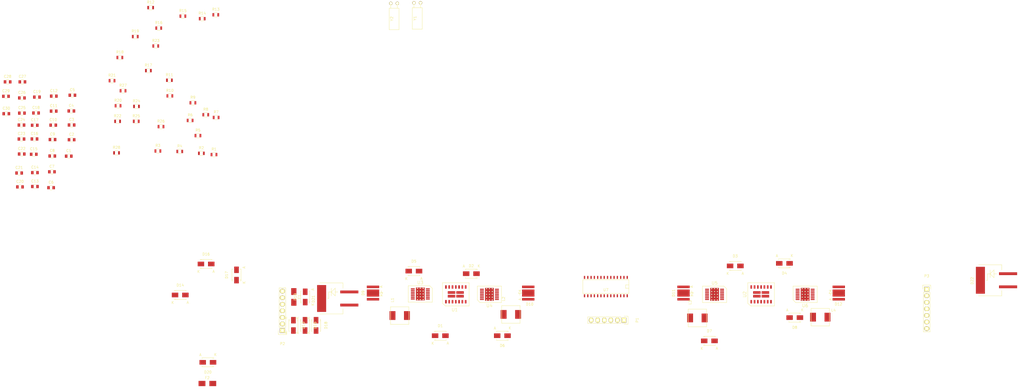
<source format=kicad_pcb>
(kicad_pcb (version 4) (host pcbnew 4.0.2+dfsg1-stable)

  (general
    (links 277)
    (no_connects 217)
    (area -84.294524 -26.175 279.108334 125.97436)
    (thickness 1.6)
    (drawings 0)
    (tracks 0)
    (zones 0)
    (modules 98)
    (nets 104)
  )

  (page A4)
  (layers
    (0 F.Cu signal)
    (31 B.Cu signal)
    (32 B.Adhes user)
    (33 F.Adhes user)
    (34 B.Paste user)
    (35 F.Paste user)
    (36 B.SilkS user)
    (37 F.SilkS user)
    (38 B.Mask user)
    (39 F.Mask user)
    (40 Dwgs.User user)
    (41 Cmts.User user)
    (42 Eco1.User user)
    (43 Eco2.User user)
    (44 Edge.Cuts user)
    (45 Margin user)
    (46 B.CrtYd user)
    (47 F.CrtYd user)
    (48 B.Fab user)
    (49 F.Fab user)
  )

  (setup
    (last_trace_width 0.25)
    (trace_clearance 0.2)
    (zone_clearance 0.508)
    (zone_45_only no)
    (trace_min 0.2)
    (segment_width 0.2)
    (edge_width 0.15)
    (via_size 0.6)
    (via_drill 0.4)
    (via_min_size 0.4)
    (via_min_drill 0.3)
    (uvia_size 0.3)
    (uvia_drill 0.1)
    (uvias_allowed no)
    (uvia_min_size 0.2)
    (uvia_min_drill 0.1)
    (pcb_text_width 0.3)
    (pcb_text_size 1.5 1.5)
    (mod_edge_width 0.15)
    (mod_text_size 1 1)
    (mod_text_width 0.15)
    (pad_size 1.524 1.524)
    (pad_drill 0.762)
    (pad_to_mask_clearance 0.2)
    (aux_axis_origin 0 0)
    (visible_elements FFFFF77F)
    (pcbplotparams
      (layerselection 0x00030_80000001)
      (usegerberextensions false)
      (excludeedgelayer true)
      (linewidth 0.100000)
      (plotframeref false)
      (viasonmask false)
      (mode 1)
      (useauxorigin false)
      (hpglpennumber 1)
      (hpglpenspeed 20)
      (hpglpendiameter 15)
      (hpglpenoverlay 2)
      (psnegative false)
      (psa4output false)
      (plotreference true)
      (plotvalue true)
      (plotinvisibletext false)
      (padsonsilk false)
      (subtractmaskfromsilk false)
      (outputformat 1)
      (mirror false)
      (drillshape 1)
      (scaleselection 1)
      (outputdirectory ""))
  )

  (net 0 "")
  (net 1 +12V)
  (net 2 "Net-(C5-Pad2)")
  (net 3 GND)
  (net 4 "Net-(U1-Pad13)")
  (net 5 "Net-(R6-Pad1)")
  (net 6 "Net-(R5-Pad1)")
  (net 7 "Net-(U1-Pad11)")
  (net 8 "Net-(R1-Pad1)")
  (net 9 "Net-(C6-Pad2)")
  (net 10 "Net-(U1-Pad5)")
  (net 11 "Net-(U1-Pad9)")
  (net 12 "Net-(R7-Pad1)")
  (net 13 "Net-(R13-Pad2)")
  (net 14 "Net-(C7-Pad2)")
  (net 15 "Net-(U2-Pad13)")
  (net 16 "Net-(R10-Pad1)")
  (net 17 "Net-(R9-Pad1)")
  (net 18 "Net-(U2-Pad11)")
  (net 19 "Net-(R2-Pad1)")
  (net 20 "Net-(C8-Pad2)")
  (net 21 "Net-(U2-Pad5)")
  (net 22 "Net-(U2-Pad9)")
  (net 23 "Net-(R11-Pad1)")
  (net 24 "Net-(R12-Pad1)")
  (net 25 "Net-(C9-Pad1)")
  (net 26 "Net-(C17-Pad1)")
  (net 27 "Net-(D5-Pad1)")
  (net 28 "Net-(C17-Pad2)")
  (net 29 "Net-(C21-Pad2)")
  (net 30 "Net-(U3-Pad4)")
  (net 31 "Net-(R19-Pad2)")
  (net 32 "/LED Driver/A_LED1+")
  (net 33 "Net-(C13-Pad2)")
  (net 34 "/LED Driver/A_DIM1")
  (net 35 "Net-(C10-Pad1)")
  (net 36 "Net-(C18-Pad1)")
  (net 37 "Net-(D6-Pad1)")
  (net 38 "Net-(C18-Pad2)")
  (net 39 "Net-(C22-Pad2)")
  (net 40 "Net-(U4-Pad4)")
  (net 41 "Net-(R20-Pad2)")
  (net 42 "/LED Driver/A_LED2+")
  (net 43 "Net-(C14-Pad2)")
  (net 44 "/LED Driver/A_DIM2")
  (net 45 "Net-(C11-Pad1)")
  (net 46 "Net-(C19-Pad1)")
  (net 47 "Net-(D7-Pad1)")
  (net 48 "Net-(C19-Pad2)")
  (net 49 "Net-(C23-Pad2)")
  (net 50 "Net-(U5-Pad4)")
  (net 51 "Net-(R21-Pad2)")
  (net 52 "/LED Driver/B_LED1+")
  (net 53 "Net-(C15-Pad2)")
  (net 54 "/LED Driver/B_DIM1")
  (net 55 "Net-(C12-Pad1)")
  (net 56 "Net-(C20-Pad1)")
  (net 57 "Net-(D8-Pad1)")
  (net 58 "Net-(C20-Pad2)")
  (net 59 "Net-(C24-Pad2)")
  (net 60 "Net-(U6-Pad4)")
  (net 61 "Net-(R22-Pad2)")
  (net 62 "/LED Driver/B_LED2+")
  (net 63 "Net-(C16-Pad2)")
  (net 64 "/LED Driver/B_DIM2")
  (net 65 +5V)
  (net 66 /Microcontroller/ADC2)
  (net 67 /Microcontroller/ADC4)
  (net 68 /Microcontroller/ADC1)
  (net 69 /Microcontroller/ADC3)
  (net 70 "Net-(C25-Pad1)")
  (net 71 "Net-(C26-Pad1)")
  (net 72 /Microcontroller/MCLR)
  (net 73 /Microcontroller/ICSPDAT)
  (net 74 /Microcontroller/ICSPCLK)
  (net 75 "Net-(P1-Pad6)")
  (net 76 "/LED Driver/A_DEN")
  (net 77 "/LED Driver/A_IN0")
  (net 78 "/LED Driver/A_IN1")
  (net 79 "/LED Driver/B_DEN")
  (net 80 "/LED Driver/B_IN0")
  (net 81 "/LED Driver/B_IN1")
  (net 82 "Net-(R23-Pad1)")
  (net 83 "Net-(R24-Pad1)")
  (net 84 "Net-(R25-Pad1)")
  (net 85 "Net-(R26-Pad1)")
  (net 86 /Microcontroller/ADC5)
  (net 87 /Microcontroller/ADC6)
  (net 88 "Net-(U7-Pad25)")
  (net 89 "Net-(U7-Pad26)")
  (net 90 "/LED Driver/A_LED1-")
  (net 91 "/LED Driver/A_LED2-")
  (net 92 "/LED Driver/B_LED1-")
  (net 93 "/LED Driver/B_LED2-")
  (net 94 "Net-(C27-Pad1)")
  (net 95 "Net-(C28-Pad1)")
  (net 96 "Net-(C29-Pad1)")
  (net 97 "Net-(C30-Pad1)")
  (net 98 /Data_1)
  (net 99 /Data_2)
  (net 100 /Data_3)
  (net 101 "Net-(D19-Pad1)")
  (net 102 "Net-(D20-Pad1)")
  (net 103 /VIN)

  (net_class Default "This is the default net class."
    (clearance 0.2)
    (trace_width 0.25)
    (via_dia 0.6)
    (via_drill 0.4)
    (uvia_dia 0.3)
    (uvia_drill 0.1)
    (add_net +12V)
    (add_net +5V)
    (add_net /Data_1)
    (add_net /Data_2)
    (add_net /Data_3)
    (add_net "/LED Driver/A_DEN")
    (add_net "/LED Driver/A_DIM1")
    (add_net "/LED Driver/A_DIM2")
    (add_net "/LED Driver/A_IN0")
    (add_net "/LED Driver/A_IN1")
    (add_net "/LED Driver/A_LED1+")
    (add_net "/LED Driver/A_LED1-")
    (add_net "/LED Driver/A_LED2+")
    (add_net "/LED Driver/A_LED2-")
    (add_net "/LED Driver/B_DEN")
    (add_net "/LED Driver/B_DIM1")
    (add_net "/LED Driver/B_DIM2")
    (add_net "/LED Driver/B_IN0")
    (add_net "/LED Driver/B_IN1")
    (add_net "/LED Driver/B_LED1+")
    (add_net "/LED Driver/B_LED1-")
    (add_net "/LED Driver/B_LED2+")
    (add_net "/LED Driver/B_LED2-")
    (add_net /Microcontroller/ADC1)
    (add_net /Microcontroller/ADC2)
    (add_net /Microcontroller/ADC3)
    (add_net /Microcontroller/ADC4)
    (add_net /Microcontroller/ADC5)
    (add_net /Microcontroller/ADC6)
    (add_net /Microcontroller/ICSPCLK)
    (add_net /Microcontroller/ICSPDAT)
    (add_net /Microcontroller/MCLR)
    (add_net /VIN)
    (add_net GND)
    (add_net "Net-(C10-Pad1)")
    (add_net "Net-(C11-Pad1)")
    (add_net "Net-(C12-Pad1)")
    (add_net "Net-(C13-Pad2)")
    (add_net "Net-(C14-Pad2)")
    (add_net "Net-(C15-Pad2)")
    (add_net "Net-(C16-Pad2)")
    (add_net "Net-(C17-Pad1)")
    (add_net "Net-(C17-Pad2)")
    (add_net "Net-(C18-Pad1)")
    (add_net "Net-(C18-Pad2)")
    (add_net "Net-(C19-Pad1)")
    (add_net "Net-(C19-Pad2)")
    (add_net "Net-(C20-Pad1)")
    (add_net "Net-(C20-Pad2)")
    (add_net "Net-(C21-Pad2)")
    (add_net "Net-(C22-Pad2)")
    (add_net "Net-(C23-Pad2)")
    (add_net "Net-(C24-Pad2)")
    (add_net "Net-(C25-Pad1)")
    (add_net "Net-(C26-Pad1)")
    (add_net "Net-(C27-Pad1)")
    (add_net "Net-(C28-Pad1)")
    (add_net "Net-(C29-Pad1)")
    (add_net "Net-(C30-Pad1)")
    (add_net "Net-(C5-Pad2)")
    (add_net "Net-(C6-Pad2)")
    (add_net "Net-(C7-Pad2)")
    (add_net "Net-(C8-Pad2)")
    (add_net "Net-(C9-Pad1)")
    (add_net "Net-(D19-Pad1)")
    (add_net "Net-(D20-Pad1)")
    (add_net "Net-(D5-Pad1)")
    (add_net "Net-(D6-Pad1)")
    (add_net "Net-(D7-Pad1)")
    (add_net "Net-(D8-Pad1)")
    (add_net "Net-(P1-Pad6)")
    (add_net "Net-(R1-Pad1)")
    (add_net "Net-(R10-Pad1)")
    (add_net "Net-(R11-Pad1)")
    (add_net "Net-(R12-Pad1)")
    (add_net "Net-(R13-Pad2)")
    (add_net "Net-(R19-Pad2)")
    (add_net "Net-(R2-Pad1)")
    (add_net "Net-(R20-Pad2)")
    (add_net "Net-(R21-Pad2)")
    (add_net "Net-(R22-Pad2)")
    (add_net "Net-(R23-Pad1)")
    (add_net "Net-(R24-Pad1)")
    (add_net "Net-(R25-Pad1)")
    (add_net "Net-(R26-Pad1)")
    (add_net "Net-(R5-Pad1)")
    (add_net "Net-(R6-Pad1)")
    (add_net "Net-(R7-Pad1)")
    (add_net "Net-(R9-Pad1)")
    (add_net "Net-(U1-Pad11)")
    (add_net "Net-(U1-Pad13)")
    (add_net "Net-(U1-Pad5)")
    (add_net "Net-(U1-Pad9)")
    (add_net "Net-(U2-Pad11)")
    (add_net "Net-(U2-Pad13)")
    (add_net "Net-(U2-Pad5)")
    (add_net "Net-(U2-Pad9)")
    (add_net "Net-(U3-Pad4)")
    (add_net "Net-(U4-Pad4)")
    (add_net "Net-(U5-Pad4)")
    (add_net "Net-(U6-Pad4)")
    (add_net "Net-(U7-Pad25)")
    (add_net "Net-(U7-Pad26)")
  )

  (module MRV_SMD_Packages:CREE_LED_2020 (layer F.Cu) (tedit 59F5F4D5) (tstamp 59F5ED90)
    (at 240 87.5 90)
    (path /59F4F054)
    (fp_text reference D12 (at -4.28 -0.12 180) (layer F.SilkS)
      (effects (font (size 1 1) (thickness 0.15)))
    )
    (fp_text value LED (at 0 5.08 90) (layer F.Fab) hide
      (effects (font (size 1 1) (thickness 0.15)))
    )
    (fp_line (start -0.1778 -3.2258) (end -0.8636 -3.2258) (layer F.SilkS) (width 0.15))
    (fp_line (start 1.0676 -3.7428) (end 1.0676 -2.6928) (layer F.SilkS) (width 0.15))
    (fp_line (start -0.1524 -3.7428) (end 1.0676 -3.2178) (layer F.SilkS) (width 0.15))
    (fp_line (start 1.0676 -3.2178) (end -0.1524 -2.6928) (layer F.SilkS) (width 0.15))
    (fp_line (start -0.1524 -2.6928) (end -0.1524 -3.7428) (layer F.SilkS) (width 0.15))
    (fp_line (start -0.1524 -3.7428) (end -0.1524 -3.2178) (layer F.SilkS) (width 0.15))
    (fp_text user A (at -2.44 -3.15 90) (layer F.SilkS)
      (effects (font (size 1 1) (thickness 0.15)))
    )
    (pad 0 smd rect (at 0 0 90) (size 2.75 4.78) (layers F.Cu F.Mask)
      (solder_mask_margin -5))
    (pad 2 smd rect (at -2.39 0 90) (size 1 4.78) (layers F.Cu F.Paste F.Mask)
      (net 62 "/LED Driver/B_LED2+"))
    (pad 1 smd rect (at 2.39 0 90) (size 1 4.78) (layers F.Cu F.Paste F.Mask)
      (net 93 "/LED Driver/B_LED2-"))
    (pad 0 smd rect (at -0.61 -0.525 90) (size 0.97 0.8) (layers F.Paste F.Mask))
    (pad 0 smd rect (at -0.61 -1.575 90) (size 0.97 0.8) (layers F.Paste F.Mask))
    (pad 0 smd rect (at 0.61 -1.575 90) (size 0.97 0.8) (layers F.Paste F.Mask))
    (pad 0 smd rect (at 0.61 -0.525 90) (size 0.97 0.8) (layers F.Paste F.Mask))
    (pad 0 smd rect (at 0.61 0.525 90) (size 0.97 0.8) (layers F.Paste F.Mask))
    (pad 0 smd rect (at -0.61 0.525 90) (size 0.97 0.8) (layers F.Paste F.Mask))
    (pad 0 smd rect (at -0.61 1.575 90) (size 0.97 0.8) (layers F.Paste F.Mask))
    (pad 0 smd rect (at 0.61 1.575 90) (size 0.97 0.8) (layers F.Paste F.Mask))
  )

  (module MRV_SMD_Packages:CREE_LED_2020 (layer F.Cu) (tedit 59F5F4E4) (tstamp 59F5ED7F)
    (at 180 87.5 270)
    (path /59F4EF29)
    (fp_text reference D11 (at 0 3.81 270) (layer F.SilkS)
      (effects (font (size 1 1) (thickness 0.15)))
    )
    (fp_text value LED (at 0 5.08 270) (layer F.Fab) hide
      (effects (font (size 1 1) (thickness 0.15)))
    )
    (fp_line (start -0.1778 -3.2258) (end -0.8636 -3.2258) (layer F.SilkS) (width 0.15))
    (fp_line (start 1.0676 -3.7428) (end 1.0676 -2.6928) (layer F.SilkS) (width 0.15))
    (fp_line (start -0.1524 -3.7428) (end 1.0676 -3.2178) (layer F.SilkS) (width 0.15))
    (fp_line (start 1.0676 -3.2178) (end -0.1524 -2.6928) (layer F.SilkS) (width 0.15))
    (fp_line (start -0.1524 -2.6928) (end -0.1524 -3.7428) (layer F.SilkS) (width 0.15))
    (fp_line (start -0.1524 -3.7428) (end -0.1524 -3.2178) (layer F.SilkS) (width 0.15))
    (fp_text user A (at -2.44 -3.15 270) (layer F.SilkS)
      (effects (font (size 1 1) (thickness 0.15)))
    )
    (pad 0 smd rect (at 0 0 270) (size 2.75 4.78) (layers F.Cu F.Mask)
      (solder_mask_margin -5))
    (pad 2 smd rect (at -2.39 0 270) (size 1 4.78) (layers F.Cu F.Paste F.Mask)
      (net 52 "/LED Driver/B_LED1+"))
    (pad 1 smd rect (at 2.39 0 270) (size 1 4.78) (layers F.Cu F.Paste F.Mask)
      (net 92 "/LED Driver/B_LED1-"))
    (pad 0 smd rect (at -0.61 -0.525 270) (size 0.97 0.8) (layers F.Paste F.Mask))
    (pad 0 smd rect (at -0.61 -1.575 270) (size 0.97 0.8) (layers F.Paste F.Mask))
    (pad 0 smd rect (at 0.61 -1.575 270) (size 0.97 0.8) (layers F.Paste F.Mask))
    (pad 0 smd rect (at 0.61 -0.525 270) (size 0.97 0.8) (layers F.Paste F.Mask))
    (pad 0 smd rect (at 0.61 0.525 270) (size 0.97 0.8) (layers F.Paste F.Mask))
    (pad 0 smd rect (at -0.61 0.525 270) (size 0.97 0.8) (layers F.Paste F.Mask))
    (pad 0 smd rect (at -0.61 1.575 270) (size 0.97 0.8) (layers F.Paste F.Mask))
    (pad 0 smd rect (at 0.61 1.575 270) (size 0.97 0.8) (layers F.Paste F.Mask))
  )

  (module MRV_SMD_Packages:CREE_LED_2020 (layer F.Cu) (tedit 59F5F4EA) (tstamp 59F5ED6E)
    (at 120 87.5 90)
    (path /59F4E317)
    (fp_text reference D10 (at -4.33 0.55 180) (layer F.SilkS)
      (effects (font (size 1 1) (thickness 0.15)))
    )
    (fp_text value LED (at 0 5.08 90) (layer F.Fab) hide
      (effects (font (size 1 1) (thickness 0.15)))
    )
    (fp_line (start -0.1778 -3.2258) (end -0.8636 -3.2258) (layer F.SilkS) (width 0.15))
    (fp_line (start 1.0676 -3.7428) (end 1.0676 -2.6928) (layer F.SilkS) (width 0.15))
    (fp_line (start -0.1524 -3.7428) (end 1.0676 -3.2178) (layer F.SilkS) (width 0.15))
    (fp_line (start 1.0676 -3.2178) (end -0.1524 -2.6928) (layer F.SilkS) (width 0.15))
    (fp_line (start -0.1524 -2.6928) (end -0.1524 -3.7428) (layer F.SilkS) (width 0.15))
    (fp_line (start -0.1524 -3.7428) (end -0.1524 -3.2178) (layer F.SilkS) (width 0.15))
    (fp_text user A (at -2.44 -3.15 90) (layer F.SilkS)
      (effects (font (size 1 1) (thickness 0.15)))
    )
    (pad 0 smd rect (at 0 0 90) (size 2.75 4.78) (layers F.Cu F.Mask)
      (solder_mask_margin -5))
    (pad 2 smd rect (at -2.39 0 90) (size 1 4.78) (layers F.Cu F.Paste F.Mask)
      (net 42 "/LED Driver/A_LED2+"))
    (pad 1 smd rect (at 2.39 0 90) (size 1 4.78) (layers F.Cu F.Paste F.Mask)
      (net 91 "/LED Driver/A_LED2-"))
    (pad 0 smd rect (at -0.61 -0.525 90) (size 0.97 0.8) (layers F.Paste F.Mask))
    (pad 0 smd rect (at -0.61 -1.575 90) (size 0.97 0.8) (layers F.Paste F.Mask))
    (pad 0 smd rect (at 0.61 -1.575 90) (size 0.97 0.8) (layers F.Paste F.Mask))
    (pad 0 smd rect (at 0.61 -0.525 90) (size 0.97 0.8) (layers F.Paste F.Mask))
    (pad 0 smd rect (at 0.61 0.525 90) (size 0.97 0.8) (layers F.Paste F.Mask))
    (pad 0 smd rect (at -0.61 0.525 90) (size 0.97 0.8) (layers F.Paste F.Mask))
    (pad 0 smd rect (at -0.61 1.575 90) (size 0.97 0.8) (layers F.Paste F.Mask))
    (pad 0 smd rect (at 0.61 1.575 90) (size 0.97 0.8) (layers F.Paste F.Mask))
  )

  (module MRV_SMD_Packages:CREE_LED_2020 (layer F.Cu) (tedit 59F5F042) (tstamp 59F5ED5D)
    (at 60 87.5 270)
    (path /59F4E1A4)
    (fp_text reference D9 (at 0 3.81 270) (layer F.SilkS)
      (effects (font (size 1 1) (thickness 0.15)))
    )
    (fp_text value LED (at 0 5.08 270) (layer F.Fab) hide
      (effects (font (size 1 1) (thickness 0.15)))
    )
    (fp_line (start -0.1778 -3.2258) (end -0.8636 -3.2258) (layer F.SilkS) (width 0.15))
    (fp_line (start 1.0676 -3.7428) (end 1.0676 -2.6928) (layer F.SilkS) (width 0.15))
    (fp_line (start -0.1524 -3.7428) (end 1.0676 -3.2178) (layer F.SilkS) (width 0.15))
    (fp_line (start 1.0676 -3.2178) (end -0.1524 -2.6928) (layer F.SilkS) (width 0.15))
    (fp_line (start -0.1524 -2.6928) (end -0.1524 -3.7428) (layer F.SilkS) (width 0.15))
    (fp_line (start -0.1524 -3.7428) (end -0.1524 -3.2178) (layer F.SilkS) (width 0.15))
    (fp_text user A (at -2.44 -3.15 270) (layer F.SilkS)
      (effects (font (size 1 1) (thickness 0.15)))
    )
    (pad 0 smd rect (at 0 0 270) (size 2.75 4.78) (layers F.Cu F.Mask)
      (solder_mask_margin -5))
    (pad 2 smd rect (at -2.39 0 270) (size 1 4.78) (layers F.Cu F.Paste F.Mask)
      (net 32 "/LED Driver/A_LED1+"))
    (pad 1 smd rect (at 2.39 0 270) (size 1 4.78) (layers F.Cu F.Paste F.Mask)
      (net 90 "/LED Driver/A_LED1-"))
    (pad 0 smd rect (at -0.61 -0.525 270) (size 0.97 0.8) (layers F.Paste F.Mask))
    (pad 0 smd rect (at -0.61 -1.575 270) (size 0.97 0.8) (layers F.Paste F.Mask))
    (pad 0 smd rect (at 0.61 -1.575 270) (size 0.97 0.8) (layers F.Paste F.Mask))
    (pad 0 smd rect (at 0.61 -0.525 270) (size 0.97 0.8) (layers F.Paste F.Mask))
    (pad 0 smd rect (at 0.61 0.525 270) (size 0.97 0.8) (layers F.Paste F.Mask))
    (pad 0 smd rect (at -0.61 0.525 270) (size 0.97 0.8) (layers F.Paste F.Mask))
    (pad 0 smd rect (at -0.61 1.575 270) (size 0.97 0.8) (layers F.Paste F.Mask))
    (pad 0 smd rect (at 0.61 1.575 270) (size 0.97 0.8) (layers F.Paste F.Mask))
  )

  (module SMD_Packages:SOIC-28 (layer F.Cu) (tedit 0) (tstamp 59F50785)
    (at 150 85 180)
    (descr "Module CMS SOJ 28 pins large")
    (tags "CMS SOJ")
    (path /59F58DA5/59F58EBF)
    (attr smd)
    (fp_text reference U7 (at 0 -1.26238 180) (layer F.SilkS)
      (effects (font (size 1 1) (thickness 0.15)))
    )
    (fp_text value PIC18F26K42 (at 0 1.27 180) (layer F.Fab)
      (effects (font (size 1 1) (thickness 0.15)))
    )
    (fp_line (start 8.763 2.667) (end -8.89 2.667) (layer F.SilkS) (width 0.15))
    (fp_line (start -8.89 -2.667) (end 8.89 -2.667) (layer F.SilkS) (width 0.15))
    (fp_line (start 8.89 2.667) (end 8.89 -2.667) (layer F.SilkS) (width 0.15))
    (fp_line (start -8.89 -2.667) (end -8.89 2.667) (layer F.SilkS) (width 0.15))
    (fp_line (start -8.89 -0.635) (end -7.62 -0.635) (layer F.SilkS) (width 0.15))
    (fp_line (start -7.62 -0.635) (end -7.62 0.635) (layer F.SilkS) (width 0.15))
    (fp_line (start -7.62 0.635) (end -8.89 0.635) (layer F.SilkS) (width 0.15))
    (pad 1 smd rect (at -8.255 3.556 180) (size 0.508 1.143) (layers F.Cu F.Paste F.Mask)
      (net 72 /Microcontroller/MCLR))
    (pad 2 smd rect (at -6.985 3.556 180) (size 0.508 1.143) (layers F.Cu F.Paste F.Mask)
      (net 76 "/LED Driver/A_DEN"))
    (pad 3 smd rect (at -5.715 3.556 180) (size 0.508 1.143) (layers F.Cu F.Paste F.Mask)
      (net 77 "/LED Driver/A_IN0"))
    (pad 4 smd rect (at -4.445 3.556 180) (size 0.508 1.143) (layers F.Cu F.Paste F.Mask)
      (net 78 "/LED Driver/A_IN1"))
    (pad 5 smd rect (at -3.175 3.556 180) (size 0.508 1.143) (layers F.Cu F.Paste F.Mask)
      (net 79 "/LED Driver/B_DEN"))
    (pad 6 smd rect (at -1.905 3.556 180) (size 0.508 1.143) (layers F.Cu F.Paste F.Mask)
      (net 80 "/LED Driver/B_IN0"))
    (pad 7 smd rect (at -0.635 3.556 180) (size 0.508 1.143) (layers F.Cu F.Paste F.Mask)
      (net 81 "/LED Driver/B_IN1"))
    (pad 8 smd rect (at 0.635 3.556 180) (size 0.508 1.143) (layers F.Cu F.Paste F.Mask)
      (net 3 GND))
    (pad 9 smd rect (at 1.905 3.556 180) (size 0.508 1.143) (layers F.Cu F.Paste F.Mask)
      (net 94 "Net-(C27-Pad1)"))
    (pad 10 smd rect (at 3.175 3.556 180) (size 0.508 1.143) (layers F.Cu F.Paste F.Mask)
      (net 95 "Net-(C28-Pad1)"))
    (pad 11 smd rect (at 4.445 3.556 180) (size 0.508 1.143) (layers F.Cu F.Paste F.Mask)
      (net 70 "Net-(C25-Pad1)"))
    (pad 12 smd rect (at 5.715 3.556 180) (size 0.508 1.143) (layers F.Cu F.Paste F.Mask)
      (net 71 "Net-(C26-Pad1)"))
    (pad 13 smd rect (at 6.985 3.556 180) (size 0.508 1.143) (layers F.Cu F.Paste F.Mask)
      (net 68 /Microcontroller/ADC1))
    (pad 14 smd rect (at 8.255 3.556 180) (size 0.508 1.143) (layers F.Cu F.Paste F.Mask)
      (net 66 /Microcontroller/ADC2))
    (pad 15 smd rect (at 8.255 -3.556 180) (size 0.508 1.143) (layers F.Cu F.Paste F.Mask)
      (net 69 /Microcontroller/ADC3))
    (pad 16 smd rect (at 6.985 -3.556 180) (size 0.508 1.143) (layers F.Cu F.Paste F.Mask)
      (net 67 /Microcontroller/ADC4))
    (pad 17 smd rect (at 5.715 -3.556 180) (size 0.508 1.143) (layers F.Cu F.Paste F.Mask)
      (net 86 /Microcontroller/ADC5))
    (pad 18 smd rect (at 4.445 -3.556 180) (size 0.508 1.143) (layers F.Cu F.Paste F.Mask)
      (net 87 /Microcontroller/ADC6))
    (pad 19 smd rect (at 3.175 -3.556 180) (size 0.508 1.143) (layers F.Cu F.Paste F.Mask)
      (net 3 GND))
    (pad 20 smd rect (at 1.905 -3.556 180) (size 0.508 1.143) (layers F.Cu F.Paste F.Mask)
      (net 65 +5V))
    (pad 21 smd rect (at 0.635 -3.556 180) (size 0.508 1.143) (layers F.Cu F.Paste F.Mask)
      (net 64 "/LED Driver/B_DIM2"))
    (pad 22 smd rect (at -0.635 -3.556 180) (size 0.508 1.143) (layers F.Cu F.Paste F.Mask)
      (net 54 "/LED Driver/B_DIM1"))
    (pad 23 smd rect (at -1.905 -3.556 180) (size 0.508 1.143) (layers F.Cu F.Paste F.Mask)
      (net 44 "/LED Driver/A_DIM2"))
    (pad 24 smd rect (at -3.175 -3.556 180) (size 0.508 1.143) (layers F.Cu F.Paste F.Mask)
      (net 34 "/LED Driver/A_DIM1"))
    (pad 25 smd rect (at -4.445 -3.556 180) (size 0.508 1.143) (layers F.Cu F.Paste F.Mask)
      (net 88 "Net-(U7-Pad25)"))
    (pad 26 smd rect (at -5.715 -3.556 180) (size 0.508 1.143) (layers F.Cu F.Paste F.Mask)
      (net 89 "Net-(U7-Pad26)"))
    (pad 27 smd rect (at -6.985 -3.556 180) (size 0.508 1.143) (layers F.Cu F.Paste F.Mask)
      (net 74 /Microcontroller/ICSPCLK))
    (pad 28 smd rect (at -8.255 -3.556 180) (size 0.508 1.143) (layers F.Cu F.Paste F.Mask)
      (net 73 /Microcontroller/ICSPDAT))
  )

  (module Crystals:Crystal_Watch (layer F.Cu) (tedit 59F5F224) (tstamp 59F4CD51)
    (at 68.15 -24.6)
    (path /59F58DA5/59F6126E)
    (fp_text reference Y2 (at -0.889 5.969 90) (layer F.SilkS)
      (effects (font (size 1 1) (thickness 0.15)))
    )
    (fp_text value Crystal (at -1.205 4.935 90) (layer F.Fab)
      (effects (font (size 1 1) (thickness 0.15)))
    )
    (fp_line (start -1.905 1.905) (end 1.905 1.905) (layer F.SilkS) (width 0.15))
    (fp_line (start 1.905 1.905) (end 1.905 10.16) (layer F.SilkS) (width 0.15))
    (fp_line (start 1.905 10.16) (end -1.905 10.16) (layer F.SilkS) (width 0.15))
    (fp_line (start -1.905 10.16) (end -1.905 1.905) (layer F.SilkS) (width 0.15))
    (fp_line (start -1.27 0) (end -1.27 1.905) (layer F.SilkS) (width 0.15))
    (fp_line (start 1.27 0) (end 1.27 1.905) (layer F.SilkS) (width 0.15))
    (pad 1 thru_hole circle (at -1.27 0) (size 1.27 1.27) (drill 0.8128) (layers *.Cu *.Mask F.SilkS)
      (net 70 "Net-(C25-Pad1)"))
    (pad 2 thru_hole circle (at 1.27 0) (size 1.27 1.27) (drill 0.8128) (layers *.Cu *.Mask F.SilkS)
      (net 71 "Net-(C26-Pad1)"))
    (model Crystals.3dshapes/Crystal_Watch.wrl
      (at (xyz 0 0 0))
      (scale (xyz 1 1 1))
      (rotate (xyz 0 0 0))
    )
  )

  (module Crystals:Crystal_Watch (layer F.Cu) (tedit 59F5F229) (tstamp 59F4CD4B)
    (at 77.1 -24.8)
    (path /59F58DA5/59F60428)
    (fp_text reference Y1 (at -0.889 5.969 90) (layer F.SilkS)
      (effects (font (size 1 1) (thickness 0.15)))
    )
    (fp_text value Crystal (at 0.15 6.85 90) (layer F.Fab)
      (effects (font (size 1 1) (thickness 0.15)))
    )
    (fp_line (start -1.905 1.905) (end 1.905 1.905) (layer F.SilkS) (width 0.15))
    (fp_line (start 1.905 1.905) (end 1.905 10.16) (layer F.SilkS) (width 0.15))
    (fp_line (start 1.905 10.16) (end -1.905 10.16) (layer F.SilkS) (width 0.15))
    (fp_line (start -1.905 10.16) (end -1.905 1.905) (layer F.SilkS) (width 0.15))
    (fp_line (start -1.27 0) (end -1.27 1.905) (layer F.SilkS) (width 0.15))
    (fp_line (start 1.27 0) (end 1.27 1.905) (layer F.SilkS) (width 0.15))
    (pad 1 thru_hole circle (at -1.27 0) (size 1.27 1.27) (drill 0.8128) (layers *.Cu *.Mask F.SilkS)
      (net 94 "Net-(C27-Pad1)"))
    (pad 2 thru_hole circle (at 1.27 0) (size 1.27 1.27) (drill 0.8128) (layers *.Cu *.Mask F.SilkS)
      (net 95 "Net-(C28-Pad1)"))
    (model Crystals.3dshapes/Crystal_Watch.wrl
      (at (xyz 0 0 0))
      (scale (xyz 1 1 1))
      (rotate (xyz 0 0 0))
    )
  )

  (module Resistors_SMD:R_0805 (layer F.Cu) (tedit 5415CDEB) (tstamp 59F4CD39)
    (at -36.6 9.225)
    (descr "Resistor SMD 0805, reflow soldering, Vishay (see dcrcw.pdf)")
    (tags "resistor 0805")
    (path /59F58DA5/59F6071D)
    (attr smd)
    (fp_text reference R27 (at 0 -2.1) (layer F.SilkS)
      (effects (font (size 1 1) (thickness 0.15)))
    )
    (fp_text value 470R (at 0 2.1) (layer F.Fab)
      (effects (font (size 1 1) (thickness 0.15)))
    )
    (fp_line (start -1.6 -1) (end 1.6 -1) (layer F.CrtYd) (width 0.05))
    (fp_line (start -1.6 1) (end 1.6 1) (layer F.CrtYd) (width 0.05))
    (fp_line (start -1.6 -1) (end -1.6 1) (layer F.CrtYd) (width 0.05))
    (fp_line (start 1.6 -1) (end 1.6 1) (layer F.CrtYd) (width 0.05))
    (fp_line (start 0.6 0.875) (end -0.6 0.875) (layer F.SilkS) (width 0.15))
    (fp_line (start -0.6 -0.875) (end 0.6 -0.875) (layer F.SilkS) (width 0.15))
    (pad 1 smd rect (at -0.95 0) (size 0.7 1.3) (layers F.Cu F.Paste F.Mask)
      (net 72 /Microcontroller/MCLR))
    (pad 2 smd rect (at 0.95 0) (size 0.7 1.3) (layers F.Cu F.Paste F.Mask)
      (net 96 "Net-(C29-Pad1)"))
    (model Resistors_SMD.3dshapes/R_0805.wrl
      (at (xyz 0 0 0))
      (scale (xyz 1 1 1))
      (rotate (xyz 0 0 0))
    )
  )

  (module Resistors_SMD:R_0805 (layer F.Cu) (tedit 5415CDEB) (tstamp 59F4CD33)
    (at -21.925 23.1)
    (descr "Resistor SMD 0805, reflow soldering, Vishay (see dcrcw.pdf)")
    (tags "resistor 0805")
    (path /59F3BC50/59F5391D)
    (attr smd)
    (fp_text reference R26 (at 0 -2.1) (layer F.SilkS)
      (effects (font (size 1 1) (thickness 0.15)))
    )
    (fp_text value R (at 0 2.1) (layer F.Fab)
      (effects (font (size 1 1) (thickness 0.15)))
    )
    (fp_line (start -1.6 -1) (end 1.6 -1) (layer F.CrtYd) (width 0.05))
    (fp_line (start -1.6 1) (end 1.6 1) (layer F.CrtYd) (width 0.05))
    (fp_line (start -1.6 -1) (end -1.6 1) (layer F.CrtYd) (width 0.05))
    (fp_line (start 1.6 -1) (end 1.6 1) (layer F.CrtYd) (width 0.05))
    (fp_line (start 0.6 0.875) (end -0.6 0.875) (layer F.SilkS) (width 0.15))
    (fp_line (start -0.6 -0.875) (end 0.6 -0.875) (layer F.SilkS) (width 0.15))
    (pad 1 smd rect (at -0.95 0) (size 0.7 1.3) (layers F.Cu F.Paste F.Mask)
      (net 85 "Net-(R26-Pad1)"))
    (pad 2 smd rect (at 0.95 0) (size 0.7 1.3) (layers F.Cu F.Paste F.Mask)
      (net 3 GND))
    (model Resistors_SMD.3dshapes/R_0805.wrl
      (at (xyz 0 0 0))
      (scale (xyz 1 1 1))
      (rotate (xyz 0 0 0))
    )
  )

  (module Resistors_SMD:R_0805 (layer F.Cu) (tedit 5415CDEB) (tstamp 59F4CD2D)
    (at -31.5 21.05)
    (descr "Resistor SMD 0805, reflow soldering, Vishay (see dcrcw.pdf)")
    (tags "resistor 0805")
    (path /59F3BC50/59F538B4)
    (attr smd)
    (fp_text reference R25 (at 0 -2.1) (layer F.SilkS)
      (effects (font (size 1 1) (thickness 0.15)))
    )
    (fp_text value R (at 0 2.1) (layer F.Fab)
      (effects (font (size 1 1) (thickness 0.15)))
    )
    (fp_line (start -1.6 -1) (end 1.6 -1) (layer F.CrtYd) (width 0.05))
    (fp_line (start -1.6 1) (end 1.6 1) (layer F.CrtYd) (width 0.05))
    (fp_line (start -1.6 -1) (end -1.6 1) (layer F.CrtYd) (width 0.05))
    (fp_line (start 1.6 -1) (end 1.6 1) (layer F.CrtYd) (width 0.05))
    (fp_line (start 0.6 0.875) (end -0.6 0.875) (layer F.SilkS) (width 0.15))
    (fp_line (start -0.6 -0.875) (end 0.6 -0.875) (layer F.SilkS) (width 0.15))
    (pad 1 smd rect (at -0.95 0) (size 0.7 1.3) (layers F.Cu F.Paste F.Mask)
      (net 84 "Net-(R25-Pad1)"))
    (pad 2 smd rect (at 0.95 0) (size 0.7 1.3) (layers F.Cu F.Paste F.Mask)
      (net 3 GND))
    (model Resistors_SMD.3dshapes/R_0805.wrl
      (at (xyz 0 0 0))
      (scale (xyz 1 1 1))
      (rotate (xyz 0 0 0))
    )
  )

  (module Resistors_SMD:R_0805 (layer F.Cu) (tedit 5415CDEB) (tstamp 59F4CD27)
    (at -31.4 15.275)
    (descr "Resistor SMD 0805, reflow soldering, Vishay (see dcrcw.pdf)")
    (tags "resistor 0805")
    (path /59F3BC50/59F3EB44)
    (attr smd)
    (fp_text reference R24 (at 0 -2.1) (layer F.SilkS)
      (effects (font (size 1 1) (thickness 0.15)))
    )
    (fp_text value R (at 0 2.1) (layer F.Fab)
      (effects (font (size 1 1) (thickness 0.15)))
    )
    (fp_line (start -1.6 -1) (end 1.6 -1) (layer F.CrtYd) (width 0.05))
    (fp_line (start -1.6 1) (end 1.6 1) (layer F.CrtYd) (width 0.05))
    (fp_line (start -1.6 -1) (end -1.6 1) (layer F.CrtYd) (width 0.05))
    (fp_line (start 1.6 -1) (end 1.6 1) (layer F.CrtYd) (width 0.05))
    (fp_line (start 0.6 0.875) (end -0.6 0.875) (layer F.SilkS) (width 0.15))
    (fp_line (start -0.6 -0.875) (end 0.6 -0.875) (layer F.SilkS) (width 0.15))
    (pad 1 smd rect (at -0.95 0) (size 0.7 1.3) (layers F.Cu F.Paste F.Mask)
      (net 83 "Net-(R24-Pad1)"))
    (pad 2 smd rect (at 0.95 0) (size 0.7 1.3) (layers F.Cu F.Paste F.Mask)
      (net 3 GND))
    (model Resistors_SMD.3dshapes/R_0805.wrl
      (at (xyz 0 0 0))
      (scale (xyz 1 1 1))
      (rotate (xyz 0 0 0))
    )
  )

  (module Resistors_SMD:R_0805 (layer F.Cu) (tedit 5415CDEB) (tstamp 59F4CD21)
    (at -23.95 -8.1)
    (descr "Resistor SMD 0805, reflow soldering, Vishay (see dcrcw.pdf)")
    (tags "resistor 0805")
    (path /59F3BC50/59F3CC3A)
    (attr smd)
    (fp_text reference R23 (at 0 -2.1) (layer F.SilkS)
      (effects (font (size 1 1) (thickness 0.15)))
    )
    (fp_text value R (at 0 2.1) (layer F.Fab)
      (effects (font (size 1 1) (thickness 0.15)))
    )
    (fp_line (start -1.6 -1) (end 1.6 -1) (layer F.CrtYd) (width 0.05))
    (fp_line (start -1.6 1) (end 1.6 1) (layer F.CrtYd) (width 0.05))
    (fp_line (start -1.6 -1) (end -1.6 1) (layer F.CrtYd) (width 0.05))
    (fp_line (start 1.6 -1) (end 1.6 1) (layer F.CrtYd) (width 0.05))
    (fp_line (start 0.6 0.875) (end -0.6 0.875) (layer F.SilkS) (width 0.15))
    (fp_line (start -0.6 -0.875) (end 0.6 -0.875) (layer F.SilkS) (width 0.15))
    (pad 1 smd rect (at -0.95 0) (size 0.7 1.3) (layers F.Cu F.Paste F.Mask)
      (net 82 "Net-(R23-Pad1)"))
    (pad 2 smd rect (at 0.95 0) (size 0.7 1.3) (layers F.Cu F.Paste F.Mask)
      (net 3 GND))
    (model Resistors_SMD.3dshapes/R_0805.wrl
      (at (xyz 0 0 0))
      (scale (xyz 1 1 1))
      (rotate (xyz 0 0 0))
    )
  )

  (module Resistors_SMD:R_0805 (layer F.Cu) (tedit 5415CDEB) (tstamp 59F4CD1B)
    (at -38.7 21.05)
    (descr "Resistor SMD 0805, reflow soldering, Vishay (see dcrcw.pdf)")
    (tags "resistor 0805")
    (path /59F3BC50/59F53923)
    (attr smd)
    (fp_text reference R22 (at 0 -2.1) (layer F.SilkS)
      (effects (font (size 1 1) (thickness 0.15)))
    )
    (fp_text value R (at 0 2.1) (layer F.Fab)
      (effects (font (size 1 1) (thickness 0.15)))
    )
    (fp_line (start -1.6 -1) (end 1.6 -1) (layer F.CrtYd) (width 0.05))
    (fp_line (start -1.6 1) (end 1.6 1) (layer F.CrtYd) (width 0.05))
    (fp_line (start -1.6 -1) (end -1.6 1) (layer F.CrtYd) (width 0.05))
    (fp_line (start 1.6 -1) (end 1.6 1) (layer F.CrtYd) (width 0.05))
    (fp_line (start 0.6 0.875) (end -0.6 0.875) (layer F.SilkS) (width 0.15))
    (fp_line (start -0.6 -0.875) (end 0.6 -0.875) (layer F.SilkS) (width 0.15))
    (pad 1 smd rect (at -0.95 0) (size 0.7 1.3) (layers F.Cu F.Paste F.Mask)
      (net 55 "Net-(C12-Pad1)"))
    (pad 2 smd rect (at 0.95 0) (size 0.7 1.3) (layers F.Cu F.Paste F.Mask)
      (net 61 "Net-(R22-Pad2)"))
    (model Resistors_SMD.3dshapes/R_0805.wrl
      (at (xyz 0 0 0))
      (scale (xyz 1 1 1))
      (rotate (xyz 0 0 0))
    )
  )

  (module Resistors_SMD:R_0805 (layer F.Cu) (tedit 5415CDEB) (tstamp 59F4CD15)
    (at -40.85 5.325)
    (descr "Resistor SMD 0805, reflow soldering, Vishay (see dcrcw.pdf)")
    (tags "resistor 0805")
    (path /59F3BC50/59F538BA)
    (attr smd)
    (fp_text reference R21 (at 0 -2.1) (layer F.SilkS)
      (effects (font (size 1 1) (thickness 0.15)))
    )
    (fp_text value R (at 0 2.1) (layer F.Fab)
      (effects (font (size 1 1) (thickness 0.15)))
    )
    (fp_line (start -1.6 -1) (end 1.6 -1) (layer F.CrtYd) (width 0.05))
    (fp_line (start -1.6 1) (end 1.6 1) (layer F.CrtYd) (width 0.05))
    (fp_line (start -1.6 -1) (end -1.6 1) (layer F.CrtYd) (width 0.05))
    (fp_line (start 1.6 -1) (end 1.6 1) (layer F.CrtYd) (width 0.05))
    (fp_line (start 0.6 0.875) (end -0.6 0.875) (layer F.SilkS) (width 0.15))
    (fp_line (start -0.6 -0.875) (end 0.6 -0.875) (layer F.SilkS) (width 0.15))
    (pad 1 smd rect (at -0.95 0) (size 0.7 1.3) (layers F.Cu F.Paste F.Mask)
      (net 45 "Net-(C11-Pad1)"))
    (pad 2 smd rect (at 0.95 0) (size 0.7 1.3) (layers F.Cu F.Paste F.Mask)
      (net 51 "Net-(R21-Pad2)"))
    (model Resistors_SMD.3dshapes/R_0805.wrl
      (at (xyz 0 0 0))
      (scale (xyz 1 1 1))
      (rotate (xyz 0 0 0))
    )
  )

  (module Resistors_SMD:R_0805 (layer F.Cu) (tedit 5415CDEB) (tstamp 59F4CD0F)
    (at -38.525 15.025)
    (descr "Resistor SMD 0805, reflow soldering, Vishay (see dcrcw.pdf)")
    (tags "resistor 0805")
    (path /59F3BC50/59F3EB4A)
    (attr smd)
    (fp_text reference R20 (at 0 -2.1) (layer F.SilkS)
      (effects (font (size 1 1) (thickness 0.15)))
    )
    (fp_text value R (at 0 2.1) (layer F.Fab)
      (effects (font (size 1 1) (thickness 0.15)))
    )
    (fp_line (start -1.6 -1) (end 1.6 -1) (layer F.CrtYd) (width 0.05))
    (fp_line (start -1.6 1) (end 1.6 1) (layer F.CrtYd) (width 0.05))
    (fp_line (start -1.6 -1) (end -1.6 1) (layer F.CrtYd) (width 0.05))
    (fp_line (start 1.6 -1) (end 1.6 1) (layer F.CrtYd) (width 0.05))
    (fp_line (start 0.6 0.875) (end -0.6 0.875) (layer F.SilkS) (width 0.15))
    (fp_line (start -0.6 -0.875) (end 0.6 -0.875) (layer F.SilkS) (width 0.15))
    (pad 1 smd rect (at -0.95 0) (size 0.7 1.3) (layers F.Cu F.Paste F.Mask)
      (net 35 "Net-(C10-Pad1)"))
    (pad 2 smd rect (at 0.95 0) (size 0.7 1.3) (layers F.Cu F.Paste F.Mask)
      (net 41 "Net-(R20-Pad2)"))
    (model Resistors_SMD.3dshapes/R_0805.wrl
      (at (xyz 0 0 0))
      (scale (xyz 1 1 1))
      (rotate (xyz 0 0 0))
    )
  )

  (module Resistors_SMD:R_0805 (layer F.Cu) (tedit 5415CDEB) (tstamp 59F4CD09)
    (at -31.875 -11.75)
    (descr "Resistor SMD 0805, reflow soldering, Vishay (see dcrcw.pdf)")
    (tags "resistor 0805")
    (path /59F3BC50/59F3CC41)
    (attr smd)
    (fp_text reference R19 (at 0 -2.1) (layer F.SilkS)
      (effects (font (size 1 1) (thickness 0.15)))
    )
    (fp_text value R (at 0 2.1) (layer F.Fab)
      (effects (font (size 1 1) (thickness 0.15)))
    )
    (fp_line (start -1.6 -1) (end 1.6 -1) (layer F.CrtYd) (width 0.05))
    (fp_line (start -1.6 1) (end 1.6 1) (layer F.CrtYd) (width 0.05))
    (fp_line (start -1.6 -1) (end -1.6 1) (layer F.CrtYd) (width 0.05))
    (fp_line (start 1.6 -1) (end 1.6 1) (layer F.CrtYd) (width 0.05))
    (fp_line (start 0.6 0.875) (end -0.6 0.875) (layer F.SilkS) (width 0.15))
    (fp_line (start -0.6 -0.875) (end 0.6 -0.875) (layer F.SilkS) (width 0.15))
    (pad 1 smd rect (at -0.95 0) (size 0.7 1.3) (layers F.Cu F.Paste F.Mask)
      (net 25 "Net-(C9-Pad1)"))
    (pad 2 smd rect (at 0.95 0) (size 0.7 1.3) (layers F.Cu F.Paste F.Mask)
      (net 31 "Net-(R19-Pad2)"))
    (model Resistors_SMD.3dshapes/R_0805.wrl
      (at (xyz 0 0 0))
      (scale (xyz 1 1 1))
      (rotate (xyz 0 0 0))
    )
  )

  (module Resistors_SMD:R_0805 (layer F.Cu) (tedit 5415CDEB) (tstamp 59F4CD03)
    (at -37.825 -3.65)
    (descr "Resistor SMD 0805, reflow soldering, Vishay (see dcrcw.pdf)")
    (tags "resistor 0805")
    (path /59F3BC50/59F53992)
    (attr smd)
    (fp_text reference R18 (at 0 -2.1) (layer F.SilkS)
      (effects (font (size 1 1) (thickness 0.15)))
    )
    (fp_text value R (at 0 2.1) (layer F.Fab)
      (effects (font (size 1 1) (thickness 0.15)))
    )
    (fp_line (start -1.6 -1) (end 1.6 -1) (layer F.CrtYd) (width 0.05))
    (fp_line (start -1.6 1) (end 1.6 1) (layer F.CrtYd) (width 0.05))
    (fp_line (start -1.6 -1) (end -1.6 1) (layer F.CrtYd) (width 0.05))
    (fp_line (start 1.6 -1) (end 1.6 1) (layer F.CrtYd) (width 0.05))
    (fp_line (start 0.6 0.875) (end -0.6 0.875) (layer F.SilkS) (width 0.15))
    (fp_line (start -0.6 -0.875) (end 0.6 -0.875) (layer F.SilkS) (width 0.15))
    (pad 1 smd rect (at -0.95 0) (size 0.7 1.3) (layers F.Cu F.Paste F.Mask)
      (net 20 "Net-(C8-Pad2)"))
    (pad 2 smd rect (at 0.95 0) (size 0.7 1.3) (layers F.Cu F.Paste F.Mask)
      (net 3 GND))
    (model Resistors_SMD.3dshapes/R_0805.wrl
      (at (xyz 0 0 0))
      (scale (xyz 1 1 1))
      (rotate (xyz 0 0 0))
    )
  )

  (module Resistors_SMD:R_0805 (layer F.Cu) (tedit 5415CDEB) (tstamp 59F4CCFD)
    (at -26.8 1.425)
    (descr "Resistor SMD 0805, reflow soldering, Vishay (see dcrcw.pdf)")
    (tags "resistor 0805")
    (path /59F3BC50/59F53998)
    (attr smd)
    (fp_text reference R17 (at 0 -2.1) (layer F.SilkS)
      (effects (font (size 1 1) (thickness 0.15)))
    )
    (fp_text value R (at 0 2.1) (layer F.Fab)
      (effects (font (size 1 1) (thickness 0.15)))
    )
    (fp_line (start -1.6 -1) (end 1.6 -1) (layer F.CrtYd) (width 0.05))
    (fp_line (start -1.6 1) (end 1.6 1) (layer F.CrtYd) (width 0.05))
    (fp_line (start -1.6 -1) (end -1.6 1) (layer F.CrtYd) (width 0.05))
    (fp_line (start 1.6 -1) (end 1.6 1) (layer F.CrtYd) (width 0.05))
    (fp_line (start 0.6 0.875) (end -0.6 0.875) (layer F.SilkS) (width 0.15))
    (fp_line (start -0.6 -0.875) (end 0.6 -0.875) (layer F.SilkS) (width 0.15))
    (pad 1 smd rect (at -0.95 0) (size 0.7 1.3) (layers F.Cu F.Paste F.Mask)
      (net 14 "Net-(C7-Pad2)"))
    (pad 2 smd rect (at 0.95 0) (size 0.7 1.3) (layers F.Cu F.Paste F.Mask)
      (net 3 GND))
    (model Resistors_SMD.3dshapes/R_0805.wrl
      (at (xyz 0 0 0))
      (scale (xyz 1 1 1))
      (rotate (xyz 0 0 0))
    )
  )

  (module Resistors_SMD:R_0805 (layer F.Cu) (tedit 5415CDEB) (tstamp 59F4CCF7)
    (at -22.8 -15.025)
    (descr "Resistor SMD 0805, reflow soldering, Vishay (see dcrcw.pdf)")
    (tags "resistor 0805")
    (path /59F3BC50/59F4B16E)
    (attr smd)
    (fp_text reference R16 (at 0 -2.1) (layer F.SilkS)
      (effects (font (size 1 1) (thickness 0.15)))
    )
    (fp_text value R (at 0 2.1) (layer F.Fab)
      (effects (font (size 1 1) (thickness 0.15)))
    )
    (fp_line (start -1.6 -1) (end 1.6 -1) (layer F.CrtYd) (width 0.05))
    (fp_line (start -1.6 1) (end 1.6 1) (layer F.CrtYd) (width 0.05))
    (fp_line (start -1.6 -1) (end -1.6 1) (layer F.CrtYd) (width 0.05))
    (fp_line (start 1.6 -1) (end 1.6 1) (layer F.CrtYd) (width 0.05))
    (fp_line (start 0.6 0.875) (end -0.6 0.875) (layer F.SilkS) (width 0.15))
    (fp_line (start -0.6 -0.875) (end 0.6 -0.875) (layer F.SilkS) (width 0.15))
    (pad 1 smd rect (at -0.95 0) (size 0.7 1.3) (layers F.Cu F.Paste F.Mask)
      (net 9 "Net-(C6-Pad2)"))
    (pad 2 smd rect (at 0.95 0) (size 0.7 1.3) (layers F.Cu F.Paste F.Mask)
      (net 3 GND))
    (model Resistors_SMD.3dshapes/R_0805.wrl
      (at (xyz 0 0 0))
      (scale (xyz 1 1 1))
      (rotate (xyz 0 0 0))
    )
  )

  (module Resistors_SMD:R_0805 (layer F.Cu) (tedit 5415CDEB) (tstamp 59F4CCF1)
    (at -13.475 -19.65)
    (descr "Resistor SMD 0805, reflow soldering, Vishay (see dcrcw.pdf)")
    (tags "resistor 0805")
    (path /59F3BC50/59F4B205)
    (attr smd)
    (fp_text reference R15 (at 0 -2.1) (layer F.SilkS)
      (effects (font (size 1 1) (thickness 0.15)))
    )
    (fp_text value R (at 0 2.1) (layer F.Fab)
      (effects (font (size 1 1) (thickness 0.15)))
    )
    (fp_line (start -1.6 -1) (end 1.6 -1) (layer F.CrtYd) (width 0.05))
    (fp_line (start -1.6 1) (end 1.6 1) (layer F.CrtYd) (width 0.05))
    (fp_line (start -1.6 -1) (end -1.6 1) (layer F.CrtYd) (width 0.05))
    (fp_line (start 1.6 -1) (end 1.6 1) (layer F.CrtYd) (width 0.05))
    (fp_line (start 0.6 0.875) (end -0.6 0.875) (layer F.SilkS) (width 0.15))
    (fp_line (start -0.6 -0.875) (end 0.6 -0.875) (layer F.SilkS) (width 0.15))
    (pad 1 smd rect (at -0.95 0) (size 0.7 1.3) (layers F.Cu F.Paste F.Mask)
      (net 2 "Net-(C5-Pad2)"))
    (pad 2 smd rect (at 0.95 0) (size 0.7 1.3) (layers F.Cu F.Paste F.Mask)
      (net 3 GND))
    (model Resistors_SMD.3dshapes/R_0805.wrl
      (at (xyz 0 0 0))
      (scale (xyz 1 1 1))
      (rotate (xyz 0 0 0))
    )
  )

  (module Resistors_SMD:R_0805 (layer F.Cu) (tedit 5415CDEB) (tstamp 59F4CCEB)
    (at -6 -18.675)
    (descr "Resistor SMD 0805, reflow soldering, Vishay (see dcrcw.pdf)")
    (tags "resistor 0805")
    (path /59F3BC50/59F53A04)
    (attr smd)
    (fp_text reference R14 (at 0 -2.1) (layer F.SilkS)
      (effects (font (size 1 1) (thickness 0.15)))
    )
    (fp_text value R (at 0 2.1) (layer F.Fab)
      (effects (font (size 1 1) (thickness 0.15)))
    )
    (fp_line (start -1.6 -1) (end 1.6 -1) (layer F.CrtYd) (width 0.05))
    (fp_line (start -1.6 1) (end 1.6 1) (layer F.CrtYd) (width 0.05))
    (fp_line (start -1.6 -1) (end -1.6 1) (layer F.CrtYd) (width 0.05))
    (fp_line (start 1.6 -1) (end 1.6 1) (layer F.CrtYd) (width 0.05))
    (fp_line (start 0.6 0.875) (end -0.6 0.875) (layer F.SilkS) (width 0.15))
    (fp_line (start -0.6 -0.875) (end 0.6 -0.875) (layer F.SilkS) (width 0.15))
    (pad 1 smd rect (at -0.95 0) (size 0.7 1.3) (layers F.Cu F.Paste F.Mask)
      (net 3 GND))
    (pad 2 smd rect (at 0.95 0) (size 0.7 1.3) (layers F.Cu F.Paste F.Mask)
      (net 24 "Net-(R12-Pad1)"))
    (model Resistors_SMD.3dshapes/R_0805.wrl
      (at (xyz 0 0 0))
      (scale (xyz 1 1 1))
      (rotate (xyz 0 0 0))
    )
  )

  (module Resistors_SMD:R_0805 (layer F.Cu) (tedit 5415CDEB) (tstamp 59F4CCE5)
    (at -0.75 -20.175)
    (descr "Resistor SMD 0805, reflow soldering, Vishay (see dcrcw.pdf)")
    (tags "resistor 0805")
    (path /59F3BC50/59F4C71E)
    (attr smd)
    (fp_text reference R13 (at 0 -2.1) (layer F.SilkS)
      (effects (font (size 1 1) (thickness 0.15)))
    )
    (fp_text value R (at 0 2.1) (layer F.Fab)
      (effects (font (size 1 1) (thickness 0.15)))
    )
    (fp_line (start -1.6 -1) (end 1.6 -1) (layer F.CrtYd) (width 0.05))
    (fp_line (start -1.6 1) (end 1.6 1) (layer F.CrtYd) (width 0.05))
    (fp_line (start -1.6 -1) (end -1.6 1) (layer F.CrtYd) (width 0.05))
    (fp_line (start 1.6 -1) (end 1.6 1) (layer F.CrtYd) (width 0.05))
    (fp_line (start 0.6 0.875) (end -0.6 0.875) (layer F.SilkS) (width 0.15))
    (fp_line (start -0.6 -0.875) (end 0.6 -0.875) (layer F.SilkS) (width 0.15))
    (pad 1 smd rect (at -0.95 0) (size 0.7 1.3) (layers F.Cu F.Paste F.Mask)
      (net 3 GND))
    (pad 2 smd rect (at 0.95 0) (size 0.7 1.3) (layers F.Cu F.Paste F.Mask)
      (net 13 "Net-(R13-Pad2)"))
    (model Resistors_SMD.3dshapes/R_0805.wrl
      (at (xyz 0 0 0))
      (scale (xyz 1 1 1))
      (rotate (xyz 0 0 0))
    )
  )

  (module Resistors_SMD:R_0805 (layer F.Cu) (tedit 5415CDEB) (tstamp 59F4CCDF)
    (at -25.925 -22.95)
    (descr "Resistor SMD 0805, reflow soldering, Vishay (see dcrcw.pdf)")
    (tags "resistor 0805")
    (path /59F3BC50/59F5398C)
    (attr smd)
    (fp_text reference R12 (at 0 -2.1) (layer F.SilkS)
      (effects (font (size 1 1) (thickness 0.15)))
    )
    (fp_text value R (at 0 2.1) (layer F.Fab)
      (effects (font (size 1 1) (thickness 0.15)))
    )
    (fp_line (start -1.6 -1) (end 1.6 -1) (layer F.CrtYd) (width 0.05))
    (fp_line (start -1.6 1) (end 1.6 1) (layer F.CrtYd) (width 0.05))
    (fp_line (start -1.6 -1) (end -1.6 1) (layer F.CrtYd) (width 0.05))
    (fp_line (start 1.6 -1) (end 1.6 1) (layer F.CrtYd) (width 0.05))
    (fp_line (start 0.6 0.875) (end -0.6 0.875) (layer F.SilkS) (width 0.15))
    (fp_line (start -0.6 -0.875) (end 0.6 -0.875) (layer F.SilkS) (width 0.15))
    (pad 1 smd rect (at -0.95 0) (size 0.7 1.3) (layers F.Cu F.Paste F.Mask)
      (net 24 "Net-(R12-Pad1)"))
    (pad 2 smd rect (at 0.95 0) (size 0.7 1.3) (layers F.Cu F.Paste F.Mask)
      (net 69 /Microcontroller/ADC3))
    (model Resistors_SMD.3dshapes/R_0805.wrl
      (at (xyz 0 0 0))
      (scale (xyz 1 1 1))
      (rotate (xyz 0 0 0))
    )
  )

  (module Resistors_SMD:R_0805 (layer F.Cu) (tedit 5415CDEB) (tstamp 59F4CCD9)
    (at -18.675 5.15)
    (descr "Resistor SMD 0805, reflow soldering, Vishay (see dcrcw.pdf)")
    (tags "resistor 0805")
    (path /59F3BC50/59F53980)
    (attr smd)
    (fp_text reference R11 (at 0 -2.1) (layer F.SilkS)
      (effects (font (size 1 1) (thickness 0.15)))
    )
    (fp_text value R (at 0 2.1) (layer F.Fab)
      (effects (font (size 1 1) (thickness 0.15)))
    )
    (fp_line (start -1.6 -1) (end 1.6 -1) (layer F.CrtYd) (width 0.05))
    (fp_line (start -1.6 1) (end 1.6 1) (layer F.CrtYd) (width 0.05))
    (fp_line (start -1.6 -1) (end -1.6 1) (layer F.CrtYd) (width 0.05))
    (fp_line (start 1.6 -1) (end 1.6 1) (layer F.CrtYd) (width 0.05))
    (fp_line (start 0.6 0.875) (end -0.6 0.875) (layer F.SilkS) (width 0.15))
    (fp_line (start -0.6 -0.875) (end 0.6 -0.875) (layer F.SilkS) (width 0.15))
    (pad 1 smd rect (at -0.95 0) (size 0.7 1.3) (layers F.Cu F.Paste F.Mask)
      (net 23 "Net-(R11-Pad1)"))
    (pad 2 smd rect (at 0.95 0) (size 0.7 1.3) (layers F.Cu F.Paste F.Mask)
      (net 81 "/LED Driver/B_IN1"))
    (model Resistors_SMD.3dshapes/R_0805.wrl
      (at (xyz 0 0 0))
      (scale (xyz 1 1 1))
      (rotate (xyz 0 0 0))
    )
  )

  (module Resistors_SMD:R_0805 (layer F.Cu) (tedit 5415CDEB) (tstamp 59F4CCD3)
    (at -18.5 11.2)
    (descr "Resistor SMD 0805, reflow soldering, Vishay (see dcrcw.pdf)")
    (tags "resistor 0805")
    (path /59F3BC50/59F5397A)
    (attr smd)
    (fp_text reference R10 (at 0 -2.1) (layer F.SilkS)
      (effects (font (size 1 1) (thickness 0.15)))
    )
    (fp_text value R (at 0 2.1) (layer F.Fab)
      (effects (font (size 1 1) (thickness 0.15)))
    )
    (fp_line (start -1.6 -1) (end 1.6 -1) (layer F.CrtYd) (width 0.05))
    (fp_line (start -1.6 1) (end 1.6 1) (layer F.CrtYd) (width 0.05))
    (fp_line (start -1.6 -1) (end -1.6 1) (layer F.CrtYd) (width 0.05))
    (fp_line (start 1.6 -1) (end 1.6 1) (layer F.CrtYd) (width 0.05))
    (fp_line (start 0.6 0.875) (end -0.6 0.875) (layer F.SilkS) (width 0.15))
    (fp_line (start -0.6 -0.875) (end 0.6 -0.875) (layer F.SilkS) (width 0.15))
    (pad 1 smd rect (at -0.95 0) (size 0.7 1.3) (layers F.Cu F.Paste F.Mask)
      (net 16 "Net-(R10-Pad1)"))
    (pad 2 smd rect (at 0.95 0) (size 0.7 1.3) (layers F.Cu F.Paste F.Mask)
      (net 80 "/LED Driver/B_IN0"))
    (model Resistors_SMD.3dshapes/R_0805.wrl
      (at (xyz 0 0 0))
      (scale (xyz 1 1 1))
      (rotate (xyz 0 0 0))
    )
  )

  (module Resistors_SMD:R_0805 (layer F.Cu) (tedit 5415CDEB) (tstamp 59F4CCCD)
    (at -9.6 13.875)
    (descr "Resistor SMD 0805, reflow soldering, Vishay (see dcrcw.pdf)")
    (tags "resistor 0805")
    (path /59F3BC50/59F53974)
    (attr smd)
    (fp_text reference R9 (at 0 -2.1) (layer F.SilkS)
      (effects (font (size 1 1) (thickness 0.15)))
    )
    (fp_text value R (at 0 2.1) (layer F.Fab)
      (effects (font (size 1 1) (thickness 0.15)))
    )
    (fp_line (start -1.6 -1) (end 1.6 -1) (layer F.CrtYd) (width 0.05))
    (fp_line (start -1.6 1) (end 1.6 1) (layer F.CrtYd) (width 0.05))
    (fp_line (start -1.6 -1) (end -1.6 1) (layer F.CrtYd) (width 0.05))
    (fp_line (start 1.6 -1) (end 1.6 1) (layer F.CrtYd) (width 0.05))
    (fp_line (start 0.6 0.875) (end -0.6 0.875) (layer F.SilkS) (width 0.15))
    (fp_line (start -0.6 -0.875) (end 0.6 -0.875) (layer F.SilkS) (width 0.15))
    (pad 1 smd rect (at -0.95 0) (size 0.7 1.3) (layers F.Cu F.Paste F.Mask)
      (net 17 "Net-(R9-Pad1)"))
    (pad 2 smd rect (at 0.95 0) (size 0.7 1.3) (layers F.Cu F.Paste F.Mask)
      (net 79 "/LED Driver/B_DEN"))
    (model Resistors_SMD.3dshapes/R_0805.wrl
      (at (xyz 0 0 0))
      (scale (xyz 1 1 1))
      (rotate (xyz 0 0 0))
    )
  )

  (module Resistors_SMD:R_0805 (layer F.Cu) (tedit 5415CDEB) (tstamp 59F4CCC7)
    (at -4.625 18.5)
    (descr "Resistor SMD 0805, reflow soldering, Vishay (see dcrcw.pdf)")
    (tags "resistor 0805")
    (path /59F3BC50/59F49172)
    (attr smd)
    (fp_text reference R8 (at 0 -2.1) (layer F.SilkS)
      (effects (font (size 1 1) (thickness 0.15)))
    )
    (fp_text value R (at 0 2.1) (layer F.Fab)
      (effects (font (size 1 1) (thickness 0.15)))
    )
    (fp_line (start -1.6 -1) (end 1.6 -1) (layer F.CrtYd) (width 0.05))
    (fp_line (start -1.6 1) (end 1.6 1) (layer F.CrtYd) (width 0.05))
    (fp_line (start -1.6 -1) (end -1.6 1) (layer F.CrtYd) (width 0.05))
    (fp_line (start 1.6 -1) (end 1.6 1) (layer F.CrtYd) (width 0.05))
    (fp_line (start 0.6 0.875) (end -0.6 0.875) (layer F.SilkS) (width 0.15))
    (fp_line (start -0.6 -0.875) (end 0.6 -0.875) (layer F.SilkS) (width 0.15))
    (pad 1 smd rect (at -0.95 0) (size 0.7 1.3) (layers F.Cu F.Paste F.Mask)
      (net 13 "Net-(R13-Pad2)"))
    (pad 2 smd rect (at 0.95 0) (size 0.7 1.3) (layers F.Cu F.Paste F.Mask)
      (net 68 /Microcontroller/ADC1))
    (model Resistors_SMD.3dshapes/R_0805.wrl
      (at (xyz 0 0 0))
      (scale (xyz 1 1 1))
      (rotate (xyz 0 0 0))
    )
  )

  (module Resistors_SMD:R_0805 (layer F.Cu) (tedit 5415CDEB) (tstamp 59F4CCC1)
    (at -0.625 19.55)
    (descr "Resistor SMD 0805, reflow soldering, Vishay (see dcrcw.pdf)")
    (tags "resistor 0805")
    (path /59F3BC50/59F48A3A)
    (attr smd)
    (fp_text reference R7 (at 0 -2.1) (layer F.SilkS)
      (effects (font (size 1 1) (thickness 0.15)))
    )
    (fp_text value R (at 0 2.1) (layer F.Fab)
      (effects (font (size 1 1) (thickness 0.15)))
    )
    (fp_line (start -1.6 -1) (end 1.6 -1) (layer F.CrtYd) (width 0.05))
    (fp_line (start -1.6 1) (end 1.6 1) (layer F.CrtYd) (width 0.05))
    (fp_line (start -1.6 -1) (end -1.6 1) (layer F.CrtYd) (width 0.05))
    (fp_line (start 1.6 -1) (end 1.6 1) (layer F.CrtYd) (width 0.05))
    (fp_line (start 0.6 0.875) (end -0.6 0.875) (layer F.SilkS) (width 0.15))
    (fp_line (start -0.6 -0.875) (end 0.6 -0.875) (layer F.SilkS) (width 0.15))
    (pad 1 smd rect (at -0.95 0) (size 0.7 1.3) (layers F.Cu F.Paste F.Mask)
      (net 12 "Net-(R7-Pad1)"))
    (pad 2 smd rect (at 0.95 0) (size 0.7 1.3) (layers F.Cu F.Paste F.Mask)
      (net 78 "/LED Driver/A_IN1"))
    (model Resistors_SMD.3dshapes/R_0805.wrl
      (at (xyz 0 0 0))
      (scale (xyz 1 1 1))
      (rotate (xyz 0 0 0))
    )
  )

  (module Resistors_SMD:R_0805 (layer F.Cu) (tedit 5415CDEB) (tstamp 59F4CCBB)
    (at -10.675 20.7)
    (descr "Resistor SMD 0805, reflow soldering, Vishay (see dcrcw.pdf)")
    (tags "resistor 0805")
    (path /59F3BC50/59F48907)
    (attr smd)
    (fp_text reference R6 (at 0 -2.1) (layer F.SilkS)
      (effects (font (size 1 1) (thickness 0.15)))
    )
    (fp_text value R (at 0 2.1) (layer F.Fab)
      (effects (font (size 1 1) (thickness 0.15)))
    )
    (fp_line (start -1.6 -1) (end 1.6 -1) (layer F.CrtYd) (width 0.05))
    (fp_line (start -1.6 1) (end 1.6 1) (layer F.CrtYd) (width 0.05))
    (fp_line (start -1.6 -1) (end -1.6 1) (layer F.CrtYd) (width 0.05))
    (fp_line (start 1.6 -1) (end 1.6 1) (layer F.CrtYd) (width 0.05))
    (fp_line (start 0.6 0.875) (end -0.6 0.875) (layer F.SilkS) (width 0.15))
    (fp_line (start -0.6 -0.875) (end 0.6 -0.875) (layer F.SilkS) (width 0.15))
    (pad 1 smd rect (at -0.95 0) (size 0.7 1.3) (layers F.Cu F.Paste F.Mask)
      (net 5 "Net-(R6-Pad1)"))
    (pad 2 smd rect (at 0.95 0) (size 0.7 1.3) (layers F.Cu F.Paste F.Mask)
      (net 77 "/LED Driver/A_IN0"))
    (model Resistors_SMD.3dshapes/R_0805.wrl
      (at (xyz 0 0 0))
      (scale (xyz 1 1 1))
      (rotate (xyz 0 0 0))
    )
  )

  (module Resistors_SMD:R_0805 (layer F.Cu) (tedit 5415CDEB) (tstamp 59F4CCB5)
    (at -7.65 26.575)
    (descr "Resistor SMD 0805, reflow soldering, Vishay (see dcrcw.pdf)")
    (tags "resistor 0805")
    (path /59F3BC50/59F487A2)
    (attr smd)
    (fp_text reference R5 (at 0 -2.1) (layer F.SilkS)
      (effects (font (size 1 1) (thickness 0.15)))
    )
    (fp_text value R (at 0 2.1) (layer F.Fab)
      (effects (font (size 1 1) (thickness 0.15)))
    )
    (fp_line (start -1.6 -1) (end 1.6 -1) (layer F.CrtYd) (width 0.05))
    (fp_line (start -1.6 1) (end 1.6 1) (layer F.CrtYd) (width 0.05))
    (fp_line (start -1.6 -1) (end -1.6 1) (layer F.CrtYd) (width 0.05))
    (fp_line (start 1.6 -1) (end 1.6 1) (layer F.CrtYd) (width 0.05))
    (fp_line (start 0.6 0.875) (end -0.6 0.875) (layer F.SilkS) (width 0.15))
    (fp_line (start -0.6 -0.875) (end 0.6 -0.875) (layer F.SilkS) (width 0.15))
    (pad 1 smd rect (at -0.95 0) (size 0.7 1.3) (layers F.Cu F.Paste F.Mask)
      (net 6 "Net-(R5-Pad1)"))
    (pad 2 smd rect (at 0.95 0) (size 0.7 1.3) (layers F.Cu F.Paste F.Mask)
      (net 76 "/LED Driver/A_DEN"))
    (model Resistors_SMD.3dshapes/R_0805.wrl
      (at (xyz 0 0 0))
      (scale (xyz 1 1 1))
      (rotate (xyz 0 0 0))
    )
  )

  (module Resistors_SMD:R_0805 (layer F.Cu) (tedit 5415CDEB) (tstamp 59F4CCAF)
    (at -14.675 32.7)
    (descr "Resistor SMD 0805, reflow soldering, Vishay (see dcrcw.pdf)")
    (tags "resistor 0805")
    (path /59F3BC50/59F539C2)
    (attr smd)
    (fp_text reference R4 (at 0 -2.1) (layer F.SilkS)
      (effects (font (size 1 1) (thickness 0.15)))
    )
    (fp_text value R (at 0 2.1) (layer F.Fab)
      (effects (font (size 1 1) (thickness 0.15)))
    )
    (fp_line (start -1.6 -1) (end 1.6 -1) (layer F.CrtYd) (width 0.05))
    (fp_line (start -1.6 1) (end 1.6 1) (layer F.CrtYd) (width 0.05))
    (fp_line (start -1.6 -1) (end -1.6 1) (layer F.CrtYd) (width 0.05))
    (fp_line (start 1.6 -1) (end 1.6 1) (layer F.CrtYd) (width 0.05))
    (fp_line (start 0.6 0.875) (end -0.6 0.875) (layer F.SilkS) (width 0.15))
    (fp_line (start -0.6 -0.875) (end 0.6 -0.875) (layer F.SilkS) (width 0.15))
    (pad 1 smd rect (at -0.95 0) (size 0.7 1.3) (layers F.Cu F.Paste F.Mask)
      (net 3 GND))
    (pad 2 smd rect (at 0.95 0) (size 0.7 1.3) (layers F.Cu F.Paste F.Mask)
      (net 19 "Net-(R2-Pad1)"))
    (model Resistors_SMD.3dshapes/R_0805.wrl
      (at (xyz 0 0 0))
      (scale (xyz 1 1 1))
      (rotate (xyz 0 0 0))
    )
  )

  (module Resistors_SMD:R_0805 (layer F.Cu) (tedit 5415CDEB) (tstamp 59F4CCA9)
    (at -23.125 32.525)
    (descr "Resistor SMD 0805, reflow soldering, Vishay (see dcrcw.pdf)")
    (tags "resistor 0805")
    (path /59F3BC50/59F4BD10)
    (attr smd)
    (fp_text reference R3 (at 0 -2.1) (layer F.SilkS)
      (effects (font (size 1 1) (thickness 0.15)))
    )
    (fp_text value R (at 0 2.1) (layer F.Fab)
      (effects (font (size 1 1) (thickness 0.15)))
    )
    (fp_line (start -1.6 -1) (end 1.6 -1) (layer F.CrtYd) (width 0.05))
    (fp_line (start -1.6 1) (end 1.6 1) (layer F.CrtYd) (width 0.05))
    (fp_line (start -1.6 -1) (end -1.6 1) (layer F.CrtYd) (width 0.05))
    (fp_line (start 1.6 -1) (end 1.6 1) (layer F.CrtYd) (width 0.05))
    (fp_line (start 0.6 0.875) (end -0.6 0.875) (layer F.SilkS) (width 0.15))
    (fp_line (start -0.6 -0.875) (end 0.6 -0.875) (layer F.SilkS) (width 0.15))
    (pad 1 smd rect (at -0.95 0) (size 0.7 1.3) (layers F.Cu F.Paste F.Mask)
      (net 3 GND))
    (pad 2 smd rect (at 0.95 0) (size 0.7 1.3) (layers F.Cu F.Paste F.Mask)
      (net 8 "Net-(R1-Pad1)"))
    (model Resistors_SMD.3dshapes/R_0805.wrl
      (at (xyz 0 0 0))
      (scale (xyz 1 1 1))
      (rotate (xyz 0 0 0))
    )
  )

  (module Resistors_SMD:R_0805 (layer F.Cu) (tedit 5415CDEB) (tstamp 59F4CCA3)
    (at -6.325 33.425)
    (descr "Resistor SMD 0805, reflow soldering, Vishay (see dcrcw.pdf)")
    (tags "resistor 0805")
    (path /59F3BC50/59F53986)
    (attr smd)
    (fp_text reference R2 (at 0 -2.1) (layer F.SilkS)
      (effects (font (size 1 1) (thickness 0.15)))
    )
    (fp_text value R (at 0 2.1) (layer F.Fab)
      (effects (font (size 1 1) (thickness 0.15)))
    )
    (fp_line (start -1.6 -1) (end 1.6 -1) (layer F.CrtYd) (width 0.05))
    (fp_line (start -1.6 1) (end 1.6 1) (layer F.CrtYd) (width 0.05))
    (fp_line (start -1.6 -1) (end -1.6 1) (layer F.CrtYd) (width 0.05))
    (fp_line (start 1.6 -1) (end 1.6 1) (layer F.CrtYd) (width 0.05))
    (fp_line (start 0.6 0.875) (end -0.6 0.875) (layer F.SilkS) (width 0.15))
    (fp_line (start -0.6 -0.875) (end 0.6 -0.875) (layer F.SilkS) (width 0.15))
    (pad 1 smd rect (at -0.95 0) (size 0.7 1.3) (layers F.Cu F.Paste F.Mask)
      (net 19 "Net-(R2-Pad1)"))
    (pad 2 smd rect (at 0.95 0) (size 0.7 1.3) (layers F.Cu F.Paste F.Mask)
      (net 67 /Microcontroller/ADC4))
    (model Resistors_SMD.3dshapes/R_0805.wrl
      (at (xyz 0 0 0))
      (scale (xyz 1 1 1))
      (rotate (xyz 0 0 0))
    )
  )

  (module Resistors_SMD:R_0805 (layer F.Cu) (tedit 5415CDEB) (tstamp 59F4CC9D)
    (at -1.45 33.925)
    (descr "Resistor SMD 0805, reflow soldering, Vishay (see dcrcw.pdf)")
    (tags "resistor 0805")
    (path /59F3BC50/59F48D3A)
    (attr smd)
    (fp_text reference R1 (at 0 -2.1) (layer F.SilkS)
      (effects (font (size 1 1) (thickness 0.15)))
    )
    (fp_text value R (at 0 2.1) (layer F.Fab)
      (effects (font (size 1 1) (thickness 0.15)))
    )
    (fp_line (start -1.6 -1) (end 1.6 -1) (layer F.CrtYd) (width 0.05))
    (fp_line (start -1.6 1) (end 1.6 1) (layer F.CrtYd) (width 0.05))
    (fp_line (start -1.6 -1) (end -1.6 1) (layer F.CrtYd) (width 0.05))
    (fp_line (start 1.6 -1) (end 1.6 1) (layer F.CrtYd) (width 0.05))
    (fp_line (start 0.6 0.875) (end -0.6 0.875) (layer F.SilkS) (width 0.15))
    (fp_line (start -0.6 -0.875) (end 0.6 -0.875) (layer F.SilkS) (width 0.15))
    (pad 1 smd rect (at -0.95 0) (size 0.7 1.3) (layers F.Cu F.Paste F.Mask)
      (net 8 "Net-(R1-Pad1)"))
    (pad 2 smd rect (at 0.95 0) (size 0.7 1.3) (layers F.Cu F.Paste F.Mask)
      (net 66 /Microcontroller/ADC2))
    (model Resistors_SMD.3dshapes/R_0805.wrl
      (at (xyz 0 0 0))
      (scale (xyz 1 1 1))
      (rotate (xyz 0 0 0))
    )
  )

  (module Diodes_SMD:SMA_Standard (layer F.Cu) (tedit 552FF239) (tstamp 59F4CC8D)
    (at 223 97 180)
    (descr "Diode SMA")
    (tags "Diode SMA")
    (path /59F3BC50/59F53929)
    (attr smd)
    (fp_text reference D8 (at 0 -3.81 180) (layer F.SilkS)
      (effects (font (size 1 1) (thickness 0.15)))
    )
    (fp_text value ZENER (at 0 4.3 180) (layer F.Fab)
      (effects (font (size 1 1) (thickness 0.15)))
    )
    (fp_line (start -3.5 -2) (end 3.5 -2) (layer F.CrtYd) (width 0.05))
    (fp_line (start 3.5 -2) (end 3.5 2) (layer F.CrtYd) (width 0.05))
    (fp_line (start 3.5 2) (end -3.5 2) (layer F.CrtYd) (width 0.05))
    (fp_line (start -3.5 2) (end -3.5 -2) (layer F.CrtYd) (width 0.05))
    (fp_text user K (at -2.9 2.95 180) (layer F.SilkS)
      (effects (font (size 1 1) (thickness 0.15)))
    )
    (fp_text user A (at 2.9 2.9 180) (layer F.SilkS)
      (effects (font (size 1 1) (thickness 0.15)))
    )
    (fp_circle (center 0 0) (end 0.20066 -0.0508) (layer F.Adhes) (width 0.381))
    (fp_line (start -1.79914 1.75006) (end -1.79914 1.39954) (layer F.SilkS) (width 0.15))
    (fp_line (start -1.79914 -1.75006) (end -1.79914 -1.39954) (layer F.SilkS) (width 0.15))
    (fp_line (start 2.25044 1.75006) (end 2.25044 1.39954) (layer F.SilkS) (width 0.15))
    (fp_line (start -2.25044 1.75006) (end -2.25044 1.39954) (layer F.SilkS) (width 0.15))
    (fp_line (start -2.25044 -1.75006) (end -2.25044 -1.39954) (layer F.SilkS) (width 0.15))
    (fp_line (start 2.25044 -1.75006) (end 2.25044 -1.39954) (layer F.SilkS) (width 0.15))
    (fp_line (start -2.25044 1.75006) (end 2.25044 1.75006) (layer F.SilkS) (width 0.15))
    (fp_line (start -2.25044 -1.75006) (end 2.25044 -1.75006) (layer F.SilkS) (width 0.15))
    (pad 1 smd rect (at -1.99898 0 180) (size 2.49936 1.80086) (layers F.Cu F.Paste F.Mask)
      (net 57 "Net-(D8-Pad1)"))
    (pad 2 smd rect (at 1.99898 0 180) (size 2.49936 1.80086) (layers F.Cu F.Paste F.Mask)
      (net 3 GND))
    (model Diodes_SMD.3dshapes/SMA_Standard.wrl
      (at (xyz 0 0 0))
      (scale (xyz 0.3937 0.3937 0.3937))
      (rotate (xyz 0 0 180))
    )
  )

  (module Diodes_SMD:SMA_Standard (layer F.Cu) (tedit 552FF239) (tstamp 59F4CC87)
    (at 190 106)
    (descr "Diode SMA")
    (tags "Diode SMA")
    (path /59F3BC50/59F538C0)
    (attr smd)
    (fp_text reference D7 (at 0 -3.81) (layer F.SilkS)
      (effects (font (size 1 1) (thickness 0.15)))
    )
    (fp_text value ZENER (at 0 4.3) (layer F.Fab)
      (effects (font (size 1 1) (thickness 0.15)))
    )
    (fp_line (start -3.5 -2) (end 3.5 -2) (layer F.CrtYd) (width 0.05))
    (fp_line (start 3.5 -2) (end 3.5 2) (layer F.CrtYd) (width 0.05))
    (fp_line (start 3.5 2) (end -3.5 2) (layer F.CrtYd) (width 0.05))
    (fp_line (start -3.5 2) (end -3.5 -2) (layer F.CrtYd) (width 0.05))
    (fp_text user K (at -2.9 2.95) (layer F.SilkS)
      (effects (font (size 1 1) (thickness 0.15)))
    )
    (fp_text user A (at 2.9 2.9) (layer F.SilkS)
      (effects (font (size 1 1) (thickness 0.15)))
    )
    (fp_circle (center 0 0) (end 0.20066 -0.0508) (layer F.Adhes) (width 0.381))
    (fp_line (start -1.79914 1.75006) (end -1.79914 1.39954) (layer F.SilkS) (width 0.15))
    (fp_line (start -1.79914 -1.75006) (end -1.79914 -1.39954) (layer F.SilkS) (width 0.15))
    (fp_line (start 2.25044 1.75006) (end 2.25044 1.39954) (layer F.SilkS) (width 0.15))
    (fp_line (start -2.25044 1.75006) (end -2.25044 1.39954) (layer F.SilkS) (width 0.15))
    (fp_line (start -2.25044 -1.75006) (end -2.25044 -1.39954) (layer F.SilkS) (width 0.15))
    (fp_line (start 2.25044 -1.75006) (end 2.25044 -1.39954) (layer F.SilkS) (width 0.15))
    (fp_line (start -2.25044 1.75006) (end 2.25044 1.75006) (layer F.SilkS) (width 0.15))
    (fp_line (start -2.25044 -1.75006) (end 2.25044 -1.75006) (layer F.SilkS) (width 0.15))
    (pad 1 smd rect (at -1.99898 0) (size 2.49936 1.80086) (layers F.Cu F.Paste F.Mask)
      (net 47 "Net-(D7-Pad1)"))
    (pad 2 smd rect (at 1.99898 0) (size 2.49936 1.80086) (layers F.Cu F.Paste F.Mask)
      (net 3 GND))
    (model Diodes_SMD.3dshapes/SMA_Standard.wrl
      (at (xyz 0 0 0))
      (scale (xyz 0.3937 0.3937 0.3937))
      (rotate (xyz 0 0 180))
    )
  )

  (module Diodes_SMD:SMA_Standard (layer F.Cu) (tedit 552FF239) (tstamp 59F4CC81)
    (at 110 104 180)
    (descr "Diode SMA")
    (tags "Diode SMA")
    (path /59F3BC50/59F3EB50)
    (attr smd)
    (fp_text reference D6 (at 0 -3.81 180) (layer F.SilkS)
      (effects (font (size 1 1) (thickness 0.15)))
    )
    (fp_text value ZENER (at 0 4.3 180) (layer F.Fab)
      (effects (font (size 1 1) (thickness 0.15)))
    )
    (fp_line (start -3.5 -2) (end 3.5 -2) (layer F.CrtYd) (width 0.05))
    (fp_line (start 3.5 -2) (end 3.5 2) (layer F.CrtYd) (width 0.05))
    (fp_line (start 3.5 2) (end -3.5 2) (layer F.CrtYd) (width 0.05))
    (fp_line (start -3.5 2) (end -3.5 -2) (layer F.CrtYd) (width 0.05))
    (fp_text user K (at -2.9 2.95 180) (layer F.SilkS)
      (effects (font (size 1 1) (thickness 0.15)))
    )
    (fp_text user A (at 2.9 2.9 180) (layer F.SilkS)
      (effects (font (size 1 1) (thickness 0.15)))
    )
    (fp_circle (center 0 0) (end 0.20066 -0.0508) (layer F.Adhes) (width 0.381))
    (fp_line (start -1.79914 1.75006) (end -1.79914 1.39954) (layer F.SilkS) (width 0.15))
    (fp_line (start -1.79914 -1.75006) (end -1.79914 -1.39954) (layer F.SilkS) (width 0.15))
    (fp_line (start 2.25044 1.75006) (end 2.25044 1.39954) (layer F.SilkS) (width 0.15))
    (fp_line (start -2.25044 1.75006) (end -2.25044 1.39954) (layer F.SilkS) (width 0.15))
    (fp_line (start -2.25044 -1.75006) (end -2.25044 -1.39954) (layer F.SilkS) (width 0.15))
    (fp_line (start 2.25044 -1.75006) (end 2.25044 -1.39954) (layer F.SilkS) (width 0.15))
    (fp_line (start -2.25044 1.75006) (end 2.25044 1.75006) (layer F.SilkS) (width 0.15))
    (fp_line (start -2.25044 -1.75006) (end 2.25044 -1.75006) (layer F.SilkS) (width 0.15))
    (pad 1 smd rect (at -1.99898 0 180) (size 2.49936 1.80086) (layers F.Cu F.Paste F.Mask)
      (net 37 "Net-(D6-Pad1)"))
    (pad 2 smd rect (at 1.99898 0 180) (size 2.49936 1.80086) (layers F.Cu F.Paste F.Mask)
      (net 3 GND))
    (model Diodes_SMD.3dshapes/SMA_Standard.wrl
      (at (xyz 0 0 0))
      (scale (xyz 0.3937 0.3937 0.3937))
      (rotate (xyz 0 0 180))
    )
  )

  (module Diodes_SMD:SMA_Standard (layer F.Cu) (tedit 59F5F308) (tstamp 59F4CC7B)
    (at 75.8 79)
    (descr "Diode SMA")
    (tags "Diode SMA")
    (path /59F3BC50/59F3CC48)
    (attr smd)
    (fp_text reference D5 (at 0 -3.81) (layer F.SilkS)
      (effects (font (size 1 1) (thickness 0.15)))
    )
    (fp_text value ZENER (at 0 4.3) (layer F.Fab) hide
      (effects (font (size 1 1) (thickness 0.15)))
    )
    (fp_line (start -3.5 -2) (end 3.5 -2) (layer F.CrtYd) (width 0.05))
    (fp_line (start 3.5 -2) (end 3.5 2) (layer F.CrtYd) (width 0.05))
    (fp_line (start 3.5 2) (end -3.5 2) (layer F.CrtYd) (width 0.05))
    (fp_line (start -3.5 2) (end -3.5 -2) (layer F.CrtYd) (width 0.05))
    (fp_text user K (at -2.9 2.95) (layer F.SilkS)
      (effects (font (size 1 1) (thickness 0.15)))
    )
    (fp_text user A (at 2.9 2.9) (layer F.SilkS)
      (effects (font (size 1 1) (thickness 0.15)))
    )
    (fp_circle (center 0 0) (end 0.20066 -0.0508) (layer F.Adhes) (width 0.381))
    (fp_line (start -1.79914 1.75006) (end -1.79914 1.39954) (layer F.SilkS) (width 0.15))
    (fp_line (start -1.79914 -1.75006) (end -1.79914 -1.39954) (layer F.SilkS) (width 0.15))
    (fp_line (start 2.25044 1.75006) (end 2.25044 1.39954) (layer F.SilkS) (width 0.15))
    (fp_line (start -2.25044 1.75006) (end -2.25044 1.39954) (layer F.SilkS) (width 0.15))
    (fp_line (start -2.25044 -1.75006) (end -2.25044 -1.39954) (layer F.SilkS) (width 0.15))
    (fp_line (start 2.25044 -1.75006) (end 2.25044 -1.39954) (layer F.SilkS) (width 0.15))
    (fp_line (start -2.25044 1.75006) (end 2.25044 1.75006) (layer F.SilkS) (width 0.15))
    (fp_line (start -2.25044 -1.75006) (end 2.25044 -1.75006) (layer F.SilkS) (width 0.15))
    (pad 1 smd rect (at -1.99898 0) (size 2.49936 1.80086) (layers F.Cu F.Paste F.Mask)
      (net 27 "Net-(D5-Pad1)"))
    (pad 2 smd rect (at 1.99898 0) (size 2.49936 1.80086) (layers F.Cu F.Paste F.Mask)
      (net 3 GND))
    (model Diodes_SMD.3dshapes/SMA_Standard.wrl
      (at (xyz 0 0 0))
      (scale (xyz 0.3937 0.3937 0.3937))
      (rotate (xyz 0 0 180))
    )
  )

  (module Diodes_SMD:SMA_Standard (layer F.Cu) (tedit 59F5F304) (tstamp 59F4CC75)
    (at 219 76 180)
    (descr "Diode SMA")
    (tags "Diode SMA")
    (path /59F3BC50/59F538F9)
    (attr smd)
    (fp_text reference D4 (at 0 -3.81 180) (layer F.SilkS)
      (effects (font (size 1 1) (thickness 0.15)))
    )
    (fp_text value ZENER (at 0 4.3 180) (layer F.Fab) hide
      (effects (font (size 1 1) (thickness 0.15)))
    )
    (fp_line (start -3.5 -2) (end 3.5 -2) (layer F.CrtYd) (width 0.05))
    (fp_line (start 3.5 -2) (end 3.5 2) (layer F.CrtYd) (width 0.05))
    (fp_line (start 3.5 2) (end -3.5 2) (layer F.CrtYd) (width 0.05))
    (fp_line (start -3.5 2) (end -3.5 -2) (layer F.CrtYd) (width 0.05))
    (fp_text user K (at -2.9 2.95 180) (layer F.SilkS)
      (effects (font (size 1 1) (thickness 0.15)))
    )
    (fp_text user A (at 2.9 2.9 180) (layer F.SilkS)
      (effects (font (size 1 1) (thickness 0.15)))
    )
    (fp_circle (center 0 0) (end 0.20066 -0.0508) (layer F.Adhes) (width 0.381))
    (fp_line (start -1.79914 1.75006) (end -1.79914 1.39954) (layer F.SilkS) (width 0.15))
    (fp_line (start -1.79914 -1.75006) (end -1.79914 -1.39954) (layer F.SilkS) (width 0.15))
    (fp_line (start 2.25044 1.75006) (end 2.25044 1.39954) (layer F.SilkS) (width 0.15))
    (fp_line (start -2.25044 1.75006) (end -2.25044 1.39954) (layer F.SilkS) (width 0.15))
    (fp_line (start -2.25044 -1.75006) (end -2.25044 -1.39954) (layer F.SilkS) (width 0.15))
    (fp_line (start 2.25044 -1.75006) (end 2.25044 -1.39954) (layer F.SilkS) (width 0.15))
    (fp_line (start -2.25044 1.75006) (end 2.25044 1.75006) (layer F.SilkS) (width 0.15))
    (fp_line (start -2.25044 -1.75006) (end 2.25044 -1.75006) (layer F.SilkS) (width 0.15))
    (pad 1 smd rect (at -1.99898 0 180) (size 2.49936 1.80086) (layers F.Cu F.Paste F.Mask)
      (net 55 "Net-(C12-Pad1)"))
    (pad 2 smd rect (at 1.99898 0 180) (size 2.49936 1.80086) (layers F.Cu F.Paste F.Mask)
      (net 20 "Net-(C8-Pad2)"))
    (model Diodes_SMD.3dshapes/SMA_Standard.wrl
      (at (xyz 0 0 0))
      (scale (xyz 0.3937 0.3937 0.3937))
      (rotate (xyz 0 0 180))
    )
  )

  (module Diodes_SMD:SMA_Standard (layer F.Cu) (tedit 552FF239) (tstamp 59F4CC6F)
    (at 200 77)
    (descr "Diode SMA")
    (tags "Diode SMA")
    (path /59F3BC50/59F53890)
    (attr smd)
    (fp_text reference D3 (at 0 -3.81) (layer F.SilkS)
      (effects (font (size 1 1) (thickness 0.15)))
    )
    (fp_text value ZENER (at 0 4.3) (layer F.Fab)
      (effects (font (size 1 1) (thickness 0.15)))
    )
    (fp_line (start -3.5 -2) (end 3.5 -2) (layer F.CrtYd) (width 0.05))
    (fp_line (start 3.5 -2) (end 3.5 2) (layer F.CrtYd) (width 0.05))
    (fp_line (start 3.5 2) (end -3.5 2) (layer F.CrtYd) (width 0.05))
    (fp_line (start -3.5 2) (end -3.5 -2) (layer F.CrtYd) (width 0.05))
    (fp_text user K (at -2.9 2.95) (layer F.SilkS)
      (effects (font (size 1 1) (thickness 0.15)))
    )
    (fp_text user A (at 2.9 2.9) (layer F.SilkS)
      (effects (font (size 1 1) (thickness 0.15)))
    )
    (fp_circle (center 0 0) (end 0.20066 -0.0508) (layer F.Adhes) (width 0.381))
    (fp_line (start -1.79914 1.75006) (end -1.79914 1.39954) (layer F.SilkS) (width 0.15))
    (fp_line (start -1.79914 -1.75006) (end -1.79914 -1.39954) (layer F.SilkS) (width 0.15))
    (fp_line (start 2.25044 1.75006) (end 2.25044 1.39954) (layer F.SilkS) (width 0.15))
    (fp_line (start -2.25044 1.75006) (end -2.25044 1.39954) (layer F.SilkS) (width 0.15))
    (fp_line (start -2.25044 -1.75006) (end -2.25044 -1.39954) (layer F.SilkS) (width 0.15))
    (fp_line (start 2.25044 -1.75006) (end 2.25044 -1.39954) (layer F.SilkS) (width 0.15))
    (fp_line (start -2.25044 1.75006) (end 2.25044 1.75006) (layer F.SilkS) (width 0.15))
    (fp_line (start -2.25044 -1.75006) (end 2.25044 -1.75006) (layer F.SilkS) (width 0.15))
    (pad 1 smd rect (at -1.99898 0) (size 2.49936 1.80086) (layers F.Cu F.Paste F.Mask)
      (net 45 "Net-(C11-Pad1)"))
    (pad 2 smd rect (at 1.99898 0) (size 2.49936 1.80086) (layers F.Cu F.Paste F.Mask)
      (net 14 "Net-(C7-Pad2)"))
    (model Diodes_SMD.3dshapes/SMA_Standard.wrl
      (at (xyz 0 0 0))
      (scale (xyz 0.3937 0.3937 0.3937))
      (rotate (xyz 0 0 180))
    )
  )

  (module Diodes_SMD:SMA_Standard (layer F.Cu) (tedit 59F5F577) (tstamp 59F4CC69)
    (at 98 80 180)
    (descr "Diode SMA")
    (tags "Diode SMA")
    (path /59F3BC50/59F3EB20)
    (attr smd)
    (fp_text reference D2 (at 0 3 180) (layer F.SilkS)
      (effects (font (size 1 1) (thickness 0.15)))
    )
    (fp_text value ZENER (at 0 4.3 180) (layer F.Fab) hide
      (effects (font (size 1 1) (thickness 0.15)))
    )
    (fp_line (start -3.5 -2) (end 3.5 -2) (layer F.CrtYd) (width 0.05))
    (fp_line (start 3.5 -2) (end 3.5 2) (layer F.CrtYd) (width 0.05))
    (fp_line (start 3.5 2) (end -3.5 2) (layer F.CrtYd) (width 0.05))
    (fp_line (start -3.5 2) (end -3.5 -2) (layer F.CrtYd) (width 0.05))
    (fp_text user K (at -2.9 2.95 180) (layer F.SilkS)
      (effects (font (size 1 1) (thickness 0.15)))
    )
    (fp_text user A (at 2.9 2.9 180) (layer F.SilkS)
      (effects (font (size 1 1) (thickness 0.15)))
    )
    (fp_circle (center 0 0) (end 0.20066 -0.0508) (layer F.Adhes) (width 0.381))
    (fp_line (start -1.79914 1.75006) (end -1.79914 1.39954) (layer F.SilkS) (width 0.15))
    (fp_line (start -1.79914 -1.75006) (end -1.79914 -1.39954) (layer F.SilkS) (width 0.15))
    (fp_line (start 2.25044 1.75006) (end 2.25044 1.39954) (layer F.SilkS) (width 0.15))
    (fp_line (start -2.25044 1.75006) (end -2.25044 1.39954) (layer F.SilkS) (width 0.15))
    (fp_line (start -2.25044 -1.75006) (end -2.25044 -1.39954) (layer F.SilkS) (width 0.15))
    (fp_line (start 2.25044 -1.75006) (end 2.25044 -1.39954) (layer F.SilkS) (width 0.15))
    (fp_line (start -2.25044 1.75006) (end 2.25044 1.75006) (layer F.SilkS) (width 0.15))
    (fp_line (start -2.25044 -1.75006) (end 2.25044 -1.75006) (layer F.SilkS) (width 0.15))
    (pad 1 smd rect (at -1.99898 0 180) (size 2.49936 1.80086) (layers F.Cu F.Paste F.Mask)
      (net 35 "Net-(C10-Pad1)"))
    (pad 2 smd rect (at 1.99898 0 180) (size 2.49936 1.80086) (layers F.Cu F.Paste F.Mask)
      (net 9 "Net-(C6-Pad2)"))
    (model Diodes_SMD.3dshapes/SMA_Standard.wrl
      (at (xyz 0 0 0))
      (scale (xyz 0.3937 0.3937 0.3937))
      (rotate (xyz 0 0 180))
    )
  )

  (module Diodes_SMD:SMA_Standard (layer F.Cu) (tedit 59F5F30A) (tstamp 59F4CC63)
    (at 86 104)
    (descr "Diode SMA")
    (tags "Diode SMA")
    (path /59F3BC50/59F3CC09)
    (attr smd)
    (fp_text reference D1 (at 0 -3.81) (layer F.SilkS)
      (effects (font (size 1 1) (thickness 0.15)))
    )
    (fp_text value ZENER (at 0 4.3) (layer F.Fab) hide
      (effects (font (size 1 1) (thickness 0.15)))
    )
    (fp_line (start -3.5 -2) (end 3.5 -2) (layer F.CrtYd) (width 0.05))
    (fp_line (start 3.5 -2) (end 3.5 2) (layer F.CrtYd) (width 0.05))
    (fp_line (start 3.5 2) (end -3.5 2) (layer F.CrtYd) (width 0.05))
    (fp_line (start -3.5 2) (end -3.5 -2) (layer F.CrtYd) (width 0.05))
    (fp_text user K (at -2.9 2.95) (layer F.SilkS)
      (effects (font (size 1 1) (thickness 0.15)))
    )
    (fp_text user A (at 2.9 2.9) (layer F.SilkS)
      (effects (font (size 1 1) (thickness 0.15)))
    )
    (fp_circle (center 0 0) (end 0.20066 -0.0508) (layer F.Adhes) (width 0.381))
    (fp_line (start -1.79914 1.75006) (end -1.79914 1.39954) (layer F.SilkS) (width 0.15))
    (fp_line (start -1.79914 -1.75006) (end -1.79914 -1.39954) (layer F.SilkS) (width 0.15))
    (fp_line (start 2.25044 1.75006) (end 2.25044 1.39954) (layer F.SilkS) (width 0.15))
    (fp_line (start -2.25044 1.75006) (end -2.25044 1.39954) (layer F.SilkS) (width 0.15))
    (fp_line (start -2.25044 -1.75006) (end -2.25044 -1.39954) (layer F.SilkS) (width 0.15))
    (fp_line (start 2.25044 -1.75006) (end 2.25044 -1.39954) (layer F.SilkS) (width 0.15))
    (fp_line (start -2.25044 1.75006) (end 2.25044 1.75006) (layer F.SilkS) (width 0.15))
    (fp_line (start -2.25044 -1.75006) (end 2.25044 -1.75006) (layer F.SilkS) (width 0.15))
    (pad 1 smd rect (at -1.99898 0) (size 2.49936 1.80086) (layers F.Cu F.Paste F.Mask)
      (net 25 "Net-(C9-Pad1)"))
    (pad 2 smd rect (at 1.99898 0) (size 2.49936 1.80086) (layers F.Cu F.Paste F.Mask)
      (net 2 "Net-(C5-Pad2)"))
    (model Diodes_SMD.3dshapes/SMA_Standard.wrl
      (at (xyz 0 0 0))
      (scale (xyz 0.3937 0.3937 0.3937))
      (rotate (xyz 0 0 180))
    )
  )

  (module Capacitors_SMD:C_0805 (layer F.Cu) (tedit 5415D6EA) (tstamp 59F4CC5D)
    (at -75.675 12)
    (descr "Capacitor SMD 0805, reflow soldering, AVX (see smccp.pdf)")
    (tags "capacitor 0805")
    (path /59F58DA5/59F61C0E)
    (attr smd)
    (fp_text reference C26 (at 0 -2.1) (layer F.SilkS)
      (effects (font (size 1 1) (thickness 0.15)))
    )
    (fp_text value C (at 0 2.1) (layer F.Fab)
      (effects (font (size 1 1) (thickness 0.15)))
    )
    (fp_line (start -1.8 -1) (end 1.8 -1) (layer F.CrtYd) (width 0.05))
    (fp_line (start -1.8 1) (end 1.8 1) (layer F.CrtYd) (width 0.05))
    (fp_line (start -1.8 -1) (end -1.8 1) (layer F.CrtYd) (width 0.05))
    (fp_line (start 1.8 -1) (end 1.8 1) (layer F.CrtYd) (width 0.05))
    (fp_line (start 0.5 -0.85) (end -0.5 -0.85) (layer F.SilkS) (width 0.15))
    (fp_line (start -0.5 0.85) (end 0.5 0.85) (layer F.SilkS) (width 0.15))
    (pad 1 smd rect (at -1 0) (size 1 1.25) (layers F.Cu F.Paste F.Mask)
      (net 71 "Net-(C26-Pad1)"))
    (pad 2 smd rect (at 1 0) (size 1 1.25) (layers F.Cu F.Paste F.Mask)
      (net 3 GND))
    (model Capacitors_SMD.3dshapes/C_0805.wrl
      (at (xyz 0 0 0))
      (scale (xyz 1 1 1))
      (rotate (xyz 0 0 0))
    )
  )

  (module Capacitors_SMD:C_0805 (layer F.Cu) (tedit 5415D6EA) (tstamp 59F4CC57)
    (at -75.675 17.875)
    (descr "Capacitor SMD 0805, reflow soldering, AVX (see smccp.pdf)")
    (tags "capacitor 0805")
    (path /59F58DA5/59F619BC)
    (attr smd)
    (fp_text reference C25 (at 0 -2.1) (layer F.SilkS)
      (effects (font (size 1 1) (thickness 0.15)))
    )
    (fp_text value C (at 0 2.1) (layer F.Fab)
      (effects (font (size 1 1) (thickness 0.15)))
    )
    (fp_line (start -1.8 -1) (end 1.8 -1) (layer F.CrtYd) (width 0.05))
    (fp_line (start -1.8 1) (end 1.8 1) (layer F.CrtYd) (width 0.05))
    (fp_line (start -1.8 -1) (end -1.8 1) (layer F.CrtYd) (width 0.05))
    (fp_line (start 1.8 -1) (end 1.8 1) (layer F.CrtYd) (width 0.05))
    (fp_line (start 0.5 -0.85) (end -0.5 -0.85) (layer F.SilkS) (width 0.15))
    (fp_line (start -0.5 0.85) (end 0.5 0.85) (layer F.SilkS) (width 0.15))
    (pad 1 smd rect (at -1 0) (size 1 1.25) (layers F.Cu F.Paste F.Mask)
      (net 70 "Net-(C25-Pad1)"))
    (pad 2 smd rect (at 1 0) (size 1 1.25) (layers F.Cu F.Paste F.Mask)
      (net 3 GND))
    (model Capacitors_SMD.3dshapes/C_0805.wrl
      (at (xyz 0 0 0))
      (scale (xyz 1 1 1))
      (rotate (xyz 0 0 0))
    )
  )

  (module Capacitors_SMD:C_0805 (layer F.Cu) (tedit 5415D6EA) (tstamp 59F4CC51)
    (at -75.85 22.5)
    (descr "Capacitor SMD 0805, reflow soldering, AVX (see smccp.pdf)")
    (tags "capacitor 0805")
    (path /59F3BC50/59F53917)
    (attr smd)
    (fp_text reference C24 (at 0 -2.1) (layer F.SilkS)
      (effects (font (size 1 1) (thickness 0.15)))
    )
    (fp_text value C (at 0 2.1) (layer F.Fab)
      (effects (font (size 1 1) (thickness 0.15)))
    )
    (fp_line (start -1.8 -1) (end 1.8 -1) (layer F.CrtYd) (width 0.05))
    (fp_line (start -1.8 1) (end 1.8 1) (layer F.CrtYd) (width 0.05))
    (fp_line (start -1.8 -1) (end -1.8 1) (layer F.CrtYd) (width 0.05))
    (fp_line (start 1.8 -1) (end 1.8 1) (layer F.CrtYd) (width 0.05))
    (fp_line (start 0.5 -0.85) (end -0.5 -0.85) (layer F.SilkS) (width 0.15))
    (fp_line (start -0.5 0.85) (end 0.5 0.85) (layer F.SilkS) (width 0.15))
    (pad 1 smd rect (at -1 0) (size 1 1.25) (layers F.Cu F.Paste F.Mask)
      (net 3 GND))
    (pad 2 smd rect (at 1 0) (size 1 1.25) (layers F.Cu F.Paste F.Mask)
      (net 59 "Net-(C24-Pad2)"))
    (model Capacitors_SMD.3dshapes/C_0805.wrl
      (at (xyz 0 0 0))
      (scale (xyz 1 1 1))
      (rotate (xyz 0 0 0))
    )
  )

  (module Capacitors_SMD:C_0805 (layer F.Cu) (tedit 5415D6EA) (tstamp 59F4CC4B)
    (at -75.85 27.9)
    (descr "Capacitor SMD 0805, reflow soldering, AVX (see smccp.pdf)")
    (tags "capacitor 0805")
    (path /59F3BC50/59F538AE)
    (attr smd)
    (fp_text reference C23 (at 0 -2.1) (layer F.SilkS)
      (effects (font (size 1 1) (thickness 0.15)))
    )
    (fp_text value C (at 0 2.1) (layer F.Fab)
      (effects (font (size 1 1) (thickness 0.15)))
    )
    (fp_line (start -1.8 -1) (end 1.8 -1) (layer F.CrtYd) (width 0.05))
    (fp_line (start -1.8 1) (end 1.8 1) (layer F.CrtYd) (width 0.05))
    (fp_line (start -1.8 -1) (end -1.8 1) (layer F.CrtYd) (width 0.05))
    (fp_line (start 1.8 -1) (end 1.8 1) (layer F.CrtYd) (width 0.05))
    (fp_line (start 0.5 -0.85) (end -0.5 -0.85) (layer F.SilkS) (width 0.15))
    (fp_line (start -0.5 0.85) (end 0.5 0.85) (layer F.SilkS) (width 0.15))
    (pad 1 smd rect (at -1 0) (size 1 1.25) (layers F.Cu F.Paste F.Mask)
      (net 3 GND))
    (pad 2 smd rect (at 1 0) (size 1 1.25) (layers F.Cu F.Paste F.Mask)
      (net 49 "Net-(C23-Pad2)"))
    (model Capacitors_SMD.3dshapes/C_0805.wrl
      (at (xyz 0 0 0))
      (scale (xyz 1 1 1))
      (rotate (xyz 0 0 0))
    )
  )

  (module Capacitors_SMD:C_0805 (layer F.Cu) (tedit 5415D6EA) (tstamp 59F4CC45)
    (at -75.75 33.7)
    (descr "Capacitor SMD 0805, reflow soldering, AVX (see smccp.pdf)")
    (tags "capacitor 0805")
    (path /59F3BC50/59F3EB3E)
    (attr smd)
    (fp_text reference C22 (at 0 -2.1) (layer F.SilkS)
      (effects (font (size 1 1) (thickness 0.15)))
    )
    (fp_text value C (at 0 2.1) (layer F.Fab)
      (effects (font (size 1 1) (thickness 0.15)))
    )
    (fp_line (start -1.8 -1) (end 1.8 -1) (layer F.CrtYd) (width 0.05))
    (fp_line (start -1.8 1) (end 1.8 1) (layer F.CrtYd) (width 0.05))
    (fp_line (start -1.8 -1) (end -1.8 1) (layer F.CrtYd) (width 0.05))
    (fp_line (start 1.8 -1) (end 1.8 1) (layer F.CrtYd) (width 0.05))
    (fp_line (start 0.5 -0.85) (end -0.5 -0.85) (layer F.SilkS) (width 0.15))
    (fp_line (start -0.5 0.85) (end 0.5 0.85) (layer F.SilkS) (width 0.15))
    (pad 1 smd rect (at -1 0) (size 1 1.25) (layers F.Cu F.Paste F.Mask)
      (net 3 GND))
    (pad 2 smd rect (at 1 0) (size 1 1.25) (layers F.Cu F.Paste F.Mask)
      (net 39 "Net-(C22-Pad2)"))
    (model Capacitors_SMD.3dshapes/C_0805.wrl
      (at (xyz 0 0 0))
      (scale (xyz 1 1 1))
      (rotate (xyz 0 0 0))
    )
  )

  (module Capacitors_SMD:C_0805 (layer F.Cu) (tedit 5415D6EA) (tstamp 59F4CC3F)
    (at -76.75 41.05)
    (descr "Capacitor SMD 0805, reflow soldering, AVX (see smccp.pdf)")
    (tags "capacitor 0805")
    (path /59F3BC50/59F3CC33)
    (attr smd)
    (fp_text reference C21 (at 0 -2.1) (layer F.SilkS)
      (effects (font (size 1 1) (thickness 0.15)))
    )
    (fp_text value C (at 0 2.1) (layer F.Fab)
      (effects (font (size 1 1) (thickness 0.15)))
    )
    (fp_line (start -1.8 -1) (end 1.8 -1) (layer F.CrtYd) (width 0.05))
    (fp_line (start -1.8 1) (end 1.8 1) (layer F.CrtYd) (width 0.05))
    (fp_line (start -1.8 -1) (end -1.8 1) (layer F.CrtYd) (width 0.05))
    (fp_line (start 1.8 -1) (end 1.8 1) (layer F.CrtYd) (width 0.05))
    (fp_line (start 0.5 -0.85) (end -0.5 -0.85) (layer F.SilkS) (width 0.15))
    (fp_line (start -0.5 0.85) (end 0.5 0.85) (layer F.SilkS) (width 0.15))
    (pad 1 smd rect (at -1 0) (size 1 1.25) (layers F.Cu F.Paste F.Mask)
      (net 3 GND))
    (pad 2 smd rect (at 1 0) (size 1 1.25) (layers F.Cu F.Paste F.Mask)
      (net 29 "Net-(C21-Pad2)"))
    (model Capacitors_SMD.3dshapes/C_0805.wrl
      (at (xyz 0 0 0))
      (scale (xyz 1 1 1))
      (rotate (xyz 0 0 0))
    )
  )

  (module Capacitors_SMD:C_0805 (layer F.Cu) (tedit 5415D6EA) (tstamp 59F4CC39)
    (at -76.425 46.425)
    (descr "Capacitor SMD 0805, reflow soldering, AVX (see smccp.pdf)")
    (tags "capacitor 0805")
    (path /59F3BC50/59F53905)
    (attr smd)
    (fp_text reference C20 (at 0 -2.1) (layer F.SilkS)
      (effects (font (size 1 1) (thickness 0.15)))
    )
    (fp_text value C (at 0 2.1) (layer F.Fab)
      (effects (font (size 1 1) (thickness 0.15)))
    )
    (fp_line (start -1.8 -1) (end 1.8 -1) (layer F.CrtYd) (width 0.05))
    (fp_line (start -1.8 1) (end 1.8 1) (layer F.CrtYd) (width 0.05))
    (fp_line (start -1.8 -1) (end -1.8 1) (layer F.CrtYd) (width 0.05))
    (fp_line (start 1.8 -1) (end 1.8 1) (layer F.CrtYd) (width 0.05))
    (fp_line (start 0.5 -0.85) (end -0.5 -0.85) (layer F.SilkS) (width 0.15))
    (fp_line (start -0.5 0.85) (end 0.5 0.85) (layer F.SilkS) (width 0.15))
    (pad 1 smd rect (at -1 0) (size 1 1.25) (layers F.Cu F.Paste F.Mask)
      (net 56 "Net-(C20-Pad1)"))
    (pad 2 smd rect (at 1 0) (size 1 1.25) (layers F.Cu F.Paste F.Mask)
      (net 58 "Net-(C20-Pad2)"))
    (model Capacitors_SMD.3dshapes/C_0805.wrl
      (at (xyz 0 0 0))
      (scale (xyz 1 1 1))
      (rotate (xyz 0 0 0))
    )
  )

  (module Capacitors_SMD:C_0805 (layer F.Cu) (tedit 5415D6EA) (tstamp 59F4CC33)
    (at -69.875 11.675)
    (descr "Capacitor SMD 0805, reflow soldering, AVX (see smccp.pdf)")
    (tags "capacitor 0805")
    (path /59F3BC50/59F5389C)
    (attr smd)
    (fp_text reference C19 (at 0 -2.1) (layer F.SilkS)
      (effects (font (size 1 1) (thickness 0.15)))
    )
    (fp_text value C (at 0 2.1) (layer F.Fab)
      (effects (font (size 1 1) (thickness 0.15)))
    )
    (fp_line (start -1.8 -1) (end 1.8 -1) (layer F.CrtYd) (width 0.05))
    (fp_line (start -1.8 1) (end 1.8 1) (layer F.CrtYd) (width 0.05))
    (fp_line (start -1.8 -1) (end -1.8 1) (layer F.CrtYd) (width 0.05))
    (fp_line (start 1.8 -1) (end 1.8 1) (layer F.CrtYd) (width 0.05))
    (fp_line (start 0.5 -0.85) (end -0.5 -0.85) (layer F.SilkS) (width 0.15))
    (fp_line (start -0.5 0.85) (end 0.5 0.85) (layer F.SilkS) (width 0.15))
    (pad 1 smd rect (at -1 0) (size 1 1.25) (layers F.Cu F.Paste F.Mask)
      (net 46 "Net-(C19-Pad1)"))
    (pad 2 smd rect (at 1 0) (size 1 1.25) (layers F.Cu F.Paste F.Mask)
      (net 48 "Net-(C19-Pad2)"))
    (model Capacitors_SMD.3dshapes/C_0805.wrl
      (at (xyz 0 0 0))
      (scale (xyz 1 1 1))
      (rotate (xyz 0 0 0))
    )
  )

  (module Capacitors_SMD:C_0805 (layer F.Cu) (tedit 5415D6EA) (tstamp 59F4CC2D)
    (at -70.225 17.825)
    (descr "Capacitor SMD 0805, reflow soldering, AVX (see smccp.pdf)")
    (tags "capacitor 0805")
    (path /59F3BC50/59F3EB2C)
    (attr smd)
    (fp_text reference C18 (at 0 -2.1) (layer F.SilkS)
      (effects (font (size 1 1) (thickness 0.15)))
    )
    (fp_text value C (at 0 2.1) (layer F.Fab)
      (effects (font (size 1 1) (thickness 0.15)))
    )
    (fp_line (start -1.8 -1) (end 1.8 -1) (layer F.CrtYd) (width 0.05))
    (fp_line (start -1.8 1) (end 1.8 1) (layer F.CrtYd) (width 0.05))
    (fp_line (start -1.8 -1) (end -1.8 1) (layer F.CrtYd) (width 0.05))
    (fp_line (start 1.8 -1) (end 1.8 1) (layer F.CrtYd) (width 0.05))
    (fp_line (start 0.5 -0.85) (end -0.5 -0.85) (layer F.SilkS) (width 0.15))
    (fp_line (start -0.5 0.85) (end 0.5 0.85) (layer F.SilkS) (width 0.15))
    (pad 1 smd rect (at -1 0) (size 1 1.25) (layers F.Cu F.Paste F.Mask)
      (net 36 "Net-(C18-Pad1)"))
    (pad 2 smd rect (at 1 0) (size 1 1.25) (layers F.Cu F.Paste F.Mask)
      (net 38 "Net-(C18-Pad2)"))
    (model Capacitors_SMD.3dshapes/C_0805.wrl
      (at (xyz 0 0 0))
      (scale (xyz 1 1 1))
      (rotate (xyz 0 0 0))
    )
  )

  (module Capacitors_SMD:C_0805 (layer F.Cu) (tedit 5415D6EA) (tstamp 59F4CC27)
    (at -70.725 22.575)
    (descr "Capacitor SMD 0805, reflow soldering, AVX (see smccp.pdf)")
    (tags "capacitor 0805")
    (path /59F3BC50/59F3CC17)
    (attr smd)
    (fp_text reference C17 (at 0 -2.1) (layer F.SilkS)
      (effects (font (size 1 1) (thickness 0.15)))
    )
    (fp_text value C (at 0 2.1) (layer F.Fab)
      (effects (font (size 1 1) (thickness 0.15)))
    )
    (fp_line (start -1.8 -1) (end 1.8 -1) (layer F.CrtYd) (width 0.05))
    (fp_line (start -1.8 1) (end 1.8 1) (layer F.CrtYd) (width 0.05))
    (fp_line (start -1.8 -1) (end -1.8 1) (layer F.CrtYd) (width 0.05))
    (fp_line (start 1.8 -1) (end 1.8 1) (layer F.CrtYd) (width 0.05))
    (fp_line (start 0.5 -0.85) (end -0.5 -0.85) (layer F.SilkS) (width 0.15))
    (fp_line (start -0.5 0.85) (end 0.5 0.85) (layer F.SilkS) (width 0.15))
    (pad 1 smd rect (at -1 0) (size 1 1.25) (layers F.Cu F.Paste F.Mask)
      (net 26 "Net-(C17-Pad1)"))
    (pad 2 smd rect (at 1 0) (size 1 1.25) (layers F.Cu F.Paste F.Mask)
      (net 28 "Net-(C17-Pad2)"))
    (model Capacitors_SMD.3dshapes/C_0805.wrl
      (at (xyz 0 0 0))
      (scale (xyz 1 1 1))
      (rotate (xyz 0 0 0))
    )
  )

  (module Capacitors_SMD:C_0805 (layer F.Cu) (tedit 5415D6EA) (tstamp 59F4CC21)
    (at -70.825 27.875)
    (descr "Capacitor SMD 0805, reflow soldering, AVX (see smccp.pdf)")
    (tags "capacitor 0805")
    (path /59F3BC50/59F53911)
    (attr smd)
    (fp_text reference C16 (at 0 -2.1) (layer F.SilkS)
      (effects (font (size 1 1) (thickness 0.15)))
    )
    (fp_text value C (at 0 2.1) (layer F.Fab)
      (effects (font (size 1 1) (thickness 0.15)))
    )
    (fp_line (start -1.8 -1) (end 1.8 -1) (layer F.CrtYd) (width 0.05))
    (fp_line (start -1.8 1) (end 1.8 1) (layer F.CrtYd) (width 0.05))
    (fp_line (start -1.8 -1) (end -1.8 1) (layer F.CrtYd) (width 0.05))
    (fp_line (start 1.8 -1) (end 1.8 1) (layer F.CrtYd) (width 0.05))
    (fp_line (start 0.5 -0.85) (end -0.5 -0.85) (layer F.SilkS) (width 0.15))
    (fp_line (start -0.5 0.85) (end 0.5 0.85) (layer F.SilkS) (width 0.15))
    (pad 1 smd rect (at -1 0) (size 1 1.25) (layers F.Cu F.Paste F.Mask)
      (net 3 GND))
    (pad 2 smd rect (at 1 0) (size 1 1.25) (layers F.Cu F.Paste F.Mask)
      (net 63 "Net-(C16-Pad2)"))
    (model Capacitors_SMD.3dshapes/C_0805.wrl
      (at (xyz 0 0 0))
      (scale (xyz 1 1 1))
      (rotate (xyz 0 0 0))
    )
  )

  (module Capacitors_SMD:C_0805 (layer F.Cu) (tedit 5415D6EA) (tstamp 59F4CC1B)
    (at -71.1 33.8)
    (descr "Capacitor SMD 0805, reflow soldering, AVX (see smccp.pdf)")
    (tags "capacitor 0805")
    (path /59F3BC50/59F538A8)
    (attr smd)
    (fp_text reference C15 (at 0 -2.1) (layer F.SilkS)
      (effects (font (size 1 1) (thickness 0.15)))
    )
    (fp_text value C (at 0 2.1) (layer F.Fab)
      (effects (font (size 1 1) (thickness 0.15)))
    )
    (fp_line (start -1.8 -1) (end 1.8 -1) (layer F.CrtYd) (width 0.05))
    (fp_line (start -1.8 1) (end 1.8 1) (layer F.CrtYd) (width 0.05))
    (fp_line (start -1.8 -1) (end -1.8 1) (layer F.CrtYd) (width 0.05))
    (fp_line (start 1.8 -1) (end 1.8 1) (layer F.CrtYd) (width 0.05))
    (fp_line (start 0.5 -0.85) (end -0.5 -0.85) (layer F.SilkS) (width 0.15))
    (fp_line (start -0.5 0.85) (end 0.5 0.85) (layer F.SilkS) (width 0.15))
    (pad 1 smd rect (at -1 0) (size 1 1.25) (layers F.Cu F.Paste F.Mask)
      (net 3 GND))
    (pad 2 smd rect (at 1 0) (size 1 1.25) (layers F.Cu F.Paste F.Mask)
      (net 53 "Net-(C15-Pad2)"))
    (model Capacitors_SMD.3dshapes/C_0805.wrl
      (at (xyz 0 0 0))
      (scale (xyz 1 1 1))
      (rotate (xyz 0 0 0))
    )
  )

  (module Capacitors_SMD:C_0805 (layer F.Cu) (tedit 5415D6EA) (tstamp 59F4CC15)
    (at -70.65 40.9)
    (descr "Capacitor SMD 0805, reflow soldering, AVX (see smccp.pdf)")
    (tags "capacitor 0805")
    (path /59F3BC50/59F3EB38)
    (attr smd)
    (fp_text reference C14 (at 0 -2.1) (layer F.SilkS)
      (effects (font (size 1 1) (thickness 0.15)))
    )
    (fp_text value C (at 0 2.1) (layer F.Fab)
      (effects (font (size 1 1) (thickness 0.15)))
    )
    (fp_line (start -1.8 -1) (end 1.8 -1) (layer F.CrtYd) (width 0.05))
    (fp_line (start -1.8 1) (end 1.8 1) (layer F.CrtYd) (width 0.05))
    (fp_line (start -1.8 -1) (end -1.8 1) (layer F.CrtYd) (width 0.05))
    (fp_line (start 1.8 -1) (end 1.8 1) (layer F.CrtYd) (width 0.05))
    (fp_line (start 0.5 -0.85) (end -0.5 -0.85) (layer F.SilkS) (width 0.15))
    (fp_line (start -0.5 0.85) (end 0.5 0.85) (layer F.SilkS) (width 0.15))
    (pad 1 smd rect (at -1 0) (size 1 1.25) (layers F.Cu F.Paste F.Mask)
      (net 3 GND))
    (pad 2 smd rect (at 1 0) (size 1 1.25) (layers F.Cu F.Paste F.Mask)
      (net 43 "Net-(C14-Pad2)"))
    (model Capacitors_SMD.3dshapes/C_0805.wrl
      (at (xyz 0 0 0))
      (scale (xyz 1 1 1))
      (rotate (xyz 0 0 0))
    )
  )

  (module Capacitors_SMD:C_0805 (layer F.Cu) (tedit 5415D6EA) (tstamp 59F4CC0F)
    (at -70.65 46.275)
    (descr "Capacitor SMD 0805, reflow soldering, AVX (see smccp.pdf)")
    (tags "capacitor 0805")
    (path /59F3BC50/59F3CC2C)
    (attr smd)
    (fp_text reference C13 (at 0 -2.1) (layer F.SilkS)
      (effects (font (size 1 1) (thickness 0.15)))
    )
    (fp_text value C (at 0 2.1) (layer F.Fab)
      (effects (font (size 1 1) (thickness 0.15)))
    )
    (fp_line (start -1.8 -1) (end 1.8 -1) (layer F.CrtYd) (width 0.05))
    (fp_line (start -1.8 1) (end 1.8 1) (layer F.CrtYd) (width 0.05))
    (fp_line (start -1.8 -1) (end -1.8 1) (layer F.CrtYd) (width 0.05))
    (fp_line (start 1.8 -1) (end 1.8 1) (layer F.CrtYd) (width 0.05))
    (fp_line (start 0.5 -0.85) (end -0.5 -0.85) (layer F.SilkS) (width 0.15))
    (fp_line (start -0.5 0.85) (end 0.5 0.85) (layer F.SilkS) (width 0.15))
    (pad 1 smd rect (at -1 0) (size 1 1.25) (layers F.Cu F.Paste F.Mask)
      (net 3 GND))
    (pad 2 smd rect (at 1 0) (size 1 1.25) (layers F.Cu F.Paste F.Mask)
      (net 33 "Net-(C13-Pad2)"))
    (model Capacitors_SMD.3dshapes/C_0805.wrl
      (at (xyz 0 0 0))
      (scale (xyz 1 1 1))
      (rotate (xyz 0 0 0))
    )
  )

  (module Capacitors_SMD:C_0805 (layer F.Cu) (tedit 5415D6EA) (tstamp 59F4CC09)
    (at -63.35 11.3)
    (descr "Capacitor SMD 0805, reflow soldering, AVX (see smccp.pdf)")
    (tags "capacitor 0805")
    (path /59F3BC50/59F538FF)
    (attr smd)
    (fp_text reference C12 (at 0 -2.1) (layer F.SilkS)
      (effects (font (size 1 1) (thickness 0.15)))
    )
    (fp_text value C (at 0 2.1) (layer F.Fab)
      (effects (font (size 1 1) (thickness 0.15)))
    )
    (fp_line (start -1.8 -1) (end 1.8 -1) (layer F.CrtYd) (width 0.05))
    (fp_line (start -1.8 1) (end 1.8 1) (layer F.CrtYd) (width 0.05))
    (fp_line (start -1.8 -1) (end -1.8 1) (layer F.CrtYd) (width 0.05))
    (fp_line (start 1.8 -1) (end 1.8 1) (layer F.CrtYd) (width 0.05))
    (fp_line (start 0.5 -0.85) (end -0.5 -0.85) (layer F.SilkS) (width 0.15))
    (fp_line (start -0.5 0.85) (end 0.5 0.85) (layer F.SilkS) (width 0.15))
    (pad 1 smd rect (at -1 0) (size 1 1.25) (layers F.Cu F.Paste F.Mask)
      (net 55 "Net-(C12-Pad1)"))
    (pad 2 smd rect (at 1 0) (size 1 1.25) (layers F.Cu F.Paste F.Mask)
      (net 3 GND))
    (model Capacitors_SMD.3dshapes/C_0805.wrl
      (at (xyz 0 0 0))
      (scale (xyz 1 1 1))
      (rotate (xyz 0 0 0))
    )
  )

  (module Capacitors_SMD:C_0805 (layer F.Cu) (tedit 5415D6EA) (tstamp 59F4CC03)
    (at -63.4 17.1)
    (descr "Capacitor SMD 0805, reflow soldering, AVX (see smccp.pdf)")
    (tags "capacitor 0805")
    (path /59F3BC50/59F53896)
    (attr smd)
    (fp_text reference C11 (at 0 -2.1) (layer F.SilkS)
      (effects (font (size 1 1) (thickness 0.15)))
    )
    (fp_text value C (at 0 2.1) (layer F.Fab)
      (effects (font (size 1 1) (thickness 0.15)))
    )
    (fp_line (start -1.8 -1) (end 1.8 -1) (layer F.CrtYd) (width 0.05))
    (fp_line (start -1.8 1) (end 1.8 1) (layer F.CrtYd) (width 0.05))
    (fp_line (start -1.8 -1) (end -1.8 1) (layer F.CrtYd) (width 0.05))
    (fp_line (start 1.8 -1) (end 1.8 1) (layer F.CrtYd) (width 0.05))
    (fp_line (start 0.5 -0.85) (end -0.5 -0.85) (layer F.SilkS) (width 0.15))
    (fp_line (start -0.5 0.85) (end 0.5 0.85) (layer F.SilkS) (width 0.15))
    (pad 1 smd rect (at -1 0) (size 1 1.25) (layers F.Cu F.Paste F.Mask)
      (net 45 "Net-(C11-Pad1)"))
    (pad 2 smd rect (at 1 0) (size 1 1.25) (layers F.Cu F.Paste F.Mask)
      (net 3 GND))
    (model Capacitors_SMD.3dshapes/C_0805.wrl
      (at (xyz 0 0 0))
      (scale (xyz 1 1 1))
      (rotate (xyz 0 0 0))
    )
  )

  (module Capacitors_SMD:C_0805 (layer F.Cu) (tedit 5415D6EA) (tstamp 59F4CBFD)
    (at -63.575 22.525)
    (descr "Capacitor SMD 0805, reflow soldering, AVX (see smccp.pdf)")
    (tags "capacitor 0805")
    (path /59F3BC50/59F3EB26)
    (attr smd)
    (fp_text reference C10 (at 0 -2.1) (layer F.SilkS)
      (effects (font (size 1 1) (thickness 0.15)))
    )
    (fp_text value C (at 0 2.1) (layer F.Fab)
      (effects (font (size 1 1) (thickness 0.15)))
    )
    (fp_line (start -1.8 -1) (end 1.8 -1) (layer F.CrtYd) (width 0.05))
    (fp_line (start -1.8 1) (end 1.8 1) (layer F.CrtYd) (width 0.05))
    (fp_line (start -1.8 -1) (end -1.8 1) (layer F.CrtYd) (width 0.05))
    (fp_line (start 1.8 -1) (end 1.8 1) (layer F.CrtYd) (width 0.05))
    (fp_line (start 0.5 -0.85) (end -0.5 -0.85) (layer F.SilkS) (width 0.15))
    (fp_line (start -0.5 0.85) (end 0.5 0.85) (layer F.SilkS) (width 0.15))
    (pad 1 smd rect (at -1 0) (size 1 1.25) (layers F.Cu F.Paste F.Mask)
      (net 35 "Net-(C10-Pad1)"))
    (pad 2 smd rect (at 1 0) (size 1 1.25) (layers F.Cu F.Paste F.Mask)
      (net 3 GND))
    (model Capacitors_SMD.3dshapes/C_0805.wrl
      (at (xyz 0 0 0))
      (scale (xyz 1 1 1))
      (rotate (xyz 0 0 0))
    )
  )

  (module Capacitors_SMD:C_0805 (layer F.Cu) (tedit 5415D6EA) (tstamp 59F4CBF7)
    (at -63.85 28.1)
    (descr "Capacitor SMD 0805, reflow soldering, AVX (see smccp.pdf)")
    (tags "capacitor 0805")
    (path /59F3BC50/59F3CC10)
    (attr smd)
    (fp_text reference C9 (at 0 -2.1) (layer F.SilkS)
      (effects (font (size 1 1) (thickness 0.15)))
    )
    (fp_text value C (at 0 2.1) (layer F.Fab)
      (effects (font (size 1 1) (thickness 0.15)))
    )
    (fp_line (start -1.8 -1) (end 1.8 -1) (layer F.CrtYd) (width 0.05))
    (fp_line (start -1.8 1) (end 1.8 1) (layer F.CrtYd) (width 0.05))
    (fp_line (start -1.8 -1) (end -1.8 1) (layer F.CrtYd) (width 0.05))
    (fp_line (start 1.8 -1) (end 1.8 1) (layer F.CrtYd) (width 0.05))
    (fp_line (start 0.5 -0.85) (end -0.5 -0.85) (layer F.SilkS) (width 0.15))
    (fp_line (start -0.5 0.85) (end 0.5 0.85) (layer F.SilkS) (width 0.15))
    (pad 1 smd rect (at -1 0) (size 1 1.25) (layers F.Cu F.Paste F.Mask)
      (net 25 "Net-(C9-Pad1)"))
    (pad 2 smd rect (at 1 0) (size 1 1.25) (layers F.Cu F.Paste F.Mask)
      (net 3 GND))
    (model Capacitors_SMD.3dshapes/C_0805.wrl
      (at (xyz 0 0 0))
      (scale (xyz 1 1 1))
      (rotate (xyz 0 0 0))
    )
  )

  (module Capacitors_SMD:C_0805 (layer F.Cu) (tedit 5415D6EA) (tstamp 59F4CBF1)
    (at -63.95 34.475)
    (descr "Capacitor SMD 0805, reflow soldering, AVX (see smccp.pdf)")
    (tags "capacitor 0805")
    (path /59F3BC50/59F539A4)
    (attr smd)
    (fp_text reference C8 (at 0 -2.1) (layer F.SilkS)
      (effects (font (size 1 1) (thickness 0.15)))
    )
    (fp_text value C (at 0 2.1) (layer F.Fab)
      (effects (font (size 1 1) (thickness 0.15)))
    )
    (fp_line (start -1.8 -1) (end 1.8 -1) (layer F.CrtYd) (width 0.05))
    (fp_line (start -1.8 1) (end 1.8 1) (layer F.CrtYd) (width 0.05))
    (fp_line (start -1.8 -1) (end -1.8 1) (layer F.CrtYd) (width 0.05))
    (fp_line (start 1.8 -1) (end 1.8 1) (layer F.CrtYd) (width 0.05))
    (fp_line (start 0.5 -0.85) (end -0.5 -0.85) (layer F.SilkS) (width 0.15))
    (fp_line (start -0.5 0.85) (end 0.5 0.85) (layer F.SilkS) (width 0.15))
    (pad 1 smd rect (at -1 0) (size 1 1.25) (layers F.Cu F.Paste F.Mask)
      (net 3 GND))
    (pad 2 smd rect (at 1 0) (size 1 1.25) (layers F.Cu F.Paste F.Mask)
      (net 20 "Net-(C8-Pad2)"))
    (model Capacitors_SMD.3dshapes/C_0805.wrl
      (at (xyz 0 0 0))
      (scale (xyz 1 1 1))
      (rotate (xyz 0 0 0))
    )
  )

  (module Capacitors_SMD:C_0805 (layer F.Cu) (tedit 5415D6EA) (tstamp 59F4CBEB)
    (at -64.075 40.575)
    (descr "Capacitor SMD 0805, reflow soldering, AVX (see smccp.pdf)")
    (tags "capacitor 0805")
    (path /59F3BC50/59F5399E)
    (attr smd)
    (fp_text reference C7 (at 0 -2.1) (layer F.SilkS)
      (effects (font (size 1 1) (thickness 0.15)))
    )
    (fp_text value C (at 0 2.1) (layer F.Fab)
      (effects (font (size 1 1) (thickness 0.15)))
    )
    (fp_line (start -1.8 -1) (end 1.8 -1) (layer F.CrtYd) (width 0.05))
    (fp_line (start -1.8 1) (end 1.8 1) (layer F.CrtYd) (width 0.05))
    (fp_line (start -1.8 -1) (end -1.8 1) (layer F.CrtYd) (width 0.05))
    (fp_line (start 1.8 -1) (end 1.8 1) (layer F.CrtYd) (width 0.05))
    (fp_line (start 0.5 -0.85) (end -0.5 -0.85) (layer F.SilkS) (width 0.15))
    (fp_line (start -0.5 0.85) (end 0.5 0.85) (layer F.SilkS) (width 0.15))
    (pad 1 smd rect (at -1 0) (size 1 1.25) (layers F.Cu F.Paste F.Mask)
      (net 3 GND))
    (pad 2 smd rect (at 1 0) (size 1 1.25) (layers F.Cu F.Paste F.Mask)
      (net 14 "Net-(C7-Pad2)"))
    (model Capacitors_SMD.3dshapes/C_0805.wrl
      (at (xyz 0 0 0))
      (scale (xyz 1 1 1))
      (rotate (xyz 0 0 0))
    )
  )

  (module Capacitors_SMD:C_0805 (layer F.Cu) (tedit 5415D6EA) (tstamp 59F4CBE5)
    (at -64.4 46.725)
    (descr "Capacitor SMD 0805, reflow soldering, AVX (see smccp.pdf)")
    (tags "capacitor 0805")
    (path /59F3BC50/59F4B373)
    (attr smd)
    (fp_text reference C6 (at 0 -2.1) (layer F.SilkS)
      (effects (font (size 1 1) (thickness 0.15)))
    )
    (fp_text value C (at 0 2.1) (layer F.Fab)
      (effects (font (size 1 1) (thickness 0.15)))
    )
    (fp_line (start -1.8 -1) (end 1.8 -1) (layer F.CrtYd) (width 0.05))
    (fp_line (start -1.8 1) (end 1.8 1) (layer F.CrtYd) (width 0.05))
    (fp_line (start -1.8 -1) (end -1.8 1) (layer F.CrtYd) (width 0.05))
    (fp_line (start 1.8 -1) (end 1.8 1) (layer F.CrtYd) (width 0.05))
    (fp_line (start 0.5 -0.85) (end -0.5 -0.85) (layer F.SilkS) (width 0.15))
    (fp_line (start -0.5 0.85) (end 0.5 0.85) (layer F.SilkS) (width 0.15))
    (pad 1 smd rect (at -1 0) (size 1 1.25) (layers F.Cu F.Paste F.Mask)
      (net 3 GND))
    (pad 2 smd rect (at 1 0) (size 1 1.25) (layers F.Cu F.Paste F.Mask)
      (net 9 "Net-(C6-Pad2)"))
    (model Capacitors_SMD.3dshapes/C_0805.wrl
      (at (xyz 0 0 0))
      (scale (xyz 1 1 1))
      (rotate (xyz 0 0 0))
    )
  )

  (module Capacitors_SMD:C_0805 (layer F.Cu) (tedit 5415D6EA) (tstamp 59F4CBDF)
    (at -56.175 10.95)
    (descr "Capacitor SMD 0805, reflow soldering, AVX (see smccp.pdf)")
    (tags "capacitor 0805")
    (path /59F3BC50/59F4B2B4)
    (attr smd)
    (fp_text reference C5 (at 0 -2.1) (layer F.SilkS)
      (effects (font (size 1 1) (thickness 0.15)))
    )
    (fp_text value C (at 0 2.1) (layer F.Fab)
      (effects (font (size 1 1) (thickness 0.15)))
    )
    (fp_line (start -1.8 -1) (end 1.8 -1) (layer F.CrtYd) (width 0.05))
    (fp_line (start -1.8 1) (end 1.8 1) (layer F.CrtYd) (width 0.05))
    (fp_line (start -1.8 -1) (end -1.8 1) (layer F.CrtYd) (width 0.05))
    (fp_line (start 1.8 -1) (end 1.8 1) (layer F.CrtYd) (width 0.05))
    (fp_line (start 0.5 -0.85) (end -0.5 -0.85) (layer F.SilkS) (width 0.15))
    (fp_line (start -0.5 0.85) (end 0.5 0.85) (layer F.SilkS) (width 0.15))
    (pad 1 smd rect (at -1 0) (size 1 1.25) (layers F.Cu F.Paste F.Mask)
      (net 3 GND))
    (pad 2 smd rect (at 1 0) (size 1 1.25) (layers F.Cu F.Paste F.Mask)
      (net 2 "Net-(C5-Pad2)"))
    (model Capacitors_SMD.3dshapes/C_0805.wrl
      (at (xyz 0 0 0))
      (scale (xyz 1 1 1))
      (rotate (xyz 0 0 0))
    )
  )

  (module Capacitors_SMD:C_0805 (layer F.Cu) (tedit 5415D6EA) (tstamp 59F4CBD9)
    (at -56.575 17.05)
    (descr "Capacitor SMD 0805, reflow soldering, AVX (see smccp.pdf)")
    (tags "capacitor 0805")
    (path /59F3BC50/59F53A0A)
    (attr smd)
    (fp_text reference C4 (at 0 -2.1) (layer F.SilkS)
      (effects (font (size 1 1) (thickness 0.15)))
    )
    (fp_text value C (at 0 2.1) (layer F.Fab)
      (effects (font (size 1 1) (thickness 0.15)))
    )
    (fp_line (start -1.8 -1) (end 1.8 -1) (layer F.CrtYd) (width 0.05))
    (fp_line (start -1.8 1) (end 1.8 1) (layer F.CrtYd) (width 0.05))
    (fp_line (start -1.8 -1) (end -1.8 1) (layer F.CrtYd) (width 0.05))
    (fp_line (start 1.8 -1) (end 1.8 1) (layer F.CrtYd) (width 0.05))
    (fp_line (start 0.5 -0.85) (end -0.5 -0.85) (layer F.SilkS) (width 0.15))
    (fp_line (start -0.5 0.85) (end 0.5 0.85) (layer F.SilkS) (width 0.15))
    (pad 1 smd rect (at -1 0) (size 1 1.25) (layers F.Cu F.Paste F.Mask)
      (net 3 GND))
    (pad 2 smd rect (at 1 0) (size 1 1.25) (layers F.Cu F.Paste F.Mask)
      (net 69 /Microcontroller/ADC3))
    (model Capacitors_SMD.3dshapes/C_0805.wrl
      (at (xyz 0 0 0))
      (scale (xyz 1 1 1))
      (rotate (xyz 0 0 0))
    )
  )

  (module Capacitors_SMD:C_0805 (layer F.Cu) (tedit 5415D6EA) (tstamp 59F4CBD3)
    (at -56.475 22.475)
    (descr "Capacitor SMD 0805, reflow soldering, AVX (see smccp.pdf)")
    (tags "capacitor 0805")
    (path /59F3BC50/59F4CC2C)
    (attr smd)
    (fp_text reference C3 (at 0 -2.1) (layer F.SilkS)
      (effects (font (size 1 1) (thickness 0.15)))
    )
    (fp_text value C (at 0 2.1) (layer F.Fab)
      (effects (font (size 1 1) (thickness 0.15)))
    )
    (fp_line (start -1.8 -1) (end 1.8 -1) (layer F.CrtYd) (width 0.05))
    (fp_line (start -1.8 1) (end 1.8 1) (layer F.CrtYd) (width 0.05))
    (fp_line (start -1.8 -1) (end -1.8 1) (layer F.CrtYd) (width 0.05))
    (fp_line (start 1.8 -1) (end 1.8 1) (layer F.CrtYd) (width 0.05))
    (fp_line (start 0.5 -0.85) (end -0.5 -0.85) (layer F.SilkS) (width 0.15))
    (fp_line (start -0.5 0.85) (end 0.5 0.85) (layer F.SilkS) (width 0.15))
    (pad 1 smd rect (at -1 0) (size 1 1.25) (layers F.Cu F.Paste F.Mask)
      (net 3 GND))
    (pad 2 smd rect (at 1 0) (size 1 1.25) (layers F.Cu F.Paste F.Mask)
      (net 68 /Microcontroller/ADC1))
    (model Capacitors_SMD.3dshapes/C_0805.wrl
      (at (xyz 0 0 0))
      (scale (xyz 1 1 1))
      (rotate (xyz 0 0 0))
    )
  )

  (module Capacitors_SMD:C_0805 (layer F.Cu) (tedit 5415D6EA) (tstamp 59F4CBCD)
    (at -56.475 28.175)
    (descr "Capacitor SMD 0805, reflow soldering, AVX (see smccp.pdf)")
    (tags "capacitor 0805")
    (path /59F3BC50/59F53A10)
    (attr smd)
    (fp_text reference C2 (at 0 -2.1) (layer F.SilkS)
      (effects (font (size 1 1) (thickness 0.15)))
    )
    (fp_text value C (at 0 2.1) (layer F.Fab)
      (effects (font (size 1 1) (thickness 0.15)))
    )
    (fp_line (start -1.8 -1) (end 1.8 -1) (layer F.CrtYd) (width 0.05))
    (fp_line (start -1.8 1) (end 1.8 1) (layer F.CrtYd) (width 0.05))
    (fp_line (start -1.8 -1) (end -1.8 1) (layer F.CrtYd) (width 0.05))
    (fp_line (start 1.8 -1) (end 1.8 1) (layer F.CrtYd) (width 0.05))
    (fp_line (start 0.5 -0.85) (end -0.5 -0.85) (layer F.SilkS) (width 0.15))
    (fp_line (start -0.5 0.85) (end 0.5 0.85) (layer F.SilkS) (width 0.15))
    (pad 1 smd rect (at -1 0) (size 1 1.25) (layers F.Cu F.Paste F.Mask)
      (net 3 GND))
    (pad 2 smd rect (at 1 0) (size 1 1.25) (layers F.Cu F.Paste F.Mask)
      (net 67 /Microcontroller/ADC4))
    (model Capacitors_SMD.3dshapes/C_0805.wrl
      (at (xyz 0 0 0))
      (scale (xyz 1 1 1))
      (rotate (xyz 0 0 0))
    )
  )

  (module Capacitors_SMD:C_0805 (layer F.Cu) (tedit 5415D6EA) (tstamp 59F4CBC7)
    (at -57.575 34.525)
    (descr "Capacitor SMD 0805, reflow soldering, AVX (see smccp.pdf)")
    (tags "capacitor 0805")
    (path /59F3BC50/59F4CDA9)
    (attr smd)
    (fp_text reference C1 (at 0 -2.1) (layer F.SilkS)
      (effects (font (size 1 1) (thickness 0.15)))
    )
    (fp_text value C (at 0 2.1) (layer F.Fab)
      (effects (font (size 1 1) (thickness 0.15)))
    )
    (fp_line (start -1.8 -1) (end 1.8 -1) (layer F.CrtYd) (width 0.05))
    (fp_line (start -1.8 1) (end 1.8 1) (layer F.CrtYd) (width 0.05))
    (fp_line (start -1.8 -1) (end -1.8 1) (layer F.CrtYd) (width 0.05))
    (fp_line (start 1.8 -1) (end 1.8 1) (layer F.CrtYd) (width 0.05))
    (fp_line (start 0.5 -0.85) (end -0.5 -0.85) (layer F.SilkS) (width 0.15))
    (fp_line (start -0.5 0.85) (end 0.5 0.85) (layer F.SilkS) (width 0.15))
    (pad 1 smd rect (at -1 0) (size 1 1.25) (layers F.Cu F.Paste F.Mask)
      (net 3 GND))
    (pad 2 smd rect (at 1 0) (size 1 1.25) (layers F.Cu F.Paste F.Mask)
      (net 66 /Microcontroller/ADC2))
    (model Capacitors_SMD.3dshapes/C_0805.wrl
      (at (xyz 0 0 0))
      (scale (xyz 1 1 1))
      (rotate (xyz 0 0 0))
    )
  )

  (module MRV_SMD_Packages:14-TSSOP-PWP0014G (layer F.Cu) (tedit 59F5F4DC) (tstamp 59F46C72)
    (at 227 88 90)
    (path /59F3BC50/59F5392F)
    (fp_text reference U6 (at -4.375 0 180) (layer F.SilkS)
      (effects (font (size 1.2 1.2) (thickness 0.15)))
    )
    (fp_text value LM3406_LED_Driver (at 0.5 -6.2 90) (layer F.Fab) hide
      (effects (font (size 1.2 1.2) (thickness 0.15)))
    )
    (fp_line (start -2.175 -4.65) (end -3.175 -3.65) (layer F.SilkS) (width 0.15))
    (fp_line (start -3.175 -3.65) (end -3.175 4.65) (layer F.SilkS) (width 0.15))
    (fp_line (start -3.175 4.65) (end 3.175 4.65) (layer F.SilkS) (width 0.15))
    (fp_line (start 3.175 4.65) (end 3.175 -4.65) (layer F.SilkS) (width 0.15))
    (fp_line (start 3.175 -4.65) (end -2.175 -4.65) (layer F.SilkS) (width 0.15))
    (pad 14 smd rect (at -1.95 -2.9 90) (size 0.45 1.5) (layers F.Cu F.Paste F.Mask)
      (net 55 "Net-(C12-Pad1)") (solder_mask_margin -0.05))
    (pad 1 smd rect (at -1.95 2.9 90) (size 0.45 1.5) (layers F.Cu F.Paste F.Mask)
      (net 56 "Net-(C20-Pad1)") (solder_mask_margin -0.05))
    (pad 13 smd rect (at -1.3 -2.9 90) (size 0.45 1.5) (layers F.Cu F.Paste F.Mask)
      (net 55 "Net-(C12-Pad1)") (solder_mask_margin -0.05))
    (pad 2 smd rect (at -1.3 2.9 90) (size 0.45 1.5) (layers F.Cu F.Paste F.Mask)
      (net 57 "Net-(D8-Pad1)") (solder_mask_margin -0.05))
    (pad 12 smd rect (at -0.65 -2.9 90) (size 0.45 1.5) (layers F.Cu F.Paste F.Mask)
      (net 55 "Net-(C12-Pad1)") (solder_mask_margin -0.05))
    (pad 3 smd rect (at -0.65 2.9 90) (size 0.45 1.5) (layers F.Cu F.Paste F.Mask)
      (net 58 "Net-(C20-Pad2)") (solder_mask_margin -0.05))
    (pad 11 smd rect (at 0 -2.9 90) (size 0.45 1.5) (layers F.Cu F.Paste F.Mask)
      (net 59 "Net-(C24-Pad2)") (solder_mask_margin -0.05))
    (pad 4 smd rect (at 0 2.9 90) (size 0.45 1.5) (layers F.Cu F.Paste F.Mask)
      (net 60 "Net-(U6-Pad4)") (solder_mask_margin -0.05))
    (pad 10 smd rect (at 0.65 -2.9 90) (size 0.45 1.5) (layers F.Cu F.Paste F.Mask)
      (net 61 "Net-(R22-Pad2)") (solder_mask_margin -0.05))
    (pad 5 smd rect (at 0.65 2.9 90) (size 0.45 1.5) (layers F.Cu F.Paste F.Mask)
      (net 62 "/LED Driver/B_LED2+") (solder_mask_margin -0.05))
    (pad 9 smd rect (at 1.3 -2.9 90) (size 0.45 1.5) (layers F.Cu F.Paste F.Mask)
      (net 63 "Net-(C16-Pad2)") (solder_mask_margin -0.05))
    (pad 6 smd rect (at 1.3 2.9 90) (size 0.45 1.5) (layers F.Cu F.Paste F.Mask)
      (net 93 "/LED Driver/B_LED2-") (solder_mask_margin -0.05))
    (pad 8 smd rect (at 1.95 -2.9 90) (size 0.45 1.5) (layers F.Cu F.Paste F.Mask)
      (net 64 "/LED Driver/B_DIM2") (solder_mask_margin -0.05))
    (pad 7 smd rect (at 1.95 2.9 90) (size 0.45 1.5) (layers F.Cu F.Paste F.Mask)
      (net 3 GND) (solder_mask_margin -0.05))
    (pad 15 smd rect (at 0 0 90) (size 5 3.4) (layers F.Cu F.Paste F.Mask)
      (net 3 GND) (solder_mask_margin -0.4))
    (pad 15 thru_hole circle (at 0 0 90) (size 0.4 0.4) (drill 0.2) (layers *.Cu *.Mask F.SilkS)
      (net 3 GND))
    (pad 15 thru_hole circle (at 0 -1.1 90) (size 0.4 0.4) (drill 0.2) (layers *.Cu *.Mask F.SilkS)
      (net 3 GND))
    (pad 15 thru_hole circle (at 1.1 -1.1 90) (size 0.4 0.4) (drill 0.2) (layers *.Cu *.Mask F.SilkS)
      (net 3 GND))
    (pad 15 thru_hole circle (at 1.1 1.1 90) (size 0.4 0.4) (drill 0.2) (layers *.Cu *.Mask F.SilkS)
      (net 3 GND))
    (pad 15 thru_hole circle (at 1.1 0 90) (size 0.4 0.4) (drill 0.2) (layers *.Cu *.Mask F.SilkS)
      (net 3 GND))
    (pad 15 thru_hole circle (at 2.2 0 90) (size 0.4 0.4) (drill 0.2) (layers *.Cu *.Mask F.SilkS)
      (net 3 GND) (solder_mask_margin -0.4))
    (pad 15 thru_hole circle (at 2.2 -1.1 90) (size 0.4 0.4) (drill 0.2) (layers *.Cu *.Mask F.SilkS)
      (net 3 GND) (solder_mask_margin -0.4))
    (pad 15 thru_hole circle (at 2.2 1.1 90) (size 0.4 0.4) (drill 0.2) (layers *.Cu *.Mask F.SilkS)
      (net 3 GND) (solder_mask_margin -0.4))
    (pad 15 thru_hole circle (at 0 1.1 90) (size 0.4 0.4) (drill 0.2) (layers *.Cu *.Mask F.SilkS)
      (net 3 GND))
    (pad 15 thru_hole circle (at -1.1 1.1 90) (size 0.4 0.4) (drill 0.2) (layers *.Cu *.Mask F.SilkS)
      (net 3 GND))
    (pad 15 thru_hole circle (at -1.1 0 90) (size 0.4 0.4) (drill 0.2) (layers *.Cu *.Mask F.SilkS)
      (net 3 GND))
    (pad 15 thru_hole circle (at -1.1 -1.1 90) (size 0.4 0.4) (drill 0.2) (layers *.Cu *.Mask F.SilkS)
      (net 3 GND))
    (pad 15 thru_hole circle (at -2.2 -1.1 90) (size 0.4 0.4) (drill 0.2) (layers *.Cu *.Mask F.SilkS)
      (net 3 GND) (solder_mask_margin -0.4))
    (pad 15 thru_hole circle (at -2.2 0 90) (size 0.4 0.4) (drill 0.2) (layers *.Cu *.Mask F.SilkS)
      (net 3 GND) (solder_mask_margin -0.4))
    (pad 15 thru_hole circle (at -2.2 1.1 90) (size 0.4 0.4) (drill 0.2) (layers *.Cu *.Mask F.SilkS)
      (net 3 GND) (solder_mask_margin -0.4))
  )

  (module MRV_SMD_Packages:14-TSSOP-PWP0014G (layer F.Cu) (tedit 59F5F4D8) (tstamp 59F46C4B)
    (at 192 88 270)
    (path /59F3BC50/59F538C6)
    (fp_text reference U5 (at -4.375 0 360) (layer F.SilkS)
      (effects (font (size 1.2 1.2) (thickness 0.15)))
    )
    (fp_text value LM3406_LED_Driver (at 0.5 -6.2 270) (layer F.Fab) hide
      (effects (font (size 1.2 1.2) (thickness 0.15)))
    )
    (fp_line (start -2.175 -4.65) (end -3.175 -3.65) (layer F.SilkS) (width 0.15))
    (fp_line (start -3.175 -3.65) (end -3.175 4.65) (layer F.SilkS) (width 0.15))
    (fp_line (start -3.175 4.65) (end 3.175 4.65) (layer F.SilkS) (width 0.15))
    (fp_line (start 3.175 4.65) (end 3.175 -4.65) (layer F.SilkS) (width 0.15))
    (fp_line (start 3.175 -4.65) (end -2.175 -4.65) (layer F.SilkS) (width 0.15))
    (pad 14 smd rect (at -1.95 -2.9 270) (size 0.45 1.5) (layers F.Cu F.Paste F.Mask)
      (net 45 "Net-(C11-Pad1)") (solder_mask_margin -0.05))
    (pad 1 smd rect (at -1.95 2.9 270) (size 0.45 1.5) (layers F.Cu F.Paste F.Mask)
      (net 46 "Net-(C19-Pad1)") (solder_mask_margin -0.05))
    (pad 13 smd rect (at -1.3 -2.9 270) (size 0.45 1.5) (layers F.Cu F.Paste F.Mask)
      (net 45 "Net-(C11-Pad1)") (solder_mask_margin -0.05))
    (pad 2 smd rect (at -1.3 2.9 270) (size 0.45 1.5) (layers F.Cu F.Paste F.Mask)
      (net 47 "Net-(D7-Pad1)") (solder_mask_margin -0.05))
    (pad 12 smd rect (at -0.65 -2.9 270) (size 0.45 1.5) (layers F.Cu F.Paste F.Mask)
      (net 45 "Net-(C11-Pad1)") (solder_mask_margin -0.05))
    (pad 3 smd rect (at -0.65 2.9 270) (size 0.45 1.5) (layers F.Cu F.Paste F.Mask)
      (net 48 "Net-(C19-Pad2)") (solder_mask_margin -0.05))
    (pad 11 smd rect (at 0 -2.9 270) (size 0.45 1.5) (layers F.Cu F.Paste F.Mask)
      (net 49 "Net-(C23-Pad2)") (solder_mask_margin -0.05))
    (pad 4 smd rect (at 0 2.9 270) (size 0.45 1.5) (layers F.Cu F.Paste F.Mask)
      (net 50 "Net-(U5-Pad4)") (solder_mask_margin -0.05))
    (pad 10 smd rect (at 0.65 -2.9 270) (size 0.45 1.5) (layers F.Cu F.Paste F.Mask)
      (net 51 "Net-(R21-Pad2)") (solder_mask_margin -0.05))
    (pad 5 smd rect (at 0.65 2.9 270) (size 0.45 1.5) (layers F.Cu F.Paste F.Mask)
      (net 52 "/LED Driver/B_LED1+") (solder_mask_margin -0.05))
    (pad 9 smd rect (at 1.3 -2.9 270) (size 0.45 1.5) (layers F.Cu F.Paste F.Mask)
      (net 53 "Net-(C15-Pad2)") (solder_mask_margin -0.05))
    (pad 6 smd rect (at 1.3 2.9 270) (size 0.45 1.5) (layers F.Cu F.Paste F.Mask)
      (net 92 "/LED Driver/B_LED1-") (solder_mask_margin -0.05))
    (pad 8 smd rect (at 1.95 -2.9 270) (size 0.45 1.5) (layers F.Cu F.Paste F.Mask)
      (net 54 "/LED Driver/B_DIM1") (solder_mask_margin -0.05))
    (pad 7 smd rect (at 1.95 2.9 270) (size 0.45 1.5) (layers F.Cu F.Paste F.Mask)
      (net 3 GND) (solder_mask_margin -0.05))
    (pad 15 smd rect (at 0 0 270) (size 5 3.4) (layers F.Cu F.Paste F.Mask)
      (net 3 GND) (solder_mask_margin -0.4))
    (pad 15 thru_hole circle (at 0 0 270) (size 0.4 0.4) (drill 0.2) (layers *.Cu *.Mask F.SilkS)
      (net 3 GND))
    (pad 15 thru_hole circle (at 0 -1.1 270) (size 0.4 0.4) (drill 0.2) (layers *.Cu *.Mask F.SilkS)
      (net 3 GND))
    (pad 15 thru_hole circle (at 1.1 -1.1 270) (size 0.4 0.4) (drill 0.2) (layers *.Cu *.Mask F.SilkS)
      (net 3 GND))
    (pad 15 thru_hole circle (at 1.1 1.1 270) (size 0.4 0.4) (drill 0.2) (layers *.Cu *.Mask F.SilkS)
      (net 3 GND))
    (pad 15 thru_hole circle (at 1.1 0 270) (size 0.4 0.4) (drill 0.2) (layers *.Cu *.Mask F.SilkS)
      (net 3 GND))
    (pad 15 thru_hole circle (at 2.2 0 270) (size 0.4 0.4) (drill 0.2) (layers *.Cu *.Mask F.SilkS)
      (net 3 GND) (solder_mask_margin -0.4))
    (pad 15 thru_hole circle (at 2.2 -1.1 270) (size 0.4 0.4) (drill 0.2) (layers *.Cu *.Mask F.SilkS)
      (net 3 GND) (solder_mask_margin -0.4))
    (pad 15 thru_hole circle (at 2.2 1.1 270) (size 0.4 0.4) (drill 0.2) (layers *.Cu *.Mask F.SilkS)
      (net 3 GND) (solder_mask_margin -0.4))
    (pad 15 thru_hole circle (at 0 1.1 270) (size 0.4 0.4) (drill 0.2) (layers *.Cu *.Mask F.SilkS)
      (net 3 GND))
    (pad 15 thru_hole circle (at -1.1 1.1 270) (size 0.4 0.4) (drill 0.2) (layers *.Cu *.Mask F.SilkS)
      (net 3 GND))
    (pad 15 thru_hole circle (at -1.1 0 270) (size 0.4 0.4) (drill 0.2) (layers *.Cu *.Mask F.SilkS)
      (net 3 GND))
    (pad 15 thru_hole circle (at -1.1 -1.1 270) (size 0.4 0.4) (drill 0.2) (layers *.Cu *.Mask F.SilkS)
      (net 3 GND))
    (pad 15 thru_hole circle (at -2.2 -1.1 270) (size 0.4 0.4) (drill 0.2) (layers *.Cu *.Mask F.SilkS)
      (net 3 GND) (solder_mask_margin -0.4))
    (pad 15 thru_hole circle (at -2.2 0 270) (size 0.4 0.4) (drill 0.2) (layers *.Cu *.Mask F.SilkS)
      (net 3 GND) (solder_mask_margin -0.4))
    (pad 15 thru_hole circle (at -2.2 1.1 270) (size 0.4 0.4) (drill 0.2) (layers *.Cu *.Mask F.SilkS)
      (net 3 GND) (solder_mask_margin -0.4))
  )

  (module MRV_SMD_Packages:14-TSSOP-PWP0014G (layer F.Cu) (tedit 59F5F03B) (tstamp 59F46C24)
    (at 105 88 90)
    (path /59F3BC50/59F3EB58)
    (fp_text reference U4 (at -4.375 0 180) (layer F.SilkS)
      (effects (font (size 1.2 1.2) (thickness 0.15)))
    )
    (fp_text value LM3406_LED_Driver (at -8 -1 180) (layer F.Fab) hide
      (effects (font (size 1.2 1.2) (thickness 0.15)))
    )
    (fp_line (start -2.175 -4.65) (end -3.175 -3.65) (layer F.SilkS) (width 0.15))
    (fp_line (start -3.175 -3.65) (end -3.175 4.65) (layer F.SilkS) (width 0.15))
    (fp_line (start -3.175 4.65) (end 3.175 4.65) (layer F.SilkS) (width 0.15))
    (fp_line (start 3.175 4.65) (end 3.175 -4.65) (layer F.SilkS) (width 0.15))
    (fp_line (start 3.175 -4.65) (end -2.175 -4.65) (layer F.SilkS) (width 0.15))
    (pad 14 smd rect (at -1.95 -2.9 90) (size 0.45 1.5) (layers F.Cu F.Paste F.Mask)
      (net 35 "Net-(C10-Pad1)") (solder_mask_margin -0.05))
    (pad 1 smd rect (at -1.95 2.9 90) (size 0.45 1.5) (layers F.Cu F.Paste F.Mask)
      (net 36 "Net-(C18-Pad1)") (solder_mask_margin -0.05))
    (pad 13 smd rect (at -1.3 -2.9 90) (size 0.45 1.5) (layers F.Cu F.Paste F.Mask)
      (net 35 "Net-(C10-Pad1)") (solder_mask_margin -0.05))
    (pad 2 smd rect (at -1.3 2.9 90) (size 0.45 1.5) (layers F.Cu F.Paste F.Mask)
      (net 37 "Net-(D6-Pad1)") (solder_mask_margin -0.05))
    (pad 12 smd rect (at -0.65 -2.9 90) (size 0.45 1.5) (layers F.Cu F.Paste F.Mask)
      (net 35 "Net-(C10-Pad1)") (solder_mask_margin -0.05))
    (pad 3 smd rect (at -0.65 2.9 90) (size 0.45 1.5) (layers F.Cu F.Paste F.Mask)
      (net 38 "Net-(C18-Pad2)") (solder_mask_margin -0.05))
    (pad 11 smd rect (at 0 -2.9 90) (size 0.45 1.5) (layers F.Cu F.Paste F.Mask)
      (net 39 "Net-(C22-Pad2)") (solder_mask_margin -0.05))
    (pad 4 smd rect (at 0 2.9 90) (size 0.45 1.5) (layers F.Cu F.Paste F.Mask)
      (net 40 "Net-(U4-Pad4)") (solder_mask_margin -0.05))
    (pad 10 smd rect (at 0.65 -2.9 90) (size 0.45 1.5) (layers F.Cu F.Paste F.Mask)
      (net 41 "Net-(R20-Pad2)") (solder_mask_margin -0.05))
    (pad 5 smd rect (at 0.65 2.9 90) (size 0.45 1.5) (layers F.Cu F.Paste F.Mask)
      (net 42 "/LED Driver/A_LED2+") (solder_mask_margin -0.05))
    (pad 9 smd rect (at 1.3 -2.9 90) (size 0.45 1.5) (layers F.Cu F.Paste F.Mask)
      (net 43 "Net-(C14-Pad2)") (solder_mask_margin -0.05))
    (pad 6 smd rect (at 1.3 2.9 90) (size 0.45 1.5) (layers F.Cu F.Paste F.Mask)
      (net 91 "/LED Driver/A_LED2-") (solder_mask_margin -0.05))
    (pad 8 smd rect (at 1.95 -2.9 90) (size 0.45 1.5) (layers F.Cu F.Paste F.Mask)
      (net 44 "/LED Driver/A_DIM2") (solder_mask_margin -0.05))
    (pad 7 smd rect (at 1.95 2.9 90) (size 0.45 1.5) (layers F.Cu F.Paste F.Mask)
      (net 3 GND) (solder_mask_margin -0.05))
    (pad 15 smd rect (at 0 0 90) (size 5 3.4) (layers F.Cu F.Paste F.Mask)
      (net 3 GND) (solder_mask_margin -0.4))
    (pad 15 thru_hole circle (at 0 0 90) (size 0.4 0.4) (drill 0.2) (layers *.Cu *.Mask F.SilkS)
      (net 3 GND))
    (pad 15 thru_hole circle (at 0 -1.1 90) (size 0.4 0.4) (drill 0.2) (layers *.Cu *.Mask F.SilkS)
      (net 3 GND))
    (pad 15 thru_hole circle (at 1.1 -1.1 90) (size 0.4 0.4) (drill 0.2) (layers *.Cu *.Mask F.SilkS)
      (net 3 GND))
    (pad 15 thru_hole circle (at 1.1 1.1 90) (size 0.4 0.4) (drill 0.2) (layers *.Cu *.Mask F.SilkS)
      (net 3 GND))
    (pad 15 thru_hole circle (at 1.1 0 90) (size 0.4 0.4) (drill 0.2) (layers *.Cu *.Mask F.SilkS)
      (net 3 GND))
    (pad 15 thru_hole circle (at 2.2 0 90) (size 0.4 0.4) (drill 0.2) (layers *.Cu *.Mask F.SilkS)
      (net 3 GND) (solder_mask_margin -0.4))
    (pad 15 thru_hole circle (at 2.2 -1.1 90) (size 0.4 0.4) (drill 0.2) (layers *.Cu *.Mask F.SilkS)
      (net 3 GND) (solder_mask_margin -0.4))
    (pad 15 thru_hole circle (at 2.2 1.1 90) (size 0.4 0.4) (drill 0.2) (layers *.Cu *.Mask F.SilkS)
      (net 3 GND) (solder_mask_margin -0.4))
    (pad 15 thru_hole circle (at 0 1.1 90) (size 0.4 0.4) (drill 0.2) (layers *.Cu *.Mask F.SilkS)
      (net 3 GND))
    (pad 15 thru_hole circle (at -1.1 1.1 90) (size 0.4 0.4) (drill 0.2) (layers *.Cu *.Mask F.SilkS)
      (net 3 GND))
    (pad 15 thru_hole circle (at -1.1 0 90) (size 0.4 0.4) (drill 0.2) (layers *.Cu *.Mask F.SilkS)
      (net 3 GND))
    (pad 15 thru_hole circle (at -1.1 -1.1 90) (size 0.4 0.4) (drill 0.2) (layers *.Cu *.Mask F.SilkS)
      (net 3 GND))
    (pad 15 thru_hole circle (at -2.2 -1.1 90) (size 0.4 0.4) (drill 0.2) (layers *.Cu *.Mask F.SilkS)
      (net 3 GND) (solder_mask_margin -0.4))
    (pad 15 thru_hole circle (at -2.2 0 90) (size 0.4 0.4) (drill 0.2) (layers *.Cu *.Mask F.SilkS)
      (net 3 GND) (solder_mask_margin -0.4))
    (pad 15 thru_hole circle (at -2.2 1.1 90) (size 0.4 0.4) (drill 0.2) (layers *.Cu *.Mask F.SilkS)
      (net 3 GND) (solder_mask_margin -0.4))
  )

  (module MRV_SMD_Packages:14-TSSOP-PWP0014G (layer F.Cu) (tedit 59F5F035) (tstamp 59F46BFD)
    (at 78.29 87.84 270)
    (path /59F3BC50/59F3CC51)
    (fp_text reference U3 (at -4.375 0 360) (layer F.SilkS)
      (effects (font (size 1.2 1.2) (thickness 0.15)))
    )
    (fp_text value LM3406_LED_Driver (at 8.16 0.29 360) (layer F.Fab) hide
      (effects (font (size 1.2 1.2) (thickness 0.15)))
    )
    (fp_line (start -2.175 -4.65) (end -3.175 -3.65) (layer F.SilkS) (width 0.15))
    (fp_line (start -3.175 -3.65) (end -3.175 4.65) (layer F.SilkS) (width 0.15))
    (fp_line (start -3.175 4.65) (end 3.175 4.65) (layer F.SilkS) (width 0.15))
    (fp_line (start 3.175 4.65) (end 3.175 -4.65) (layer F.SilkS) (width 0.15))
    (fp_line (start 3.175 -4.65) (end -2.175 -4.65) (layer F.SilkS) (width 0.15))
    (pad 14 smd rect (at -1.95 -2.9 270) (size 0.45 1.5) (layers F.Cu F.Paste F.Mask)
      (net 25 "Net-(C9-Pad1)") (solder_mask_margin -0.05))
    (pad 1 smd rect (at -1.95 2.9 270) (size 0.45 1.5) (layers F.Cu F.Paste F.Mask)
      (net 26 "Net-(C17-Pad1)") (solder_mask_margin -0.05))
    (pad 13 smd rect (at -1.3 -2.9 270) (size 0.45 1.5) (layers F.Cu F.Paste F.Mask)
      (net 25 "Net-(C9-Pad1)") (solder_mask_margin -0.05))
    (pad 2 smd rect (at -1.3 2.9 270) (size 0.45 1.5) (layers F.Cu F.Paste F.Mask)
      (net 27 "Net-(D5-Pad1)") (solder_mask_margin -0.05))
    (pad 12 smd rect (at -0.65 -2.9 270) (size 0.45 1.5) (layers F.Cu F.Paste F.Mask)
      (net 25 "Net-(C9-Pad1)") (solder_mask_margin -0.05))
    (pad 3 smd rect (at -0.65 2.9 270) (size 0.45 1.5) (layers F.Cu F.Paste F.Mask)
      (net 28 "Net-(C17-Pad2)") (solder_mask_margin -0.05))
    (pad 11 smd rect (at 0 -2.9 270) (size 0.45 1.5) (layers F.Cu F.Paste F.Mask)
      (net 29 "Net-(C21-Pad2)") (solder_mask_margin -0.05))
    (pad 4 smd rect (at 0 2.9 270) (size 0.45 1.5) (layers F.Cu F.Paste F.Mask)
      (net 30 "Net-(U3-Pad4)") (solder_mask_margin -0.05))
    (pad 10 smd rect (at 0.65 -2.9 270) (size 0.45 1.5) (layers F.Cu F.Paste F.Mask)
      (net 31 "Net-(R19-Pad2)") (solder_mask_margin -0.05))
    (pad 5 smd rect (at 0.65 2.9 270) (size 0.45 1.5) (layers F.Cu F.Paste F.Mask)
      (net 32 "/LED Driver/A_LED1+") (solder_mask_margin -0.05))
    (pad 9 smd rect (at 1.3 -2.9 270) (size 0.45 1.5) (layers F.Cu F.Paste F.Mask)
      (net 33 "Net-(C13-Pad2)") (solder_mask_margin -0.05))
    (pad 6 smd rect (at 1.3 2.9 270) (size 0.45 1.5) (layers F.Cu F.Paste F.Mask)
      (net 90 "/LED Driver/A_LED1-") (solder_mask_margin -0.05))
    (pad 8 smd rect (at 1.95 -2.9 270) (size 0.45 1.5) (layers F.Cu F.Paste F.Mask)
      (net 34 "/LED Driver/A_DIM1") (solder_mask_margin -0.05))
    (pad 7 smd rect (at 1.95 2.9 270) (size 0.45 1.5) (layers F.Cu F.Paste F.Mask)
      (net 3 GND) (solder_mask_margin -0.05))
    (pad 15 smd rect (at 0 0 270) (size 5 3.4) (layers F.Cu F.Paste F.Mask)
      (net 3 GND) (solder_mask_margin -0.4))
    (pad 15 thru_hole circle (at 0 0 270) (size 0.4 0.4) (drill 0.2) (layers *.Cu *.Mask F.SilkS)
      (net 3 GND))
    (pad 15 thru_hole circle (at 0 -1.1 270) (size 0.4 0.4) (drill 0.2) (layers *.Cu *.Mask F.SilkS)
      (net 3 GND))
    (pad 15 thru_hole circle (at 1.1 -1.1 270) (size 0.4 0.4) (drill 0.2) (layers *.Cu *.Mask F.SilkS)
      (net 3 GND))
    (pad 15 thru_hole circle (at 1.1 1.1 270) (size 0.4 0.4) (drill 0.2) (layers *.Cu *.Mask F.SilkS)
      (net 3 GND))
    (pad 15 thru_hole circle (at 1.1 0 270) (size 0.4 0.4) (drill 0.2) (layers *.Cu *.Mask F.SilkS)
      (net 3 GND))
    (pad 15 thru_hole circle (at 2.2 0 270) (size 0.4 0.4) (drill 0.2) (layers *.Cu *.Mask F.SilkS)
      (net 3 GND) (solder_mask_margin -0.4))
    (pad 15 thru_hole circle (at 2.2 -1.1 270) (size 0.4 0.4) (drill 0.2) (layers *.Cu *.Mask F.SilkS)
      (net 3 GND) (solder_mask_margin -0.4))
    (pad 15 thru_hole circle (at 2.2 1.1 270) (size 0.4 0.4) (drill 0.2) (layers *.Cu *.Mask F.SilkS)
      (net 3 GND) (solder_mask_margin -0.4))
    (pad 15 thru_hole circle (at 0 1.1 270) (size 0.4 0.4) (drill 0.2) (layers *.Cu *.Mask F.SilkS)
      (net 3 GND))
    (pad 15 thru_hole circle (at -1.1 1.1 270) (size 0.4 0.4) (drill 0.2) (layers *.Cu *.Mask F.SilkS)
      (net 3 GND))
    (pad 15 thru_hole circle (at -1.1 0 270) (size 0.4 0.4) (drill 0.2) (layers *.Cu *.Mask F.SilkS)
      (net 3 GND))
    (pad 15 thru_hole circle (at -1.1 -1.1 270) (size 0.4 0.4) (drill 0.2) (layers *.Cu *.Mask F.SilkS)
      (net 3 GND))
    (pad 15 thru_hole circle (at -2.2 -1.1 270) (size 0.4 0.4) (drill 0.2) (layers *.Cu *.Mask F.SilkS)
      (net 3 GND) (solder_mask_margin -0.4))
    (pad 15 thru_hole circle (at -2.2 0 270) (size 0.4 0.4) (drill 0.2) (layers *.Cu *.Mask F.SilkS)
      (net 3 GND) (solder_mask_margin -0.4))
    (pad 15 thru_hole circle (at -2.2 1.1 270) (size 0.4 0.4) (drill 0.2) (layers *.Cu *.Mask F.SilkS)
      (net 3 GND) (solder_mask_margin -0.4))
  )

  (module MRV_SMD_Packages:PG-DSO-14-40_EP (layer F.Cu) (tedit 59F5F4DE) (tstamp 59F46BD6)
    (at 210 88)
    (path /59F3BC50/59F53968)
    (fp_text reference U2 (at -6.335 0 90) (layer F.SilkS)
      (effects (font (size 1.2 1.2) (thickness 0.15)))
    )
    (fp_text value BTF6070-2EKV (at 0 -6.35) (layer F.Fab) hide
      (effects (font (size 1.2 1.2) (thickness 0.15)))
    )
    (fp_line (start 5.135 4.5) (end -4 4.5) (layer F.SilkS) (width 0.15))
    (fp_line (start -4 4.5) (end -5.135 3.5) (layer F.SilkS) (width 0.15))
    (fp_line (start -4 -4.5) (end -5.135 -4.5) (layer F.SilkS) (width 0.15))
    (fp_line (start -5.135 -4.5) (end -5.135 3.5) (layer F.SilkS) (width 0.15))
    (fp_line (start 5.135 4.5) (end 5.135 -4.5) (layer F.SilkS) (width 0.15))
    (fp_line (start 5.135 -4.5) (end -4.135 -4.5) (layer F.SilkS) (width 0.15))
    (pad 15 smd rect (at -1.65 -0.7125) (size 2.9 1.025) (layers F.Cu F.Paste F.Mask)
      (net 1 +12V))
    (pad 15 smd rect (at 1.65 -0.7125) (size 2.9 1.025) (layers F.Cu F.Paste F.Mask)
      (net 1 +12V))
    (pad 15 smd rect (at 1.65 0.7125) (size 2.9 1.025) (layers F.Cu F.Paste F.Mask)
      (net 1 +12V))
    (pad 14 smd rect (at -3.81 -2.845) (size 0.65 1.31) (layers F.Cu F.Paste F.Mask)
      (net 14 "Net-(C7-Pad2)"))
    (pad 1 smd rect (at -3.81 2.845) (size 0.65 1.31) (layers F.Cu F.Paste F.Mask)
      (net 3 GND))
    (pad 13 smd rect (at -2.54 -2.845) (size 0.65 1.31) (layers F.Cu F.Paste F.Mask)
      (net 15 "Net-(U2-Pad13)"))
    (pad 2 smd rect (at -2.54 2.845) (size 0.65 1.31) (layers F.Cu F.Paste F.Mask)
      (net 16 "Net-(R10-Pad1)"))
    (pad 12 smd rect (at -1.27 -2.845) (size 0.65 1.31) (layers F.Cu F.Paste F.Mask)
      (net 14 "Net-(C7-Pad2)"))
    (pad 3 smd rect (at -1.27 2.845) (size 0.65 1.31) (layers F.Cu F.Paste F.Mask)
      (net 17 "Net-(R9-Pad1)"))
    (pad 11 smd rect (at 0 -2.845) (size 0.65 1.31) (layers F.Cu F.Paste F.Mask)
      (net 18 "Net-(U2-Pad11)"))
    (pad 4 smd rect (at 0 2.845) (size 0.65 1.31) (layers F.Cu F.Paste F.Mask)
      (net 19 "Net-(R2-Pad1)"))
    (pad 10 smd rect (at 1.27 -2.845) (size 0.65 1.31) (layers F.Cu F.Paste F.Mask)
      (net 20 "Net-(C8-Pad2)"))
    (pad 5 smd rect (at 1.27 2.845) (size 0.65 1.31) (layers F.Cu F.Paste F.Mask)
      (net 21 "Net-(U2-Pad5)"))
    (pad 9 smd rect (at 2.54 -2.845) (size 0.65 1.31) (layers F.Cu F.Paste F.Mask)
      (net 22 "Net-(U2-Pad9)"))
    (pad 6 smd rect (at 2.54 2.845) (size 0.65 1.31) (layers F.Cu F.Paste F.Mask)
      (net 23 "Net-(R11-Pad1)"))
    (pad 8 smd rect (at 3.81 -2.845) (size 0.65 1.31) (layers F.Cu F.Paste F.Mask)
      (net 20 "Net-(C8-Pad2)"))
    (pad 7 smd rect (at 3.81 2.845) (size 0.65 1.31) (layers F.Cu F.Paste F.Mask)
      (net 24 "Net-(R12-Pad1)"))
    (pad 15 smd rect (at -1.65 0.7125) (size 2.9 1.025) (layers F.Cu F.Paste F.Mask)
      (net 1 +12V))
  )

  (module MRV_SMD_Packages:PG-DSO-14-40_EP (layer F.Cu) (tedit 59F5F4EC) (tstamp 59F46BBA)
    (at 92 88)
    (path /59F3BC50/59F4574B)
    (fp_text reference U1 (at -0.43 5.97 180) (layer F.SilkS)
      (effects (font (size 1.2 1.2) (thickness 0.15)))
    )
    (fp_text value BTF6070-2EKV (at 0 -6.35) (layer F.Fab) hide
      (effects (font (size 1.2 1.2) (thickness 0.15)))
    )
    (fp_line (start 5.135 4.5) (end -4 4.5) (layer F.SilkS) (width 0.15))
    (fp_line (start -4 4.5) (end -5.135 3.5) (layer F.SilkS) (width 0.15))
    (fp_line (start -4 -4.5) (end -5.135 -4.5) (layer F.SilkS) (width 0.15))
    (fp_line (start -5.135 -4.5) (end -5.135 3.5) (layer F.SilkS) (width 0.15))
    (fp_line (start 5.135 4.5) (end 5.135 -4.5) (layer F.SilkS) (width 0.15))
    (fp_line (start 5.135 -4.5) (end -4.135 -4.5) (layer F.SilkS) (width 0.15))
    (pad 15 smd rect (at -1.65 -0.7125) (size 2.9 1.025) (layers F.Cu F.Paste F.Mask)
      (net 1 +12V))
    (pad 15 smd rect (at 1.65 -0.7125) (size 2.9 1.025) (layers F.Cu F.Paste F.Mask)
      (net 1 +12V))
    (pad 15 smd rect (at 1.65 0.7125) (size 2.9 1.025) (layers F.Cu F.Paste F.Mask)
      (net 1 +12V))
    (pad 14 smd rect (at -3.81 -2.845) (size 0.65 1.31) (layers F.Cu F.Paste F.Mask)
      (net 2 "Net-(C5-Pad2)"))
    (pad 1 smd rect (at -3.81 2.845) (size 0.65 1.31) (layers F.Cu F.Paste F.Mask)
      (net 3 GND))
    (pad 13 smd rect (at -2.54 -2.845) (size 0.65 1.31) (layers F.Cu F.Paste F.Mask)
      (net 4 "Net-(U1-Pad13)"))
    (pad 2 smd rect (at -2.54 2.845) (size 0.65 1.31) (layers F.Cu F.Paste F.Mask)
      (net 5 "Net-(R6-Pad1)"))
    (pad 12 smd rect (at -1.27 -2.845) (size 0.65 1.31) (layers F.Cu F.Paste F.Mask)
      (net 2 "Net-(C5-Pad2)"))
    (pad 3 smd rect (at -1.27 2.845) (size 0.65 1.31) (layers F.Cu F.Paste F.Mask)
      (net 6 "Net-(R5-Pad1)"))
    (pad 11 smd rect (at 0 -2.845) (size 0.65 1.31) (layers F.Cu F.Paste F.Mask)
      (net 7 "Net-(U1-Pad11)"))
    (pad 4 smd rect (at 0 2.845) (size 0.65 1.31) (layers F.Cu F.Paste F.Mask)
      (net 8 "Net-(R1-Pad1)"))
    (pad 10 smd rect (at 1.27 -2.845) (size 0.65 1.31) (layers F.Cu F.Paste F.Mask)
      (net 9 "Net-(C6-Pad2)"))
    (pad 5 smd rect (at 1.27 2.845) (size 0.65 1.31) (layers F.Cu F.Paste F.Mask)
      (net 10 "Net-(U1-Pad5)"))
    (pad 9 smd rect (at 2.54 -2.845) (size 0.65 1.31) (layers F.Cu F.Paste F.Mask)
      (net 11 "Net-(U1-Pad9)"))
    (pad 6 smd rect (at 2.54 2.845) (size 0.65 1.31) (layers F.Cu F.Paste F.Mask)
      (net 12 "Net-(R7-Pad1)"))
    (pad 8 smd rect (at 3.81 -2.845) (size 0.65 1.31) (layers F.Cu F.Paste F.Mask)
      (net 9 "Net-(C6-Pad2)"))
    (pad 7 smd rect (at 3.81 2.845) (size 0.65 1.31) (layers F.Cu F.Paste F.Mask)
      (net 13 "Net-(R13-Pad2)"))
    (pad 15 smd rect (at -1.65 0.7125) (size 2.9 1.025) (layers F.Cu F.Paste F.Mask)
      (net 1 +12V))
  )

  (module MRV_SMD_Packages:IND_HCM1A0703-100-R (layer F.Cu) (tedit 59F5F03E) (tstamp 59F6041D)
    (at 70.325 96.2 90)
    (path /59F3BC50/59F3CC1E)
    (fp_text reference L1 (at 6 -2.8 90) (layer F.SilkS)
      (effects (font (size 1 1) (thickness 0.15)))
    )
    (fp_text value 10uH (at -0.1 5.26 90) (layer F.Fab) hide
      (effects (font (size 1 1) (thickness 0.15)))
    )
    (fp_line (start -3.4 3.55) (end 3.4 3.55) (layer F.SilkS) (width 0.15))
    (fp_line (start 3.4 3.55) (end 3.4 -3.55) (layer F.SilkS) (width 0.15))
    (fp_line (start 3.4 -3.55) (end -3.4 -3.55) (layer F.SilkS) (width 0.15))
    (fp_line (start -3.4 -3.55) (end -3.4 3.55) (layer F.SilkS) (width 0.15))
    (pad 2 smd rect (at 0 -2.8 90) (size 3.4 2.3) (layers F.Cu F.Paste F.Mask)
      (net 27 "Net-(D5-Pad1)"))
    (pad 1 smd rect (at 0 2.8 90) (size 3.4 2.3) (layers F.Cu F.Paste F.Mask)
      (net 32 "/LED Driver/A_LED1+"))
  )

  (module MRV_SMD_Packages:IND_HCM1A0703-100-R (layer F.Cu) (tedit 59F5F4E2) (tstamp 59F60427)
    (at 185.35 97.125 90)
    (path /59F3BC50/59F65013)
    (fp_text reference L3 (at 6 -2.8 90) (layer F.SilkS)
      (effects (font (size 1 1) (thickness 0.15)))
    )
    (fp_text value 10uH (at -0.1 5.26 90) (layer F.Fab) hide
      (effects (font (size 1 1) (thickness 0.15)))
    )
    (fp_line (start -3.4 3.55) (end 3.4 3.55) (layer F.SilkS) (width 0.15))
    (fp_line (start 3.4 3.55) (end 3.4 -3.55) (layer F.SilkS) (width 0.15))
    (fp_line (start 3.4 -3.55) (end -3.4 -3.55) (layer F.SilkS) (width 0.15))
    (fp_line (start -3.4 -3.55) (end -3.4 3.55) (layer F.SilkS) (width 0.15))
    (pad 2 smd rect (at 0 -2.8 90) (size 3.4 2.3) (layers F.Cu F.Paste F.Mask)
      (net 47 "Net-(D7-Pad1)"))
    (pad 1 smd rect (at 0 2.8 90) (size 3.4 2.3) (layers F.Cu F.Paste F.Mask)
      (net 52 "/LED Driver/B_LED1+"))
  )

  (module MRV_SMD_Packages:IND_HCM1A0703-100-R (layer F.Cu) (tedit 59F5F4D3) (tstamp 59F60431)
    (at 232.85 96.825 90)
    (path /59F3BC50/59F65541)
    (fp_text reference L4 (at 2.675 5.12 180) (layer F.SilkS)
      (effects (font (size 1 1) (thickness 0.15)))
    )
    (fp_text value 10uH (at -0.1 5.26 90) (layer F.Fab) hide
      (effects (font (size 1 1) (thickness 0.15)))
    )
    (fp_line (start -3.4 3.55) (end 3.4 3.55) (layer F.SilkS) (width 0.15))
    (fp_line (start 3.4 3.55) (end 3.4 -3.55) (layer F.SilkS) (width 0.15))
    (fp_line (start 3.4 -3.55) (end -3.4 -3.55) (layer F.SilkS) (width 0.15))
    (fp_line (start -3.4 -3.55) (end -3.4 3.55) (layer F.SilkS) (width 0.15))
    (pad 2 smd rect (at 0 -2.8 90) (size 3.4 2.3) (layers F.Cu F.Paste F.Mask)
      (net 57 "Net-(D8-Pad1)"))
    (pad 1 smd rect (at 0 2.8 90) (size 3.4 2.3) (layers F.Cu F.Paste F.Mask)
      (net 62 "/LED Driver/B_LED2+"))
  )

  (module Capacitors_SMD:C_0805 (layer F.Cu) (tedit 5415D6EA) (tstamp 59F6102E)
    (at -75.49 5.78)
    (descr "Capacitor SMD 0805, reflow soldering, AVX (see smccp.pdf)")
    (tags "capacitor 0805")
    (path /59F58DA5/59F615B0)
    (attr smd)
    (fp_text reference C27 (at 0 -2.1) (layer F.SilkS)
      (effects (font (size 1 1) (thickness 0.15)))
    )
    (fp_text value C (at 0 2.1) (layer F.Fab)
      (effects (font (size 1 1) (thickness 0.15)))
    )
    (fp_line (start -1.8 -1) (end 1.8 -1) (layer F.CrtYd) (width 0.05))
    (fp_line (start -1.8 1) (end 1.8 1) (layer F.CrtYd) (width 0.05))
    (fp_line (start -1.8 -1) (end -1.8 1) (layer F.CrtYd) (width 0.05))
    (fp_line (start 1.8 -1) (end 1.8 1) (layer F.CrtYd) (width 0.05))
    (fp_line (start 0.5 -0.85) (end -0.5 -0.85) (layer F.SilkS) (width 0.15))
    (fp_line (start -0.5 0.85) (end 0.5 0.85) (layer F.SilkS) (width 0.15))
    (pad 1 smd rect (at -1 0) (size 1 1.25) (layers F.Cu F.Paste F.Mask)
      (net 94 "Net-(C27-Pad1)"))
    (pad 2 smd rect (at 1 0) (size 1 1.25) (layers F.Cu F.Paste F.Mask)
      (net 3 GND))
    (model Capacitors_SMD.3dshapes/C_0805.wrl
      (at (xyz 0 0 0))
      (scale (xyz 1 1 1))
      (rotate (xyz 0 0 0))
    )
  )

  (module Capacitors_SMD:C_0805 (layer F.Cu) (tedit 5415D6EA) (tstamp 59F6103A)
    (at -81.2 5.78)
    (descr "Capacitor SMD 0805, reflow soldering, AVX (see smccp.pdf)")
    (tags "capacitor 0805")
    (path /59F58DA5/59F6162A)
    (attr smd)
    (fp_text reference C28 (at 0 -2.1) (layer F.SilkS)
      (effects (font (size 1 1) (thickness 0.15)))
    )
    (fp_text value ? (at 0 2.1) (layer F.Fab)
      (effects (font (size 1 1) (thickness 0.15)))
    )
    (fp_line (start -1.8 -1) (end 1.8 -1) (layer F.CrtYd) (width 0.05))
    (fp_line (start -1.8 1) (end 1.8 1) (layer F.CrtYd) (width 0.05))
    (fp_line (start -1.8 -1) (end -1.8 1) (layer F.CrtYd) (width 0.05))
    (fp_line (start 1.8 -1) (end 1.8 1) (layer F.CrtYd) (width 0.05))
    (fp_line (start 0.5 -0.85) (end -0.5 -0.85) (layer F.SilkS) (width 0.15))
    (fp_line (start -0.5 0.85) (end 0.5 0.85) (layer F.SilkS) (width 0.15))
    (pad 1 smd rect (at -1 0) (size 1 1.25) (layers F.Cu F.Paste F.Mask)
      (net 95 "Net-(C28-Pad1)"))
    (pad 2 smd rect (at 1 0) (size 1 1.25) (layers F.Cu F.Paste F.Mask)
      (net 3 GND))
    (model Capacitors_SMD.3dshapes/C_0805.wrl
      (at (xyz 0 0 0))
      (scale (xyz 1 1 1))
      (rotate (xyz 0 0 0))
    )
  )

  (module Capacitors_SMD:C_0805 (layer F.Cu) (tedit 5415D6EA) (tstamp 59F61046)
    (at -81.84 11.37)
    (descr "Capacitor SMD 0805, reflow soldering, AVX (see smccp.pdf)")
    (tags "capacitor 0805")
    (path /59F58DA5/59F60AD6)
    (attr smd)
    (fp_text reference C29 (at 0 -2.1) (layer F.SilkS)
      (effects (font (size 1 1) (thickness 0.15)))
    )
    (fp_text value 0.1uF (at 0 2.1) (layer F.Fab)
      (effects (font (size 1 1) (thickness 0.15)))
    )
    (fp_line (start -1.8 -1) (end 1.8 -1) (layer F.CrtYd) (width 0.05))
    (fp_line (start -1.8 1) (end 1.8 1) (layer F.CrtYd) (width 0.05))
    (fp_line (start -1.8 -1) (end -1.8 1) (layer F.CrtYd) (width 0.05))
    (fp_line (start 1.8 -1) (end 1.8 1) (layer F.CrtYd) (width 0.05))
    (fp_line (start 0.5 -0.85) (end -0.5 -0.85) (layer F.SilkS) (width 0.15))
    (fp_line (start -0.5 0.85) (end 0.5 0.85) (layer F.SilkS) (width 0.15))
    (pad 1 smd rect (at -1 0) (size 1 1.25) (layers F.Cu F.Paste F.Mask)
      (net 96 "Net-(C29-Pad1)"))
    (pad 2 smd rect (at 1 0) (size 1 1.25) (layers F.Cu F.Paste F.Mask)
      (net 3 GND))
    (model Capacitors_SMD.3dshapes/C_0805.wrl
      (at (xyz 0 0 0))
      (scale (xyz 1 1 1))
      (rotate (xyz 0 0 0))
    )
  )

  (module Capacitors_SMD:C_0805 (layer F.Cu) (tedit 5415D6EA) (tstamp 59F61052)
    (at -81.71 18.1)
    (descr "Capacitor SMD 0805, reflow soldering, AVX (see smccp.pdf)")
    (tags "capacitor 0805")
    (path /59F58DA5/59F61FFA)
    (attr smd)
    (fp_text reference C30 (at 0 -2.1) (layer F.SilkS)
      (effects (font (size 1 1) (thickness 0.15)))
    )
    (fp_text value 100nF (at 0 2.1) (layer F.Fab)
      (effects (font (size 1 1) (thickness 0.15)))
    )
    (fp_line (start -1.8 -1) (end 1.8 -1) (layer F.CrtYd) (width 0.05))
    (fp_line (start -1.8 1) (end 1.8 1) (layer F.CrtYd) (width 0.05))
    (fp_line (start -1.8 -1) (end -1.8 1) (layer F.CrtYd) (width 0.05))
    (fp_line (start 1.8 -1) (end 1.8 1) (layer F.CrtYd) (width 0.05))
    (fp_line (start 0.5 -0.85) (end -0.5 -0.85) (layer F.SilkS) (width 0.15))
    (fp_line (start -0.5 0.85) (end 0.5 0.85) (layer F.SilkS) (width 0.15))
    (pad 1 smd rect (at -1 0) (size 1 1.25) (layers F.Cu F.Paste F.Mask)
      (net 97 "Net-(C30-Pad1)"))
    (pad 2 smd rect (at 1 0) (size 1 1.25) (layers F.Cu F.Paste F.Mask)
      (net 3 GND))
    (model Capacitors_SMD.3dshapes/C_0805.wrl
      (at (xyz 0 0 0))
      (scale (xyz 1 1 1))
      (rotate (xyz 0 0 0))
    )
  )

  (module MRV_SMD_Packages:IND_HCM1A0703-100-R (layer F.Cu) (tedit 59F5EF62) (tstamp 59F6105C)
    (at 113.28 95.76 90)
    (path /59F3BC50/59F64B3F)
    (fp_text reference L2 (at 6 -2.8 90) (layer F.SilkS)
      (effects (font (size 1 1) (thickness 0.15)))
    )
    (fp_text value 10uH (at -0.1 5.26 90) (layer F.Fab)
      (effects (font (size 1 1) (thickness 0.15)))
    )
    (fp_line (start -3.4 3.55) (end 3.4 3.55) (layer F.SilkS) (width 0.15))
    (fp_line (start 3.4 3.55) (end 3.4 -3.55) (layer F.SilkS) (width 0.15))
    (fp_line (start 3.4 -3.55) (end -3.4 -3.55) (layer F.SilkS) (width 0.15))
    (fp_line (start -3.4 -3.55) (end -3.4 3.55) (layer F.SilkS) (width 0.15))
    (pad 2 smd rect (at 0 -2.8 90) (size 3.4 2.3) (layers F.Cu F.Paste F.Mask)
      (net 37 "Net-(D6-Pad1)"))
    (pad 1 smd rect (at 0 2.8 90) (size 3.4 2.3) (layers F.Cu F.Paste F.Mask)
      (net 42 "/LED Driver/A_LED2+"))
  )

  (module Resistors_SMD:R_0805 (layer F.Cu) (tedit 5415CDEB) (tstamp 59F61068)
    (at -39.11 33.25)
    (descr "Resistor SMD 0805, reflow soldering, Vishay (see dcrcw.pdf)")
    (tags "resistor 0805")
    (path /59F58DA5/59F607B9)
    (attr smd)
    (fp_text reference R28 (at 0 -2.1) (layer F.SilkS)
      (effects (font (size 1 1) (thickness 0.15)))
    )
    (fp_text value 10k (at 0 2.1) (layer F.Fab)
      (effects (font (size 1 1) (thickness 0.15)))
    )
    (fp_line (start -1.6 -1) (end 1.6 -1) (layer F.CrtYd) (width 0.05))
    (fp_line (start -1.6 1) (end 1.6 1) (layer F.CrtYd) (width 0.05))
    (fp_line (start -1.6 -1) (end -1.6 1) (layer F.CrtYd) (width 0.05))
    (fp_line (start 1.6 -1) (end 1.6 1) (layer F.CrtYd) (width 0.05))
    (fp_line (start 0.6 0.875) (end -0.6 0.875) (layer F.SilkS) (width 0.15))
    (fp_line (start -0.6 -0.875) (end 0.6 -0.875) (layer F.SilkS) (width 0.15))
    (pad 1 smd rect (at -0.95 0) (size 0.7 1.3) (layers F.Cu F.Paste F.Mask)
      (net 96 "Net-(C29-Pad1)"))
    (pad 2 smd rect (at 0.95 0) (size 0.7 1.3) (layers F.Cu F.Paste F.Mask)
      (net 65 +5V))
    (model Resistors_SMD.3dshapes/R_0805.wrl
      (at (xyz 0 0 0))
      (scale (xyz 1 1 1))
      (rotate (xyz 0 0 0))
    )
  )

  (module Diodes_SMD:SMA_Standard (layer F.Cu) (tedit 552FF239) (tstamp 59F89743)
    (at 29.25 100 270)
    (descr "Diode SMA")
    (tags "Diode SMA")
    (path /59F71EF8)
    (attr smd)
    (fp_text reference D13 (at 0 -3.81 270) (layer F.SilkS)
      (effects (font (size 1 1) (thickness 0.15)))
    )
    (fp_text value ZENER (at 0 4.3 270) (layer F.Fab)
      (effects (font (size 1 1) (thickness 0.15)))
    )
    (fp_line (start -3.5 -2) (end 3.5 -2) (layer F.CrtYd) (width 0.05))
    (fp_line (start 3.5 -2) (end 3.5 2) (layer F.CrtYd) (width 0.05))
    (fp_line (start 3.5 2) (end -3.5 2) (layer F.CrtYd) (width 0.05))
    (fp_line (start -3.5 2) (end -3.5 -2) (layer F.CrtYd) (width 0.05))
    (fp_text user K (at -2.9 2.95 270) (layer F.SilkS)
      (effects (font (size 1 1) (thickness 0.15)))
    )
    (fp_text user A (at 2.9 2.9 270) (layer F.SilkS)
      (effects (font (size 1 1) (thickness 0.15)))
    )
    (fp_circle (center 0 0) (end 0.20066 -0.0508) (layer F.Adhes) (width 0.381))
    (fp_line (start -1.79914 1.75006) (end -1.79914 1.39954) (layer F.SilkS) (width 0.15))
    (fp_line (start -1.79914 -1.75006) (end -1.79914 -1.39954) (layer F.SilkS) (width 0.15))
    (fp_line (start 2.25044 1.75006) (end 2.25044 1.39954) (layer F.SilkS) (width 0.15))
    (fp_line (start -2.25044 1.75006) (end -2.25044 1.39954) (layer F.SilkS) (width 0.15))
    (fp_line (start -2.25044 -1.75006) (end -2.25044 -1.39954) (layer F.SilkS) (width 0.15))
    (fp_line (start 2.25044 -1.75006) (end 2.25044 -1.39954) (layer F.SilkS) (width 0.15))
    (fp_line (start -2.25044 1.75006) (end 2.25044 1.75006) (layer F.SilkS) (width 0.15))
    (fp_line (start -2.25044 -1.75006) (end 2.25044 -1.75006) (layer F.SilkS) (width 0.15))
    (pad 1 smd rect (at -1.99898 0 270) (size 2.49936 1.80086) (layers F.Cu F.Paste F.Mask)
      (net 98 /Data_1))
    (pad 2 smd rect (at 1.99898 0 270) (size 2.49936 1.80086) (layers F.Cu F.Paste F.Mask)
      (net 3 GND))
    (model Diodes_SMD.3dshapes/SMA_Standard.wrl
      (at (xyz 0 0 0))
      (scale (xyz 0.3937 0.3937 0.3937))
      (rotate (xyz 0 0 180))
    )
  )

  (module Diodes_SMD:SMA_Standard (layer F.Cu) (tedit 552FF239) (tstamp 59F89758)
    (at -14.5 88.25)
    (descr "Diode SMA")
    (tags "Diode SMA")
    (path /59F743B1)
    (attr smd)
    (fp_text reference D14 (at 0 -3.81) (layer F.SilkS)
      (effects (font (size 1 1) (thickness 0.15)))
    )
    (fp_text value ZENER (at 0 4.3) (layer F.Fab)
      (effects (font (size 1 1) (thickness 0.15)))
    )
    (fp_line (start -3.5 -2) (end 3.5 -2) (layer F.CrtYd) (width 0.05))
    (fp_line (start 3.5 -2) (end 3.5 2) (layer F.CrtYd) (width 0.05))
    (fp_line (start 3.5 2) (end -3.5 2) (layer F.CrtYd) (width 0.05))
    (fp_line (start -3.5 2) (end -3.5 -2) (layer F.CrtYd) (width 0.05))
    (fp_text user K (at -2.9 2.95) (layer F.SilkS)
      (effects (font (size 1 1) (thickness 0.15)))
    )
    (fp_text user A (at 2.9 2.9) (layer F.SilkS)
      (effects (font (size 1 1) (thickness 0.15)))
    )
    (fp_circle (center 0 0) (end 0.20066 -0.0508) (layer F.Adhes) (width 0.381))
    (fp_line (start -1.79914 1.75006) (end -1.79914 1.39954) (layer F.SilkS) (width 0.15))
    (fp_line (start -1.79914 -1.75006) (end -1.79914 -1.39954) (layer F.SilkS) (width 0.15))
    (fp_line (start 2.25044 1.75006) (end 2.25044 1.39954) (layer F.SilkS) (width 0.15))
    (fp_line (start -2.25044 1.75006) (end -2.25044 1.39954) (layer F.SilkS) (width 0.15))
    (fp_line (start -2.25044 -1.75006) (end -2.25044 -1.39954) (layer F.SilkS) (width 0.15))
    (fp_line (start 2.25044 -1.75006) (end 2.25044 -1.39954) (layer F.SilkS) (width 0.15))
    (fp_line (start -2.25044 1.75006) (end 2.25044 1.75006) (layer F.SilkS) (width 0.15))
    (fp_line (start -2.25044 -1.75006) (end 2.25044 -1.75006) (layer F.SilkS) (width 0.15))
    (pad 1 smd rect (at -1.99898 0) (size 2.49936 1.80086) (layers F.Cu F.Paste F.Mask)
      (net 98 /Data_1))
    (pad 2 smd rect (at 1.99898 0) (size 2.49936 1.80086) (layers F.Cu F.Paste F.Mask)
      (net 3 GND))
    (model Diodes_SMD.3dshapes/SMA_Standard.wrl
      (at (xyz 0 0 0))
      (scale (xyz 0.3937 0.3937 0.3937))
      (rotate (xyz 0 0 180))
    )
  )

  (module Diodes_SMD:SMA_Standard (layer F.Cu) (tedit 552FF239) (tstamp 59F8976D)
    (at 33.75 100 270)
    (descr "Diode SMA")
    (tags "Diode SMA")
    (path /59F7207B)
    (attr smd)
    (fp_text reference D15 (at 0 -3.81 270) (layer F.SilkS)
      (effects (font (size 1 1) (thickness 0.15)))
    )
    (fp_text value ZENER (at 0 4.3 270) (layer F.Fab)
      (effects (font (size 1 1) (thickness 0.15)))
    )
    (fp_line (start -3.5 -2) (end 3.5 -2) (layer F.CrtYd) (width 0.05))
    (fp_line (start 3.5 -2) (end 3.5 2) (layer F.CrtYd) (width 0.05))
    (fp_line (start 3.5 2) (end -3.5 2) (layer F.CrtYd) (width 0.05))
    (fp_line (start -3.5 2) (end -3.5 -2) (layer F.CrtYd) (width 0.05))
    (fp_text user K (at -2.9 2.95 270) (layer F.SilkS)
      (effects (font (size 1 1) (thickness 0.15)))
    )
    (fp_text user A (at 2.9 2.9 270) (layer F.SilkS)
      (effects (font (size 1 1) (thickness 0.15)))
    )
    (fp_circle (center 0 0) (end 0.20066 -0.0508) (layer F.Adhes) (width 0.381))
    (fp_line (start -1.79914 1.75006) (end -1.79914 1.39954) (layer F.SilkS) (width 0.15))
    (fp_line (start -1.79914 -1.75006) (end -1.79914 -1.39954) (layer F.SilkS) (width 0.15))
    (fp_line (start 2.25044 1.75006) (end 2.25044 1.39954) (layer F.SilkS) (width 0.15))
    (fp_line (start -2.25044 1.75006) (end -2.25044 1.39954) (layer F.SilkS) (width 0.15))
    (fp_line (start -2.25044 -1.75006) (end -2.25044 -1.39954) (layer F.SilkS) (width 0.15))
    (fp_line (start 2.25044 -1.75006) (end 2.25044 -1.39954) (layer F.SilkS) (width 0.15))
    (fp_line (start -2.25044 1.75006) (end 2.25044 1.75006) (layer F.SilkS) (width 0.15))
    (fp_line (start -2.25044 -1.75006) (end 2.25044 -1.75006) (layer F.SilkS) (width 0.15))
    (pad 1 smd rect (at -1.99898 0 270) (size 2.49936 1.80086) (layers F.Cu F.Paste F.Mask)
      (net 99 /Data_2))
    (pad 2 smd rect (at 1.99898 0 270) (size 2.49936 1.80086) (layers F.Cu F.Paste F.Mask)
      (net 3 GND))
    (model Diodes_SMD.3dshapes/SMA_Standard.wrl
      (at (xyz 0 0 0))
      (scale (xyz 0.3937 0.3937 0.3937))
      (rotate (xyz 0 0 180))
    )
  )

  (module Diodes_SMD:SMA_Standard (layer F.Cu) (tedit 552FF239) (tstamp 59F89782)
    (at -4.5 76.25)
    (descr "Diode SMA")
    (tags "Diode SMA")
    (path /59F743B7)
    (attr smd)
    (fp_text reference D16 (at 0 -3.81) (layer F.SilkS)
      (effects (font (size 1 1) (thickness 0.15)))
    )
    (fp_text value ZENER (at 0 4.3) (layer F.Fab)
      (effects (font (size 1 1) (thickness 0.15)))
    )
    (fp_line (start -3.5 -2) (end 3.5 -2) (layer F.CrtYd) (width 0.05))
    (fp_line (start 3.5 -2) (end 3.5 2) (layer F.CrtYd) (width 0.05))
    (fp_line (start 3.5 2) (end -3.5 2) (layer F.CrtYd) (width 0.05))
    (fp_line (start -3.5 2) (end -3.5 -2) (layer F.CrtYd) (width 0.05))
    (fp_text user K (at -2.9 2.95) (layer F.SilkS)
      (effects (font (size 1 1) (thickness 0.15)))
    )
    (fp_text user A (at 2.9 2.9) (layer F.SilkS)
      (effects (font (size 1 1) (thickness 0.15)))
    )
    (fp_circle (center 0 0) (end 0.20066 -0.0508) (layer F.Adhes) (width 0.381))
    (fp_line (start -1.79914 1.75006) (end -1.79914 1.39954) (layer F.SilkS) (width 0.15))
    (fp_line (start -1.79914 -1.75006) (end -1.79914 -1.39954) (layer F.SilkS) (width 0.15))
    (fp_line (start 2.25044 1.75006) (end 2.25044 1.39954) (layer F.SilkS) (width 0.15))
    (fp_line (start -2.25044 1.75006) (end -2.25044 1.39954) (layer F.SilkS) (width 0.15))
    (fp_line (start -2.25044 -1.75006) (end -2.25044 -1.39954) (layer F.SilkS) (width 0.15))
    (fp_line (start 2.25044 -1.75006) (end 2.25044 -1.39954) (layer F.SilkS) (width 0.15))
    (fp_line (start -2.25044 1.75006) (end 2.25044 1.75006) (layer F.SilkS) (width 0.15))
    (fp_line (start -2.25044 -1.75006) (end 2.25044 -1.75006) (layer F.SilkS) (width 0.15))
    (pad 1 smd rect (at -1.99898 0) (size 2.49936 1.80086) (layers F.Cu F.Paste F.Mask)
      (net 99 /Data_2))
    (pad 2 smd rect (at 1.99898 0) (size 2.49936 1.80086) (layers F.Cu F.Paste F.Mask)
      (net 3 GND))
    (model Diodes_SMD.3dshapes/SMA_Standard.wrl
      (at (xyz 0 0 0))
      (scale (xyz 0.3937 0.3937 0.3937))
      (rotate (xyz 0 0 180))
    )
  )

  (module Diodes_SMD:SMA_Standard (layer F.Cu) (tedit 552FF239) (tstamp 59F89797)
    (at 7.25 80.5 90)
    (descr "Diode SMA")
    (tags "Diode SMA")
    (path /59F721AD)
    (attr smd)
    (fp_text reference D17 (at 0 -3.81 90) (layer F.SilkS)
      (effects (font (size 1 1) (thickness 0.15)))
    )
    (fp_text value ZENER (at 0 4.3 90) (layer F.Fab)
      (effects (font (size 1 1) (thickness 0.15)))
    )
    (fp_line (start -3.5 -2) (end 3.5 -2) (layer F.CrtYd) (width 0.05))
    (fp_line (start 3.5 -2) (end 3.5 2) (layer F.CrtYd) (width 0.05))
    (fp_line (start 3.5 2) (end -3.5 2) (layer F.CrtYd) (width 0.05))
    (fp_line (start -3.5 2) (end -3.5 -2) (layer F.CrtYd) (width 0.05))
    (fp_text user K (at -2.9 2.95 90) (layer F.SilkS)
      (effects (font (size 1 1) (thickness 0.15)))
    )
    (fp_text user A (at 2.9 2.9 90) (layer F.SilkS)
      (effects (font (size 1 1) (thickness 0.15)))
    )
    (fp_circle (center 0 0) (end 0.20066 -0.0508) (layer F.Adhes) (width 0.381))
    (fp_line (start -1.79914 1.75006) (end -1.79914 1.39954) (layer F.SilkS) (width 0.15))
    (fp_line (start -1.79914 -1.75006) (end -1.79914 -1.39954) (layer F.SilkS) (width 0.15))
    (fp_line (start 2.25044 1.75006) (end 2.25044 1.39954) (layer F.SilkS) (width 0.15))
    (fp_line (start -2.25044 1.75006) (end -2.25044 1.39954) (layer F.SilkS) (width 0.15))
    (fp_line (start -2.25044 -1.75006) (end -2.25044 -1.39954) (layer F.SilkS) (width 0.15))
    (fp_line (start 2.25044 -1.75006) (end 2.25044 -1.39954) (layer F.SilkS) (width 0.15))
    (fp_line (start -2.25044 1.75006) (end 2.25044 1.75006) (layer F.SilkS) (width 0.15))
    (fp_line (start -2.25044 -1.75006) (end 2.25044 -1.75006) (layer F.SilkS) (width 0.15))
    (pad 1 smd rect (at -1.99898 0 90) (size 2.49936 1.80086) (layers F.Cu F.Paste F.Mask)
      (net 100 /Data_3))
    (pad 2 smd rect (at 1.99898 0 90) (size 2.49936 1.80086) (layers F.Cu F.Paste F.Mask)
      (net 3 GND))
    (model Diodes_SMD.3dshapes/SMA_Standard.wrl
      (at (xyz 0 0 0))
      (scale (xyz 0.3937 0.3937 0.3937))
      (rotate (xyz 0 0 180))
    )
  )

  (module Diodes_SMD:SMA_Standard (layer F.Cu) (tedit 552FF239) (tstamp 59F897AC)
    (at 38 100 270)
    (descr "Diode SMA")
    (tags "Diode SMA")
    (path /59F743BD)
    (attr smd)
    (fp_text reference D18 (at 0 -3.81 270) (layer F.SilkS)
      (effects (font (size 1 1) (thickness 0.15)))
    )
    (fp_text value ZENER (at 0 4.3 270) (layer F.Fab)
      (effects (font (size 1 1) (thickness 0.15)))
    )
    (fp_line (start -3.5 -2) (end 3.5 -2) (layer F.CrtYd) (width 0.05))
    (fp_line (start 3.5 -2) (end 3.5 2) (layer F.CrtYd) (width 0.05))
    (fp_line (start 3.5 2) (end -3.5 2) (layer F.CrtYd) (width 0.05))
    (fp_line (start -3.5 2) (end -3.5 -2) (layer F.CrtYd) (width 0.05))
    (fp_text user K (at -2.9 2.95 270) (layer F.SilkS)
      (effects (font (size 1 1) (thickness 0.15)))
    )
    (fp_text user A (at 2.9 2.9 270) (layer F.SilkS)
      (effects (font (size 1 1) (thickness 0.15)))
    )
    (fp_circle (center 0 0) (end 0.20066 -0.0508) (layer F.Adhes) (width 0.381))
    (fp_line (start -1.79914 1.75006) (end -1.79914 1.39954) (layer F.SilkS) (width 0.15))
    (fp_line (start -1.79914 -1.75006) (end -1.79914 -1.39954) (layer F.SilkS) (width 0.15))
    (fp_line (start 2.25044 1.75006) (end 2.25044 1.39954) (layer F.SilkS) (width 0.15))
    (fp_line (start -2.25044 1.75006) (end -2.25044 1.39954) (layer F.SilkS) (width 0.15))
    (fp_line (start -2.25044 -1.75006) (end -2.25044 -1.39954) (layer F.SilkS) (width 0.15))
    (fp_line (start 2.25044 -1.75006) (end 2.25044 -1.39954) (layer F.SilkS) (width 0.15))
    (fp_line (start -2.25044 1.75006) (end 2.25044 1.75006) (layer F.SilkS) (width 0.15))
    (fp_line (start -2.25044 -1.75006) (end 2.25044 -1.75006) (layer F.SilkS) (width 0.15))
    (pad 1 smd rect (at -1.99898 0 270) (size 2.49936 1.80086) (layers F.Cu F.Paste F.Mask)
      (net 100 /Data_3))
    (pad 2 smd rect (at 1.99898 0 270) (size 2.49936 1.80086) (layers F.Cu F.Paste F.Mask)
      (net 3 GND))
    (model Diodes_SMD.3dshapes/SMA_Standard.wrl
      (at (xyz 0 0 0))
      (scale (xyz 0.3937 0.3937 0.3937))
      (rotate (xyz 0 0 180))
    )
  )

  (module Diodes_SMD:SMA_Standard (layer F.Cu) (tedit 552FF239) (tstamp 59F897C1)
    (at 33.8 89 90)
    (descr "Diode SMA")
    (tags "Diode SMA")
    (path /59F6A99E)
    (attr smd)
    (fp_text reference D19 (at 0 -3.81 90) (layer F.SilkS)
      (effects (font (size 1 1) (thickness 0.15)))
    )
    (fp_text value ZENER (at 0 4.3 90) (layer F.Fab)
      (effects (font (size 1 1) (thickness 0.15)))
    )
    (fp_line (start -3.5 -2) (end 3.5 -2) (layer F.CrtYd) (width 0.05))
    (fp_line (start 3.5 -2) (end 3.5 2) (layer F.CrtYd) (width 0.05))
    (fp_line (start 3.5 2) (end -3.5 2) (layer F.CrtYd) (width 0.05))
    (fp_line (start -3.5 2) (end -3.5 -2) (layer F.CrtYd) (width 0.05))
    (fp_text user K (at -2.9 2.95 90) (layer F.SilkS)
      (effects (font (size 1 1) (thickness 0.15)))
    )
    (fp_text user A (at 2.9 2.9 90) (layer F.SilkS)
      (effects (font (size 1 1) (thickness 0.15)))
    )
    (fp_circle (center 0 0) (end 0.20066 -0.0508) (layer F.Adhes) (width 0.381))
    (fp_line (start -1.79914 1.75006) (end -1.79914 1.39954) (layer F.SilkS) (width 0.15))
    (fp_line (start -1.79914 -1.75006) (end -1.79914 -1.39954) (layer F.SilkS) (width 0.15))
    (fp_line (start 2.25044 1.75006) (end 2.25044 1.39954) (layer F.SilkS) (width 0.15))
    (fp_line (start -2.25044 1.75006) (end -2.25044 1.39954) (layer F.SilkS) (width 0.15))
    (fp_line (start -2.25044 -1.75006) (end -2.25044 -1.39954) (layer F.SilkS) (width 0.15))
    (fp_line (start 2.25044 -1.75006) (end 2.25044 -1.39954) (layer F.SilkS) (width 0.15))
    (fp_line (start -2.25044 1.75006) (end 2.25044 1.75006) (layer F.SilkS) (width 0.15))
    (fp_line (start -2.25044 -1.75006) (end 2.25044 -1.75006) (layer F.SilkS) (width 0.15))
    (pad 1 smd rect (at -1.99898 0 90) (size 2.49936 1.80086) (layers F.Cu F.Paste F.Mask)
      (net 101 "Net-(D19-Pad1)"))
    (pad 2 smd rect (at 1.99898 0 90) (size 2.49936 1.80086) (layers F.Cu F.Paste F.Mask)
      (net 3 GND))
    (model Diodes_SMD.3dshapes/SMA_Standard.wrl
      (at (xyz 0 0 0))
      (scale (xyz 0.3937 0.3937 0.3937))
      (rotate (xyz 0 0 180))
    )
  )

  (module Diodes_SMD:SMA_Standard (layer F.Cu) (tedit 552FF239) (tstamp 59F897D6)
    (at -3.81 114.3 180)
    (descr "Diode SMA")
    (tags "Diode SMA")
    (path /59F7439F)
    (attr smd)
    (fp_text reference D20 (at 0 -3.81 180) (layer F.SilkS)
      (effects (font (size 1 1) (thickness 0.15)))
    )
    (fp_text value ZENER (at 0 4.3 180) (layer F.Fab)
      (effects (font (size 1 1) (thickness 0.15)))
    )
    (fp_line (start -3.5 -2) (end 3.5 -2) (layer F.CrtYd) (width 0.05))
    (fp_line (start 3.5 -2) (end 3.5 2) (layer F.CrtYd) (width 0.05))
    (fp_line (start 3.5 2) (end -3.5 2) (layer F.CrtYd) (width 0.05))
    (fp_line (start -3.5 2) (end -3.5 -2) (layer F.CrtYd) (width 0.05))
    (fp_text user K (at -2.9 2.95 180) (layer F.SilkS)
      (effects (font (size 1 1) (thickness 0.15)))
    )
    (fp_text user A (at 2.9 2.9 180) (layer F.SilkS)
      (effects (font (size 1 1) (thickness 0.15)))
    )
    (fp_circle (center 0 0) (end 0.20066 -0.0508) (layer F.Adhes) (width 0.381))
    (fp_line (start -1.79914 1.75006) (end -1.79914 1.39954) (layer F.SilkS) (width 0.15))
    (fp_line (start -1.79914 -1.75006) (end -1.79914 -1.39954) (layer F.SilkS) (width 0.15))
    (fp_line (start 2.25044 1.75006) (end 2.25044 1.39954) (layer F.SilkS) (width 0.15))
    (fp_line (start -2.25044 1.75006) (end -2.25044 1.39954) (layer F.SilkS) (width 0.15))
    (fp_line (start -2.25044 -1.75006) (end -2.25044 -1.39954) (layer F.SilkS) (width 0.15))
    (fp_line (start 2.25044 -1.75006) (end 2.25044 -1.39954) (layer F.SilkS) (width 0.15))
    (fp_line (start -2.25044 1.75006) (end 2.25044 1.75006) (layer F.SilkS) (width 0.15))
    (fp_line (start -2.25044 -1.75006) (end 2.25044 -1.75006) (layer F.SilkS) (width 0.15))
    (pad 1 smd rect (at -1.99898 0 180) (size 2.49936 1.80086) (layers F.Cu F.Paste F.Mask)
      (net 102 "Net-(D20-Pad1)"))
    (pad 2 smd rect (at 1.99898 0 180) (size 2.49936 1.80086) (layers F.Cu F.Paste F.Mask)
      (net 3 GND))
    (model Diodes_SMD.3dshapes/SMA_Standard.wrl
      (at (xyz 0 0 0))
      (scale (xyz 0.3937 0.3937 0.3937))
      (rotate (xyz 0 0 180))
    )
  )

  (module Fuse_Holders_and_Fuses:Fuse_SMD1206_HandSoldering (layer F.Cu) (tedit 0) (tstamp 59F897F2)
    (at 29.4 89 270)
    (descr "Fuse, Sicherung, SMD1206, Littlefuse-Wickmann 433 Series, Hand Soldering,")
    (tags "Fuse, Sicherung, SMD1206,  Littlefuse-Wickmann 433 Series, Hand Soldering,")
    (path /59F6C176)
    (attr smd)
    (fp_text reference F1 (at -0.0508 -2.19964 270) (layer F.SilkS)
      (effects (font (size 1 1) (thickness 0.15)))
    )
    (fp_text value FUSE (at -0.14986 2.49936 270) (layer F.Fab)
      (effects (font (size 1 1) (thickness 0.15)))
    )
    (pad 1 smd rect (at -2.08534 0) (size 2.02946 2.65176) (layers F.Cu F.Paste F.Mask)
      (net 103 /VIN))
    (pad 2 smd rect (at 2.08534 0) (size 2.02946 2.65176) (layers F.Cu F.Paste F.Mask)
      (net 101 "Net-(D19-Pad1)"))
  )

  (module Fuse_Holders_and_Fuses:Fuse_SMD1206_HandSoldering (layer F.Cu) (tedit 0) (tstamp 59F897F8)
    (at -4 122.5)
    (descr "Fuse, Sicherung, SMD1206, Littlefuse-Wickmann 433 Series, Hand Soldering,")
    (tags "Fuse, Sicherung, SMD1206,  Littlefuse-Wickmann 433 Series, Hand Soldering,")
    (path /59F743AA)
    (attr smd)
    (fp_text reference F2 (at -0.0508 -2.19964) (layer F.SilkS)
      (effects (font (size 1 1) (thickness 0.15)))
    )
    (fp_text value FUSE (at -0.14986 2.49936) (layer F.Fab)
      (effects (font (size 1 1) (thickness 0.15)))
    )
    (pad 1 smd rect (at -2.08534 0 90) (size 2.02946 2.65176) (layers F.Cu F.Paste F.Mask)
      (net 103 /VIN))
    (pad 2 smd rect (at 2.08534 0 90) (size 2.02946 2.65176) (layers F.Cu F.Paste F.Mask)
      (net 102 "Net-(D20-Pad1)"))
  )

  (module Pin_Headers:Pin_Header_Straight_1x06 (layer F.Cu) (tedit 0) (tstamp 59F8980D)
    (at 157 98 270)
    (descr "Through hole pin header")
    (tags "pin header")
    (path /59F58DA5/59F60282)
    (fp_text reference P1 (at 0 -5.1 270) (layer F.SilkS)
      (effects (font (size 1 1) (thickness 0.15)))
    )
    (fp_text value "Pikit header" (at 0 -3.1 270) (layer F.Fab)
      (effects (font (size 1 1) (thickness 0.15)))
    )
    (fp_line (start -1.75 -1.75) (end -1.75 14.45) (layer F.CrtYd) (width 0.05))
    (fp_line (start 1.75 -1.75) (end 1.75 14.45) (layer F.CrtYd) (width 0.05))
    (fp_line (start -1.75 -1.75) (end 1.75 -1.75) (layer F.CrtYd) (width 0.05))
    (fp_line (start -1.75 14.45) (end 1.75 14.45) (layer F.CrtYd) (width 0.05))
    (fp_line (start 1.27 1.27) (end 1.27 13.97) (layer F.SilkS) (width 0.15))
    (fp_line (start 1.27 13.97) (end -1.27 13.97) (layer F.SilkS) (width 0.15))
    (fp_line (start -1.27 13.97) (end -1.27 1.27) (layer F.SilkS) (width 0.15))
    (fp_line (start 1.55 -1.55) (end 1.55 0) (layer F.SilkS) (width 0.15))
    (fp_line (start 1.27 1.27) (end -1.27 1.27) (layer F.SilkS) (width 0.15))
    (fp_line (start -1.55 0) (end -1.55 -1.55) (layer F.SilkS) (width 0.15))
    (fp_line (start -1.55 -1.55) (end 1.55 -1.55) (layer F.SilkS) (width 0.15))
    (pad 1 thru_hole rect (at 0 0 270) (size 2.032 1.7272) (drill 1.016) (layers *.Cu *.Mask F.SilkS)
      (net 72 /Microcontroller/MCLR))
    (pad 2 thru_hole oval (at 0 2.54 270) (size 2.032 1.7272) (drill 1.016) (layers *.Cu *.Mask F.SilkS)
      (net 65 +5V))
    (pad 3 thru_hole oval (at 0 5.08 270) (size 2.032 1.7272) (drill 1.016) (layers *.Cu *.Mask F.SilkS)
      (net 3 GND))
    (pad 4 thru_hole oval (at 0 7.62 270) (size 2.032 1.7272) (drill 1.016) (layers *.Cu *.Mask F.SilkS)
      (net 73 /Microcontroller/ICSPDAT))
    (pad 5 thru_hole oval (at 0 10.16 270) (size 2.032 1.7272) (drill 1.016) (layers *.Cu *.Mask F.SilkS)
      (net 74 /Microcontroller/ICSPCLK))
    (pad 6 thru_hole oval (at 0 12.7 270) (size 2.032 1.7272) (drill 1.016) (layers *.Cu *.Mask F.SilkS)
      (net 75 "Net-(P1-Pad6)"))
    (model Pin_Headers.3dshapes/Pin_Header_Straight_1x06.wrl
      (at (xyz 0 -0.25 0))
      (scale (xyz 1 1 1))
      (rotate (xyz 0 0 90))
    )
  )

  (module Pin_Headers:Pin_Header_Straight_1x07 (layer F.Cu) (tedit 0) (tstamp 59F89823)
    (at 25 102 180)
    (descr "Through hole pin header")
    (tags "pin header")
    (path /59F699D3)
    (fp_text reference P2 (at 0 -5.1 180) (layer F.SilkS)
      (effects (font (size 1 1) (thickness 0.15)))
    )
    (fp_text value CONN_01X07 (at 0 -3.1 180) (layer F.Fab)
      (effects (font (size 1 1) (thickness 0.15)))
    )
    (fp_line (start -1.75 -1.75) (end -1.75 17) (layer F.CrtYd) (width 0.05))
    (fp_line (start 1.75 -1.75) (end 1.75 17) (layer F.CrtYd) (width 0.05))
    (fp_line (start -1.75 -1.75) (end 1.75 -1.75) (layer F.CrtYd) (width 0.05))
    (fp_line (start -1.75 17) (end 1.75 17) (layer F.CrtYd) (width 0.05))
    (fp_line (start 1.27 1.27) (end 1.27 16.51) (layer F.SilkS) (width 0.15))
    (fp_line (start 1.27 16.51) (end -1.27 16.51) (layer F.SilkS) (width 0.15))
    (fp_line (start -1.27 16.51) (end -1.27 1.27) (layer F.SilkS) (width 0.15))
    (fp_line (start 1.55 -1.55) (end 1.55 0) (layer F.SilkS) (width 0.15))
    (fp_line (start 1.27 1.27) (end -1.27 1.27) (layer F.SilkS) (width 0.15))
    (fp_line (start -1.55 0) (end -1.55 -1.55) (layer F.SilkS) (width 0.15))
    (fp_line (start -1.55 -1.55) (end 1.55 -1.55) (layer F.SilkS) (width 0.15))
    (pad 1 thru_hole rect (at 0 0 180) (size 2.032 1.7272) (drill 1.016) (layers *.Cu *.Mask F.SilkS)
      (net 3 GND))
    (pad 2 thru_hole oval (at 0 2.54 180) (size 2.032 1.7272) (drill 1.016) (layers *.Cu *.Mask F.SilkS)
      (net 3 GND))
    (pad 3 thru_hole oval (at 0 5.08 180) (size 2.032 1.7272) (drill 1.016) (layers *.Cu *.Mask F.SilkS)
      (net 98 /Data_1))
    (pad 4 thru_hole oval (at 0 7.62 180) (size 2.032 1.7272) (drill 1.016) (layers *.Cu *.Mask F.SilkS)
      (net 99 /Data_2))
    (pad 5 thru_hole oval (at 0 10.16 180) (size 2.032 1.7272) (drill 1.016) (layers *.Cu *.Mask F.SilkS)
      (net 100 /Data_3))
    (pad 6 thru_hole oval (at 0 12.7 180) (size 2.032 1.7272) (drill 1.016) (layers *.Cu *.Mask F.SilkS)
      (net 103 /VIN))
    (pad 7 thru_hole oval (at 0 15.24 180) (size 2.032 1.7272) (drill 1.016) (layers *.Cu *.Mask F.SilkS)
      (net 103 /VIN))
    (model Pin_Headers.3dshapes/Pin_Header_Straight_1x07.wrl
      (at (xyz 0 -0.3 0))
      (scale (xyz 1 1 1))
      (rotate (xyz 0 0 90))
    )
  )

  (module Pin_Headers:Pin_Header_Straight_1x07 (layer F.Cu) (tedit 0) (tstamp 59F89839)
    (at 274 86)
    (descr "Through hole pin header")
    (tags "pin header")
    (path /59F7438D)
    (fp_text reference P3 (at 0 -5.1) (layer F.SilkS)
      (effects (font (size 1 1) (thickness 0.15)))
    )
    (fp_text value CONN_01X07 (at 0 -3.1) (layer F.Fab)
      (effects (font (size 1 1) (thickness 0.15)))
    )
    (fp_line (start -1.75 -1.75) (end -1.75 17) (layer F.CrtYd) (width 0.05))
    (fp_line (start 1.75 -1.75) (end 1.75 17) (layer F.CrtYd) (width 0.05))
    (fp_line (start -1.75 -1.75) (end 1.75 -1.75) (layer F.CrtYd) (width 0.05))
    (fp_line (start -1.75 17) (end 1.75 17) (layer F.CrtYd) (width 0.05))
    (fp_line (start 1.27 1.27) (end 1.27 16.51) (layer F.SilkS) (width 0.15))
    (fp_line (start 1.27 16.51) (end -1.27 16.51) (layer F.SilkS) (width 0.15))
    (fp_line (start -1.27 16.51) (end -1.27 1.27) (layer F.SilkS) (width 0.15))
    (fp_line (start 1.55 -1.55) (end 1.55 0) (layer F.SilkS) (width 0.15))
    (fp_line (start 1.27 1.27) (end -1.27 1.27) (layer F.SilkS) (width 0.15))
    (fp_line (start -1.55 0) (end -1.55 -1.55) (layer F.SilkS) (width 0.15))
    (fp_line (start -1.55 -1.55) (end 1.55 -1.55) (layer F.SilkS) (width 0.15))
    (pad 1 thru_hole rect (at 0 0) (size 2.032 1.7272) (drill 1.016) (layers *.Cu *.Mask F.SilkS)
      (net 3 GND))
    (pad 2 thru_hole oval (at 0 2.54) (size 2.032 1.7272) (drill 1.016) (layers *.Cu *.Mask F.SilkS)
      (net 3 GND))
    (pad 3 thru_hole oval (at 0 5.08) (size 2.032 1.7272) (drill 1.016) (layers *.Cu *.Mask F.SilkS)
      (net 98 /Data_1))
    (pad 4 thru_hole oval (at 0 7.62) (size 2.032 1.7272) (drill 1.016) (layers *.Cu *.Mask F.SilkS)
      (net 99 /Data_2))
    (pad 5 thru_hole oval (at 0 10.16) (size 2.032 1.7272) (drill 1.016) (layers *.Cu *.Mask F.SilkS)
      (net 100 /Data_3))
    (pad 6 thru_hole oval (at 0 12.7) (size 2.032 1.7272) (drill 1.016) (layers *.Cu *.Mask F.SilkS)
      (net 103 /VIN))
    (pad 7 thru_hole oval (at 0 15.24) (size 2.032 1.7272) (drill 1.016) (layers *.Cu *.Mask F.SilkS)
      (net 103 /VIN))
    (model Pin_Headers.3dshapes/Pin_Header_Straight_1x07.wrl
      (at (xyz 0 -0.3 0))
      (scale (xyz 1 1 1))
      (rotate (xyz 0 0 90))
    )
  )

  (module Diodes_SMD:DD-PAK_TO263_SingleDiode (layer F.Cu) (tedit 0) (tstamp 59FABB86)
    (at 46.4 89.6 90)
    (descr "DD-PAK, TO263, Single Diode,")
    (tags "DD-PAK TO263 Single Diode ")
    (path /59F730EA)
    (attr smd)
    (fp_text reference D21 (at -0.20066 -9.4488 90) (layer F.SilkS)
      (effects (font (size 1 1) (thickness 0.15)))
    )
    (fp_text value D (at 0.50038 9.75106 90) (layer F.Fab)
      (effects (font (size 1 1) (thickness 0.15)))
    )
    (fp_line (start -6.25 -8.25) (end 6.25 -8.25) (layer F.CrtYd) (width 0.05))
    (fp_line (start 6.25 -8.25) (end 6.25 8.2) (layer F.CrtYd) (width 0.05))
    (fp_line (start 6.25 8.2) (end -6.25 8.2) (layer F.CrtYd) (width 0.05))
    (fp_line (start -6.25 8.2) (end -6.25 -8.25) (layer F.CrtYd) (width 0.05))
    (fp_line (start 2.49936 -1.00076) (end 2.49936 0) (layer F.SilkS) (width 0.15))
    (fp_line (start 2.49936 -2.49936) (end 2.49936 -3.50012) (layer F.SilkS) (width 0.15))
    (fp_line (start 2.49936 -3.50012) (end 0 -3.50012) (layer F.SilkS) (width 0.15))
    (fp_line (start 0 -3.50012) (end 0 -4.0005) (layer F.SilkS) (width 0.15))
    (fp_line (start 1.00076 -2.49936) (end 4.0005 -2.49936) (layer F.SilkS) (width 0.15))
    (fp_line (start 4.0005 -1.00076) (end 2.49936 -2.49936) (layer F.SilkS) (width 0.15))
    (fp_line (start 2.49936 -2.49936) (end 1.00076 -1.00076) (layer F.SilkS) (width 0.15))
    (fp_line (start 1.00076 -1.00076) (end 4.0005 -1.00076) (layer F.SilkS) (width 0.15))
    (fp_line (start 4.0005 1.99898) (end 5.99948 1.99898) (layer F.SilkS) (width 0.15))
    (fp_line (start 5.99948 1.99898) (end 5.99948 -7.00024) (layer F.SilkS) (width 0.15))
    (fp_line (start -5.99948 -7.00024) (end -5.99948 1.99898) (layer F.SilkS) (width 0.15))
    (fp_line (start -5.99948 1.99898) (end -4.0005 1.99898) (layer F.SilkS) (width 0.15))
    (pad 2 smd rect (at 0 -6.25094 90) (size 10.40892 3.50012) (layers F.Cu F.Paste F.Mask)
      (net 101 "Net-(D19-Pad1)"))
    (pad 1 smd rect (at -2.54 4.43992 90) (size 1.09982 7.0104) (layers F.Cu F.Paste F.Mask)
      (net 1 +12V))
    (pad 3 smd rect (at 2.54 4.43992 90) (size 1.09982 7.0104) (layers F.Cu F.Paste F.Mask))
    (pad ~ smd oval (at 0 -1.50114 90) (size 5.00126 1.99898) (layers F.Adhes))
    (model Diodes_SMD.3dshapes/DD-PAK_TO263_SingleDiode.wrl
      (at (xyz 0 0.075 0))
      (scale (xyz 0.3937 0.3937 0.3937))
      (rotate (xyz 0 0 0))
    )
  )

  (module Diodes_SMD:DD-PAK_TO263_SingleDiode (layer F.Cu) (tedit 0) (tstamp 59FABB9E)
    (at 300.99 82.55 90)
    (descr "DD-PAK, TO263, Single Diode,")
    (tags "DD-PAK TO263 Single Diode ")
    (path /59F743D5)
    (attr smd)
    (fp_text reference D22 (at -0.20066 -9.4488 90) (layer F.SilkS)
      (effects (font (size 1 1) (thickness 0.15)))
    )
    (fp_text value D (at 0.50038 9.75106 90) (layer F.Fab)
      (effects (font (size 1 1) (thickness 0.15)))
    )
    (fp_line (start -6.25 -8.25) (end 6.25 -8.25) (layer F.CrtYd) (width 0.05))
    (fp_line (start 6.25 -8.25) (end 6.25 8.2) (layer F.CrtYd) (width 0.05))
    (fp_line (start 6.25 8.2) (end -6.25 8.2) (layer F.CrtYd) (width 0.05))
    (fp_line (start -6.25 8.2) (end -6.25 -8.25) (layer F.CrtYd) (width 0.05))
    (fp_line (start 2.49936 -1.00076) (end 2.49936 0) (layer F.SilkS) (width 0.15))
    (fp_line (start 2.49936 -2.49936) (end 2.49936 -3.50012) (layer F.SilkS) (width 0.15))
    (fp_line (start 2.49936 -3.50012) (end 0 -3.50012) (layer F.SilkS) (width 0.15))
    (fp_line (start 0 -3.50012) (end 0 -4.0005) (layer F.SilkS) (width 0.15))
    (fp_line (start 1.00076 -2.49936) (end 4.0005 -2.49936) (layer F.SilkS) (width 0.15))
    (fp_line (start 4.0005 -1.00076) (end 2.49936 -2.49936) (layer F.SilkS) (width 0.15))
    (fp_line (start 2.49936 -2.49936) (end 1.00076 -1.00076) (layer F.SilkS) (width 0.15))
    (fp_line (start 1.00076 -1.00076) (end 4.0005 -1.00076) (layer F.SilkS) (width 0.15))
    (fp_line (start 4.0005 1.99898) (end 5.99948 1.99898) (layer F.SilkS) (width 0.15))
    (fp_line (start 5.99948 1.99898) (end 5.99948 -7.00024) (layer F.SilkS) (width 0.15))
    (fp_line (start -5.99948 -7.00024) (end -5.99948 1.99898) (layer F.SilkS) (width 0.15))
    (fp_line (start -5.99948 1.99898) (end -4.0005 1.99898) (layer F.SilkS) (width 0.15))
    (pad 2 smd rect (at 0 -6.25094 90) (size 10.40892 3.50012) (layers F.Cu F.Paste F.Mask)
      (net 102 "Net-(D20-Pad1)"))
    (pad 1 smd rect (at -2.54 4.43992 90) (size 1.09982 7.0104) (layers F.Cu F.Paste F.Mask)
      (net 1 +12V))
    (pad 3 smd rect (at 2.54 4.43992 90) (size 1.09982 7.0104) (layers F.Cu F.Paste F.Mask))
    (pad ~ smd oval (at 0 -1.50114 90) (size 5.00126 1.99898) (layers F.Adhes))
    (model Diodes_SMD.3dshapes/DD-PAK_TO263_SingleDiode.wrl
      (at (xyz 0 0.075 0))
      (scale (xyz 0.3937 0.3937 0.3937))
      (rotate (xyz 0 0 0))
    )
  )

)

</source>
